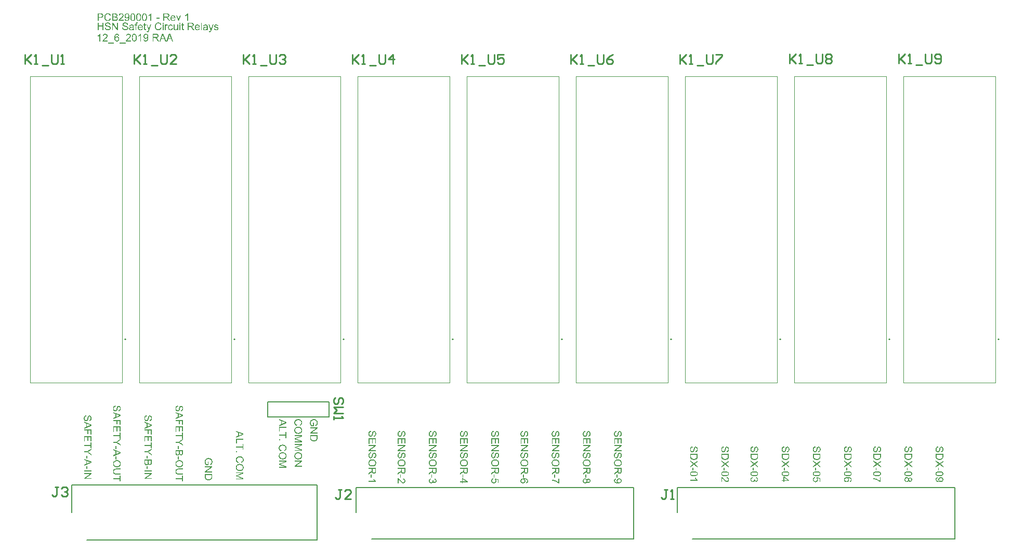
<source format=gto>
G04*
G04 #@! TF.GenerationSoftware,Altium Limited,Altium Designer,19.1.8 (144)*
G04*
G04 Layer_Color=65535*
%FSLAX25Y25*%
%MOIN*%
G70*
G01*
G75*
%ADD10C,0.00787*%
%ADD11C,0.00394*%
%ADD12C,0.00500*%
%ADD13C,0.01000*%
G36*
X175419Y454333D02*
X175482Y454326D01*
X175558Y454320D01*
X175635Y454313D01*
X175725Y454292D01*
X175912Y454250D01*
X176120Y454188D01*
X176224Y454146D01*
X176321Y454098D01*
X176419Y454035D01*
X176516Y453973D01*
X176523Y453966D01*
X176537Y453959D01*
X176564Y453938D01*
X176599Y453903D01*
X176634Y453868D01*
X176682Y453820D01*
X176731Y453764D01*
X176786Y453709D01*
X176842Y453640D01*
X176898Y453556D01*
X176960Y453473D01*
X177015Y453383D01*
X177064Y453279D01*
X177120Y453174D01*
X177161Y453063D01*
X177203Y452939D01*
X176578Y452793D01*
Y452800D01*
X176571Y452814D01*
X176558Y452841D01*
X176544Y452876D01*
X176530Y452918D01*
X176509Y452973D01*
X176453Y453084D01*
X176384Y453209D01*
X176301Y453334D01*
X176197Y453452D01*
X176086Y453556D01*
X176072Y453570D01*
X176030Y453598D01*
X175961Y453632D01*
X175870Y453681D01*
X175752Y453723D01*
X175621Y453764D01*
X175461Y453792D01*
X175287Y453799D01*
X175232D01*
X175197Y453792D01*
X175149D01*
X175093Y453785D01*
X174961Y453764D01*
X174816Y453737D01*
X174663Y453688D01*
X174503Y453619D01*
X174357Y453528D01*
X174351D01*
X174344Y453514D01*
X174295Y453480D01*
X174233Y453424D01*
X174156Y453341D01*
X174066Y453237D01*
X173983Y453119D01*
X173906Y452973D01*
X173837Y452814D01*
Y452807D01*
X173830Y452793D01*
X173823Y452772D01*
X173816Y452737D01*
X173802Y452696D01*
X173788Y452647D01*
X173768Y452529D01*
X173740Y452390D01*
X173712Y452238D01*
X173698Y452071D01*
X173691Y451891D01*
Y451884D01*
Y451863D01*
Y451828D01*
Y451787D01*
X173698Y451738D01*
Y451675D01*
X173705Y451606D01*
X173712Y451530D01*
X173733Y451363D01*
X173768Y451183D01*
X173809Y451002D01*
X173865Y450822D01*
Y450815D01*
X173872Y450801D01*
X173886Y450780D01*
X173899Y450745D01*
X173941Y450662D01*
X174004Y450565D01*
X174080Y450454D01*
X174177Y450336D01*
X174288Y450232D01*
X174420Y450135D01*
X174427D01*
X174441Y450128D01*
X174462Y450114D01*
X174489Y450100D01*
X174524Y450086D01*
X174566Y450065D01*
X174663Y450024D01*
X174788Y449982D01*
X174927Y449947D01*
X175079Y449920D01*
X175239Y449913D01*
X175287D01*
X175329Y449920D01*
X175378D01*
X175426Y449927D01*
X175551Y449954D01*
X175697Y449989D01*
X175843Y450044D01*
X175995Y450121D01*
X176072Y450163D01*
X176141Y450218D01*
X176148Y450225D01*
X176155Y450232D01*
X176176Y450253D01*
X176204Y450274D01*
X176231Y450308D01*
X176266Y450350D01*
X176308Y450391D01*
X176342Y450447D01*
X176384Y450510D01*
X176433Y450579D01*
X176474Y450648D01*
X176516Y450732D01*
X176551Y450822D01*
X176585Y450919D01*
X176620Y451023D01*
X176648Y451134D01*
X177286Y450975D01*
Y450968D01*
X177279Y450940D01*
X177265Y450898D01*
X177245Y450843D01*
X177224Y450780D01*
X177196Y450704D01*
X177161Y450621D01*
X177120Y450530D01*
X177023Y450336D01*
X176898Y450142D01*
X176821Y450044D01*
X176745Y449947D01*
X176662Y449864D01*
X176564Y449781D01*
X176558Y449774D01*
X176544Y449760D01*
X176509Y449746D01*
X176474Y449718D01*
X176419Y449684D01*
X176363Y449649D01*
X176287Y449614D01*
X176210Y449580D01*
X176120Y449538D01*
X176023Y449503D01*
X175919Y449469D01*
X175808Y449434D01*
X175690Y449406D01*
X175565Y449392D01*
X175433Y449378D01*
X175294Y449371D01*
X175218D01*
X175163Y449378D01*
X175100D01*
X175024Y449385D01*
X174941Y449399D01*
X174843Y449413D01*
X174642Y449448D01*
X174434Y449503D01*
X174226Y449580D01*
X174128Y449628D01*
X174031Y449684D01*
X174024Y449691D01*
X174011Y449697D01*
X173983Y449718D01*
X173955Y449746D01*
X173913Y449774D01*
X173865Y449816D01*
X173809Y449864D01*
X173754Y449920D01*
X173698Y449982D01*
X173636Y450044D01*
X173511Y450204D01*
X173393Y450391D01*
X173289Y450600D01*
Y450607D01*
X173275Y450628D01*
X173268Y450662D01*
X173247Y450704D01*
X173233Y450759D01*
X173212Y450829D01*
X173185Y450905D01*
X173164Y450988D01*
X173143Y451079D01*
X173115Y451183D01*
X173081Y451398D01*
X173053Y451641D01*
X173039Y451891D01*
Y451897D01*
Y451925D01*
Y451967D01*
X173046Y452015D01*
Y452085D01*
X173053Y452154D01*
X173060Y452245D01*
X173074Y452335D01*
X173108Y452536D01*
X173157Y452758D01*
X173226Y452980D01*
X173324Y453195D01*
X173330Y453202D01*
X173337Y453223D01*
X173351Y453251D01*
X173379Y453286D01*
X173407Y453334D01*
X173441Y453390D01*
X173532Y453514D01*
X173650Y453653D01*
X173788Y453792D01*
X173948Y453931D01*
X174135Y454049D01*
X174142Y454056D01*
X174163Y454063D01*
X174191Y454077D01*
X174226Y454098D01*
X174281Y454118D01*
X174337Y454139D01*
X174406Y454167D01*
X174482Y454195D01*
X174566Y454222D01*
X174656Y454250D01*
X174850Y454292D01*
X175072Y454326D01*
X175301Y454340D01*
X175371D01*
X175419Y454333D01*
D02*
G37*
G36*
X208329Y450898D02*
X206504D01*
Y451488D01*
X208329D01*
Y450898D01*
D02*
G37*
G36*
X220925Y449455D02*
X220363D01*
X219051Y452939D01*
X219676D01*
X220425Y450850D01*
Y450843D01*
X220432Y450836D01*
X220439Y450815D01*
X220446Y450794D01*
X220467Y450725D01*
X220495Y450634D01*
X220529Y450530D01*
X220571Y450412D01*
X220606Y450281D01*
X220647Y450149D01*
X220654Y450163D01*
X220661Y450197D01*
X220682Y450253D01*
X220703Y450336D01*
X220738Y450426D01*
X220772Y450544D01*
X220821Y450669D01*
X220869Y450808D01*
X221640Y452939D01*
X222251D01*
X220925Y449455D01*
D02*
G37*
G36*
X187627Y454271D02*
X187662D01*
X187710Y454264D01*
X187828Y454243D01*
X187960Y454215D01*
X188106Y454167D01*
X188251Y454104D01*
X188397Y454021D01*
X188404D01*
X188411Y454007D01*
X188432Y453993D01*
X188460Y453973D01*
X188529Y453917D01*
X188619Y453841D01*
X188709Y453737D01*
X188813Y453612D01*
X188904Y453466D01*
X188987Y453299D01*
Y453293D01*
X188994Y453279D01*
X189008Y453251D01*
X189022Y453216D01*
X189036Y453167D01*
X189056Y453105D01*
X189070Y453036D01*
X189091Y452959D01*
X189112Y452869D01*
X189133Y452765D01*
X189147Y452654D01*
X189161Y452536D01*
X189174Y452404D01*
X189188Y452265D01*
X189195Y452113D01*
Y451953D01*
Y451946D01*
Y451911D01*
Y451863D01*
Y451800D01*
X189188Y451724D01*
Y451634D01*
X189181Y451530D01*
X189167Y451426D01*
X189147Y451190D01*
X189112Y450940D01*
X189063Y450704D01*
X189029Y450586D01*
X188994Y450482D01*
Y450475D01*
X188987Y450461D01*
X188973Y450433D01*
X188959Y450391D01*
X188938Y450350D01*
X188911Y450294D01*
X188841Y450176D01*
X188758Y450044D01*
X188661Y449906D01*
X188536Y449774D01*
X188397Y449656D01*
X188390D01*
X188376Y449642D01*
X188356Y449628D01*
X188328Y449614D01*
X188286Y449593D01*
X188244Y449566D01*
X188189Y449538D01*
X188133Y449517D01*
X188002Y449462D01*
X187842Y449413D01*
X187668Y449385D01*
X187474Y449371D01*
X187419D01*
X187384Y449378D01*
X187335D01*
X187280Y449385D01*
X187148Y449413D01*
X187002Y449448D01*
X186849Y449503D01*
X186697Y449580D01*
X186620Y449628D01*
X186551Y449684D01*
X186544Y449691D01*
X186537Y449697D01*
X186516Y449718D01*
X186496Y449739D01*
X186468Y449774D01*
X186433Y449816D01*
X186364Y449913D01*
X186294Y450038D01*
X186225Y450190D01*
X186169Y450364D01*
X186128Y450565D01*
X186697Y450614D01*
Y450607D01*
X186704Y450593D01*
Y450579D01*
X186711Y450551D01*
X186732Y450475D01*
X186759Y450391D01*
X186794Y450294D01*
X186843Y450197D01*
X186898Y450107D01*
X186968Y450031D01*
X186974Y450024D01*
X187002Y450003D01*
X187051Y449975D01*
X187106Y449947D01*
X187183Y449913D01*
X187273Y449885D01*
X187377Y449864D01*
X187488Y449857D01*
X187537D01*
X187585Y449864D01*
X187648Y449871D01*
X187724Y449885D01*
X187800Y449906D01*
X187884Y449933D01*
X187960Y449975D01*
X187967Y449982D01*
X187995Y449996D01*
X188036Y450024D01*
X188078Y450065D01*
X188133Y450114D01*
X188189Y450170D01*
X188244Y450232D01*
X188300Y450308D01*
X188307Y450315D01*
X188321Y450350D01*
X188349Y450398D01*
X188376Y450461D01*
X188411Y450544D01*
X188446Y450641D01*
X188480Y450752D01*
X188515Y450877D01*
Y450884D01*
X188522Y450891D01*
Y450912D01*
X188529Y450940D01*
X188543Y451009D01*
X188564Y451099D01*
X188578Y451210D01*
X188592Y451328D01*
X188598Y451460D01*
X188605Y451599D01*
Y451606D01*
Y451627D01*
Y451662D01*
Y451717D01*
X188598Y451703D01*
X188571Y451669D01*
X188529Y451620D01*
X188480Y451550D01*
X188411Y451481D01*
X188328Y451405D01*
X188231Y451328D01*
X188119Y451259D01*
X188106Y451252D01*
X188064Y451231D01*
X188002Y451203D01*
X187925Y451176D01*
X187821Y451141D01*
X187710Y451113D01*
X187585Y451092D01*
X187453Y451086D01*
X187398D01*
X187356Y451092D01*
X187301Y451099D01*
X187245Y451106D01*
X187176Y451120D01*
X187106Y451141D01*
X186947Y451190D01*
X186863Y451224D01*
X186780Y451266D01*
X186690Y451315D01*
X186607Y451377D01*
X186523Y451440D01*
X186447Y451516D01*
X186440Y451523D01*
X186426Y451537D01*
X186412Y451557D01*
X186384Y451592D01*
X186350Y451641D01*
X186315Y451689D01*
X186280Y451752D01*
X186246Y451821D01*
X186204Y451897D01*
X186169Y451981D01*
X186135Y452078D01*
X186100Y452175D01*
X186072Y452286D01*
X186058Y452404D01*
X186045Y452522D01*
X186038Y452654D01*
Y452661D01*
Y452689D01*
Y452723D01*
X186045Y452772D01*
X186051Y452834D01*
X186058Y452911D01*
X186072Y452987D01*
X186093Y453077D01*
X186142Y453258D01*
X186176Y453355D01*
X186218Y453459D01*
X186267Y453556D01*
X186329Y453646D01*
X186391Y453744D01*
X186468Y453827D01*
X186475Y453834D01*
X186489Y453848D01*
X186510Y453868D01*
X186544Y453896D01*
X186586Y453931D01*
X186641Y453973D01*
X186697Y454007D01*
X186766Y454056D01*
X186836Y454098D01*
X186919Y454132D01*
X187106Y454209D01*
X187204Y454236D01*
X187314Y454257D01*
X187425Y454271D01*
X187543Y454278D01*
X187592D01*
X187627Y454271D01*
D02*
G37*
G36*
X226699Y449455D02*
X226109D01*
Y453209D01*
X226102Y453202D01*
X226067Y453174D01*
X226026Y453133D01*
X225956Y453084D01*
X225880Y453022D01*
X225783Y452952D01*
X225672Y452876D01*
X225547Y452800D01*
X225540D01*
X225533Y452793D01*
X225491Y452765D01*
X225422Y452730D01*
X225339Y452689D01*
X225242Y452640D01*
X225137Y452592D01*
X225033Y452543D01*
X224929Y452501D01*
Y453070D01*
X224936D01*
X224950Y453084D01*
X224978Y453091D01*
X225013Y453112D01*
X225054Y453133D01*
X225103Y453161D01*
X225221Y453230D01*
X225360Y453306D01*
X225498Y453404D01*
X225644Y453514D01*
X225790Y453632D01*
X225797Y453640D01*
X225804Y453646D01*
X225825Y453667D01*
X225852Y453688D01*
X225915Y453757D01*
X225998Y453841D01*
X226081Y453938D01*
X226172Y454049D01*
X226248Y454160D01*
X226317Y454278D01*
X226699D01*
Y449455D01*
D02*
G37*
G36*
X213208Y454250D02*
X213270D01*
X213416Y454243D01*
X213568Y454222D01*
X213735Y454202D01*
X213888Y454167D01*
X213964Y454146D01*
X214027Y454125D01*
X214034D01*
X214040Y454118D01*
X214082Y454098D01*
X214144Y454070D01*
X214221Y454021D01*
X214304Y453959D01*
X214394Y453875D01*
X214478Y453778D01*
X214561Y453667D01*
Y453660D01*
X214568Y453653D01*
X214596Y453612D01*
X214623Y453542D01*
X214665Y453452D01*
X214700Y453348D01*
X214734Y453223D01*
X214755Y453091D01*
X214762Y452946D01*
Y452939D01*
Y452925D01*
Y452897D01*
X214755Y452862D01*
Y452814D01*
X214748Y452765D01*
X214721Y452647D01*
X214679Y452508D01*
X214623Y452362D01*
X214540Y452217D01*
X214485Y452147D01*
X214429Y452078D01*
X214422Y452071D01*
X214415Y452064D01*
X214394Y452043D01*
X214367Y452022D01*
X214332Y451995D01*
X214290Y451967D01*
X214235Y451932D01*
X214179Y451891D01*
X214110Y451856D01*
X214034Y451821D01*
X213950Y451780D01*
X213860Y451745D01*
X213756Y451717D01*
X213652Y451682D01*
X213534Y451662D01*
X213409Y451641D01*
X213423Y451634D01*
X213451Y451620D01*
X213492Y451592D01*
X213548Y451564D01*
X213673Y451488D01*
X213735Y451440D01*
X213791Y451398D01*
X213805Y451384D01*
X213839Y451349D01*
X213895Y451294D01*
X213964Y451224D01*
X214040Y451127D01*
X214131Y451023D01*
X214221Y450898D01*
X214318Y450759D01*
X215144Y449455D01*
X214353D01*
X213721Y450454D01*
Y450461D01*
X213707Y450475D01*
X213693Y450496D01*
X213673Y450523D01*
X213624Y450600D01*
X213562Y450697D01*
X213485Y450801D01*
X213409Y450912D01*
X213333Y451016D01*
X213263Y451113D01*
X213256Y451120D01*
X213235Y451148D01*
X213201Y451190D01*
X213152Y451238D01*
X213048Y451342D01*
X212993Y451391D01*
X212937Y451433D01*
X212930Y451440D01*
X212916Y451446D01*
X212888Y451460D01*
X212847Y451481D01*
X212805Y451502D01*
X212756Y451523D01*
X212646Y451557D01*
X212639D01*
X212625Y451564D01*
X212597D01*
X212562Y451571D01*
X212514Y451578D01*
X212458D01*
X212382Y451585D01*
X211563D01*
Y449455D01*
X210924D01*
Y454257D01*
X213152D01*
X213208Y454250D01*
D02*
G37*
G36*
X203193Y449455D02*
X202603D01*
Y453209D01*
X202596Y453202D01*
X202562Y453174D01*
X202520Y453133D01*
X202451Y453084D01*
X202374Y453022D01*
X202277Y452952D01*
X202166Y452876D01*
X202041Y452800D01*
X202034D01*
X202027Y452793D01*
X201986Y452765D01*
X201916Y452730D01*
X201833Y452689D01*
X201736Y452640D01*
X201632Y452592D01*
X201528Y452543D01*
X201424Y452501D01*
Y453070D01*
X201431D01*
X201444Y453084D01*
X201472Y453091D01*
X201507Y453112D01*
X201548Y453133D01*
X201597Y453161D01*
X201715Y453230D01*
X201854Y453306D01*
X201993Y453404D01*
X202138Y453514D01*
X202284Y453632D01*
X202291Y453640D01*
X202298Y453646D01*
X202319Y453667D01*
X202346Y453688D01*
X202409Y453757D01*
X202492Y453841D01*
X202576Y453938D01*
X202666Y454049D01*
X202742Y454160D01*
X202812Y454278D01*
X203193D01*
Y449455D01*
D02*
G37*
G36*
X184011Y454271D02*
X184067Y454264D01*
X184136Y454257D01*
X184212Y454243D01*
X184289Y454229D01*
X184469Y454181D01*
X184650Y454111D01*
X184740Y454070D01*
X184830Y454021D01*
X184913Y453959D01*
X184990Y453889D01*
X184996Y453882D01*
X185010Y453875D01*
X185024Y453848D01*
X185052Y453820D01*
X185087Y453785D01*
X185122Y453737D01*
X185156Y453688D01*
X185198Y453626D01*
X185267Y453494D01*
X185337Y453327D01*
X185364Y453244D01*
X185378Y453147D01*
X185392Y453050D01*
X185399Y452946D01*
Y452932D01*
Y452897D01*
X185392Y452841D01*
X185385Y452765D01*
X185371Y452682D01*
X185344Y452585D01*
X185316Y452481D01*
X185274Y452376D01*
X185267Y452362D01*
X185253Y452328D01*
X185226Y452272D01*
X185184Y452196D01*
X185128Y452113D01*
X185059Y452009D01*
X184976Y451904D01*
X184879Y451787D01*
X184865Y451773D01*
X184830Y451731D01*
X184795Y451696D01*
X184761Y451662D01*
X184719Y451620D01*
X184663Y451564D01*
X184608Y451509D01*
X184538Y451446D01*
X184469Y451377D01*
X184386Y451301D01*
X184296Y451224D01*
X184198Y451134D01*
X184087Y451044D01*
X183976Y450947D01*
X183969Y450940D01*
X183956Y450926D01*
X183928Y450905D01*
X183893Y450877D01*
X183851Y450836D01*
X183803Y450794D01*
X183692Y450704D01*
X183574Y450600D01*
X183463Y450496D01*
X183366Y450405D01*
X183324Y450371D01*
X183289Y450336D01*
X183282Y450329D01*
X183262Y450308D01*
X183234Y450281D01*
X183199Y450239D01*
X183164Y450190D01*
X183123Y450142D01*
X183039Y450024D01*
X185406D01*
Y449455D01*
X182220D01*
Y449462D01*
Y449489D01*
Y449531D01*
X182228Y449586D01*
X182234Y449649D01*
X182248Y449718D01*
X182262Y449788D01*
X182290Y449864D01*
Y449871D01*
X182297Y449878D01*
X182311Y449920D01*
X182339Y449982D01*
X182380Y450065D01*
X182436Y450163D01*
X182505Y450274D01*
X182581Y450385D01*
X182679Y450503D01*
Y450510D01*
X182693Y450517D01*
X182727Y450558D01*
X182790Y450621D01*
X182880Y450711D01*
X182984Y450815D01*
X183116Y450940D01*
X183275Y451079D01*
X183449Y451224D01*
X183456Y451231D01*
X183484Y451252D01*
X183525Y451287D01*
X183574Y451328D01*
X183636Y451384D01*
X183713Y451446D01*
X183789Y451516D01*
X183879Y451592D01*
X184053Y451759D01*
X184226Y451925D01*
X184309Y452009D01*
X184386Y452092D01*
X184455Y452168D01*
X184511Y452245D01*
Y452251D01*
X184525Y452258D01*
X184538Y452279D01*
X184552Y452307D01*
X184601Y452383D01*
X184657Y452473D01*
X184705Y452585D01*
X184754Y452703D01*
X184781Y452834D01*
X184795Y452959D01*
Y452966D01*
Y452973D01*
X184788Y453015D01*
X184781Y453084D01*
X184761Y453161D01*
X184733Y453258D01*
X184684Y453355D01*
X184622Y453452D01*
X184538Y453549D01*
X184525Y453563D01*
X184490Y453591D01*
X184441Y453626D01*
X184365Y453674D01*
X184268Y453716D01*
X184157Y453757D01*
X184025Y453785D01*
X183879Y453792D01*
X183838D01*
X183810Y453785D01*
X183727Y453778D01*
X183629Y453757D01*
X183525Y453730D01*
X183407Y453681D01*
X183296Y453619D01*
X183192Y453535D01*
X183178Y453521D01*
X183150Y453487D01*
X183109Y453431D01*
X183067Y453348D01*
X183019Y453251D01*
X182977Y453126D01*
X182949Y452987D01*
X182935Y452828D01*
X182332Y452890D01*
Y452897D01*
X182339Y452918D01*
Y452952D01*
X182345Y453001D01*
X182359Y453056D01*
X182373Y453119D01*
X182394Y453195D01*
X182415Y453272D01*
X182470Y453438D01*
X182554Y453605D01*
X182602Y453688D01*
X182665Y453771D01*
X182727Y453848D01*
X182797Y453917D01*
X182803Y453924D01*
X182817Y453931D01*
X182838Y453952D01*
X182873Y453973D01*
X182914Y454000D01*
X182963Y454028D01*
X183019Y454063D01*
X183088Y454098D01*
X183164Y454132D01*
X183248Y454167D01*
X183338Y454195D01*
X183435Y454222D01*
X183539Y454243D01*
X183650Y454264D01*
X183768Y454271D01*
X183893Y454278D01*
X183963D01*
X184011Y454271D01*
D02*
G37*
G36*
X179979Y454250D02*
X180034D01*
X180159Y454236D01*
X180298Y454222D01*
X180444Y454195D01*
X180590Y454160D01*
X180721Y454111D01*
X180728D01*
X180735Y454104D01*
X180777Y454084D01*
X180840Y454049D01*
X180909Y454000D01*
X180992Y453938D01*
X181082Y453862D01*
X181166Y453764D01*
X181242Y453660D01*
X181249Y453646D01*
X181270Y453605D01*
X181305Y453549D01*
X181339Y453466D01*
X181374Y453369D01*
X181409Y453265D01*
X181429Y453147D01*
X181436Y453029D01*
Y453015D01*
Y452980D01*
X181429Y452918D01*
X181415Y452841D01*
X181395Y452751D01*
X181360Y452654D01*
X181318Y452557D01*
X181263Y452453D01*
X181256Y452439D01*
X181235Y452411D01*
X181193Y452356D01*
X181138Y452300D01*
X181069Y452231D01*
X180985Y452154D01*
X180881Y452085D01*
X180763Y452015D01*
X180770D01*
X180784Y452009D01*
X180805Y452002D01*
X180833Y451988D01*
X180916Y451960D01*
X181013Y451911D01*
X181117Y451849D01*
X181235Y451773D01*
X181339Y451682D01*
X181436Y451571D01*
X181443Y451557D01*
X181471Y451516D01*
X181513Y451453D01*
X181554Y451370D01*
X181596Y451259D01*
X181638Y451141D01*
X181665Y451002D01*
X181672Y450850D01*
Y450843D01*
Y450836D01*
Y450794D01*
X181665Y450725D01*
X181651Y450641D01*
X181638Y450544D01*
X181610Y450440D01*
X181575Y450329D01*
X181527Y450218D01*
X181520Y450204D01*
X181499Y450170D01*
X181471Y450121D01*
X181429Y450051D01*
X181374Y449982D01*
X181318Y449906D01*
X181249Y449829D01*
X181173Y449767D01*
X181166Y449760D01*
X181138Y449739D01*
X181089Y449711D01*
X181027Y449684D01*
X180950Y449642D01*
X180860Y449600D01*
X180763Y449566D01*
X180645Y449531D01*
X180631D01*
X180590Y449517D01*
X180520Y449510D01*
X180430Y449496D01*
X180319Y449482D01*
X180187Y449469D01*
X180041Y449462D01*
X179875Y449455D01*
X178043D01*
Y454257D01*
X179930D01*
X179979Y454250D01*
D02*
G37*
G36*
X170825D02*
X170943Y454243D01*
X171068Y454236D01*
X171186Y454222D01*
X171290Y454209D01*
X171304D01*
X171353Y454195D01*
X171415Y454181D01*
X171498Y454160D01*
X171589Y454125D01*
X171686Y454084D01*
X171790Y454035D01*
X171880Y453979D01*
X171894Y453973D01*
X171922Y453952D01*
X171963Y453910D01*
X172019Y453862D01*
X172081Y453799D01*
X172144Y453716D01*
X172213Y453626D01*
X172269Y453521D01*
X172275Y453508D01*
X172289Y453473D01*
X172317Y453410D01*
X172345Y453327D01*
X172366Y453230D01*
X172394Y453119D01*
X172407Y452994D01*
X172414Y452862D01*
Y452855D01*
Y452834D01*
Y452807D01*
X172407Y452758D01*
X172400Y452709D01*
X172394Y452647D01*
X172380Y452578D01*
X172366Y452501D01*
X172317Y452342D01*
X172289Y452258D01*
X172248Y452168D01*
X172199Y452078D01*
X172151Y451995D01*
X172088Y451911D01*
X172019Y451828D01*
X172012Y451821D01*
X171998Y451807D01*
X171977Y451787D01*
X171942Y451766D01*
X171901Y451731D01*
X171845Y451696D01*
X171776Y451655D01*
X171700Y451620D01*
X171609Y451578D01*
X171505Y451537D01*
X171394Y451502D01*
X171262Y451474D01*
X171124Y451446D01*
X170971Y451426D01*
X170797Y451412D01*
X170617Y451405D01*
X169388D01*
Y449455D01*
X168750D01*
Y454257D01*
X170721D01*
X170825Y454250D01*
D02*
G37*
G36*
X217226Y453008D02*
X217281Y453001D01*
X217351Y452987D01*
X217427Y452973D01*
X217517Y452952D01*
X217601Y452932D01*
X217698Y452897D01*
X217788Y452862D01*
X217885Y452814D01*
X217982Y452758D01*
X218079Y452696D01*
X218170Y452619D01*
X218253Y452536D01*
X218260Y452529D01*
X218274Y452515D01*
X218295Y452487D01*
X218322Y452446D01*
X218357Y452397D01*
X218392Y452342D01*
X218433Y452272D01*
X218475Y452189D01*
X218517Y452099D01*
X218558Y452002D01*
X218593Y451891D01*
X218628Y451773D01*
X218655Y451641D01*
X218676Y451502D01*
X218690Y451356D01*
X218697Y451197D01*
Y451190D01*
Y451162D01*
Y451113D01*
X218690Y451044D01*
X216088D01*
Y451037D01*
Y451016D01*
X216095Y450988D01*
Y450947D01*
X216102Y450898D01*
X216115Y450843D01*
X216136Y450718D01*
X216178Y450579D01*
X216233Y450426D01*
X216310Y450287D01*
X216407Y450163D01*
X216414D01*
X216421Y450149D01*
X216462Y450114D01*
X216525Y450065D01*
X216608Y450017D01*
X216719Y449961D01*
X216844Y449913D01*
X216983Y449878D01*
X217059Y449871D01*
X217143Y449864D01*
X217198D01*
X217261Y449871D01*
X217337Y449885D01*
X217420Y449906D01*
X217517Y449933D01*
X217608Y449975D01*
X217698Y450031D01*
X217705Y450038D01*
X217740Y450065D01*
X217781Y450107D01*
X217830Y450163D01*
X217885Y450239D01*
X217948Y450336D01*
X218010Y450447D01*
X218066Y450579D01*
X218676Y450503D01*
Y450496D01*
X218669Y450482D01*
X218663Y450454D01*
X218649Y450412D01*
X218628Y450371D01*
X218607Y450315D01*
X218551Y450197D01*
X218482Y450065D01*
X218385Y449927D01*
X218274Y449795D01*
X218135Y449670D01*
X218128D01*
X218114Y449656D01*
X218093Y449642D01*
X218066Y449621D01*
X218024Y449600D01*
X217982Y449580D01*
X217927Y449552D01*
X217864Y449524D01*
X217795Y449496D01*
X217726Y449469D01*
X217552Y449427D01*
X217358Y449392D01*
X217143Y449378D01*
X217066D01*
X217018Y449385D01*
X216955Y449392D01*
X216879Y449406D01*
X216796Y449420D01*
X216705Y449434D01*
X216511Y449489D01*
X216407Y449531D01*
X216310Y449573D01*
X216206Y449628D01*
X216109Y449691D01*
X216018Y449760D01*
X215928Y449843D01*
X215921Y449850D01*
X215907Y449864D01*
X215886Y449892D01*
X215859Y449933D01*
X215824Y449982D01*
X215789Y450038D01*
X215748Y450107D01*
X215706Y450183D01*
X215664Y450274D01*
X215623Y450371D01*
X215588Y450482D01*
X215553Y450600D01*
X215526Y450725D01*
X215505Y450864D01*
X215491Y451009D01*
X215484Y451162D01*
Y451169D01*
Y451203D01*
Y451245D01*
X215491Y451308D01*
X215498Y451384D01*
X215505Y451467D01*
X215519Y451564D01*
X215540Y451662D01*
X215595Y451884D01*
X215630Y451995D01*
X215671Y452113D01*
X215727Y452224D01*
X215789Y452328D01*
X215859Y452432D01*
X215935Y452529D01*
X215942Y452536D01*
X215956Y452550D01*
X215984Y452571D01*
X216018Y452605D01*
X216060Y452640D01*
X216115Y452682D01*
X216178Y452730D01*
X216254Y452772D01*
X216331Y452820D01*
X216421Y452862D01*
X216518Y452904D01*
X216622Y452939D01*
X216733Y452973D01*
X216851Y452994D01*
X216976Y453008D01*
X217108Y453015D01*
X217177D01*
X217226Y453008D01*
D02*
G37*
G36*
X198946Y454271D02*
X199036Y454257D01*
X199140Y454236D01*
X199251Y454209D01*
X199369Y454174D01*
X199480Y454118D01*
X199487D01*
X199494Y454111D01*
X199529Y454091D01*
X199584Y454056D01*
X199654Y454007D01*
X199730Y453938D01*
X199813Y453862D01*
X199890Y453771D01*
X199966Y453667D01*
X199973Y453653D01*
X200001Y453619D01*
X200029Y453556D01*
X200077Y453466D01*
X200119Y453362D01*
X200174Y453244D01*
X200223Y453105D01*
X200265Y452952D01*
Y452946D01*
X200272Y452932D01*
X200278Y452911D01*
X200285Y452876D01*
X200292Y452834D01*
X200299Y452786D01*
X200313Y452723D01*
X200320Y452654D01*
X200334Y452578D01*
X200341Y452494D01*
X200348Y452397D01*
X200362Y452300D01*
X200369Y452189D01*
Y452078D01*
X200376Y451953D01*
Y451821D01*
Y451814D01*
Y451787D01*
Y451738D01*
Y451682D01*
X200369Y451606D01*
Y451523D01*
X200362Y451433D01*
X200355Y451335D01*
X200334Y451113D01*
X200299Y450884D01*
X200258Y450662D01*
X200230Y450558D01*
X200195Y450454D01*
Y450447D01*
X200188Y450433D01*
X200174Y450405D01*
X200160Y450371D01*
X200147Y450322D01*
X200119Y450274D01*
X200063Y450156D01*
X199994Y450031D01*
X199904Y449892D01*
X199800Y449767D01*
X199675Y449649D01*
X199668D01*
X199661Y449635D01*
X199640Y449621D01*
X199612Y449607D01*
X199577Y449586D01*
X199543Y449559D01*
X199439Y449510D01*
X199314Y449462D01*
X199168Y449413D01*
X198995Y449385D01*
X198807Y449371D01*
X198738D01*
X198689Y449378D01*
X198634Y449385D01*
X198564Y449399D01*
X198488Y449413D01*
X198405Y449434D01*
X198321Y449462D01*
X198231Y449489D01*
X198141Y449531D01*
X198051Y449580D01*
X197960Y449635D01*
X197870Y449705D01*
X197787Y449781D01*
X197711Y449864D01*
X197704Y449871D01*
X197690Y449892D01*
X197669Y449927D01*
X197634Y449982D01*
X197600Y450044D01*
X197565Y450128D01*
X197516Y450225D01*
X197475Y450336D01*
X197433Y450461D01*
X197391Y450607D01*
X197350Y450766D01*
X197315Y450947D01*
X197280Y451141D01*
X197259Y451349D01*
X197246Y451578D01*
X197239Y451821D01*
Y451828D01*
Y451856D01*
Y451904D01*
Y451960D01*
X197246Y452036D01*
Y452120D01*
X197253Y452210D01*
X197259Y452314D01*
X197280Y452529D01*
X197315Y452758D01*
X197357Y452987D01*
X197384Y453091D01*
X197412Y453195D01*
Y453202D01*
X197419Y453216D01*
X197433Y453244D01*
X197447Y453279D01*
X197461Y453327D01*
X197488Y453376D01*
X197544Y453494D01*
X197614Y453619D01*
X197704Y453751D01*
X197808Y453882D01*
X197933Y453993D01*
X197940D01*
X197947Y454007D01*
X197967Y454021D01*
X197995Y454035D01*
X198030Y454063D01*
X198072Y454084D01*
X198176Y454139D01*
X198301Y454188D01*
X198446Y454236D01*
X198620Y454264D01*
X198807Y454278D01*
X198870D01*
X198946Y454271D01*
D02*
G37*
G36*
X195212D02*
X195302Y454257D01*
X195406Y454236D01*
X195518Y454209D01*
X195636Y454174D01*
X195747Y454118D01*
X195754D01*
X195761Y454111D01*
X195795Y454091D01*
X195851Y454056D01*
X195920Y454007D01*
X195996Y453938D01*
X196080Y453862D01*
X196156Y453771D01*
X196232Y453667D01*
X196239Y453653D01*
X196267Y453619D01*
X196295Y453556D01*
X196343Y453466D01*
X196385Y453362D01*
X196441Y453244D01*
X196489Y453105D01*
X196531Y452952D01*
Y452946D01*
X196538Y452932D01*
X196545Y452911D01*
X196552Y452876D01*
X196559Y452834D01*
X196565Y452786D01*
X196579Y452723D01*
X196586Y452654D01*
X196600Y452578D01*
X196607Y452494D01*
X196614Y452397D01*
X196628Y452300D01*
X196635Y452189D01*
Y452078D01*
X196642Y451953D01*
Y451821D01*
Y451814D01*
Y451787D01*
Y451738D01*
Y451682D01*
X196635Y451606D01*
Y451523D01*
X196628Y451433D01*
X196621Y451335D01*
X196600Y451113D01*
X196565Y450884D01*
X196524Y450662D01*
X196496Y450558D01*
X196461Y450454D01*
Y450447D01*
X196455Y450433D01*
X196441Y450405D01*
X196427Y450371D01*
X196413Y450322D01*
X196385Y450274D01*
X196330Y450156D01*
X196260Y450031D01*
X196170Y449892D01*
X196066Y449767D01*
X195941Y449649D01*
X195934D01*
X195927Y449635D01*
X195906Y449621D01*
X195879Y449607D01*
X195844Y449586D01*
X195809Y449559D01*
X195705Y449510D01*
X195580Y449462D01*
X195434Y449413D01*
X195261Y449385D01*
X195073Y449371D01*
X195004D01*
X194955Y449378D01*
X194900Y449385D01*
X194831Y449399D01*
X194754Y449413D01*
X194671Y449434D01*
X194588Y449462D01*
X194497Y449489D01*
X194407Y449531D01*
X194317Y449580D01*
X194227Y449635D01*
X194137Y449705D01*
X194053Y449781D01*
X193977Y449864D01*
X193970Y449871D01*
X193956Y449892D01*
X193935Y449927D01*
X193901Y449982D01*
X193866Y450044D01*
X193831Y450128D01*
X193783Y450225D01*
X193741Y450336D01*
X193699Y450461D01*
X193658Y450607D01*
X193616Y450766D01*
X193581Y450947D01*
X193547Y451141D01*
X193526Y451349D01*
X193512Y451578D01*
X193505Y451821D01*
Y451828D01*
Y451856D01*
Y451904D01*
Y451960D01*
X193512Y452036D01*
Y452120D01*
X193519Y452210D01*
X193526Y452314D01*
X193547Y452529D01*
X193581Y452758D01*
X193623Y452987D01*
X193651Y453091D01*
X193678Y453195D01*
Y453202D01*
X193685Y453216D01*
X193699Y453244D01*
X193713Y453279D01*
X193727Y453327D01*
X193755Y453376D01*
X193810Y453494D01*
X193880Y453619D01*
X193970Y453751D01*
X194074Y453882D01*
X194199Y453993D01*
X194206D01*
X194213Y454007D01*
X194234Y454021D01*
X194261Y454035D01*
X194296Y454063D01*
X194338Y454084D01*
X194442Y454139D01*
X194567Y454188D01*
X194712Y454236D01*
X194886Y454264D01*
X195073Y454278D01*
X195136D01*
X195212Y454271D01*
D02*
G37*
G36*
X191479D02*
X191569Y454257D01*
X191673Y454236D01*
X191784Y454209D01*
X191902Y454174D01*
X192013Y454118D01*
X192020D01*
X192027Y454111D01*
X192061Y454091D01*
X192117Y454056D01*
X192186Y454007D01*
X192263Y453938D01*
X192346Y453862D01*
X192422Y453771D01*
X192499Y453667D01*
X192506Y453653D01*
X192533Y453619D01*
X192561Y453556D01*
X192610Y453466D01*
X192651Y453362D01*
X192707Y453244D01*
X192755Y453105D01*
X192797Y452952D01*
Y452946D01*
X192804Y452932D01*
X192811Y452911D01*
X192818Y452876D01*
X192825Y452834D01*
X192832Y452786D01*
X192846Y452723D01*
X192853Y452654D01*
X192867Y452578D01*
X192873Y452494D01*
X192880Y452397D01*
X192894Y452300D01*
X192901Y452189D01*
Y452078D01*
X192908Y451953D01*
Y451821D01*
Y451814D01*
Y451787D01*
Y451738D01*
Y451682D01*
X192901Y451606D01*
Y451523D01*
X192894Y451433D01*
X192887Y451335D01*
X192867Y451113D01*
X192832Y450884D01*
X192790Y450662D01*
X192762Y450558D01*
X192728Y450454D01*
Y450447D01*
X192721Y450433D01*
X192707Y450405D01*
X192693Y450371D01*
X192679Y450322D01*
X192651Y450274D01*
X192596Y450156D01*
X192526Y450031D01*
X192436Y449892D01*
X192332Y449767D01*
X192207Y449649D01*
X192200D01*
X192193Y449635D01*
X192173Y449621D01*
X192145Y449607D01*
X192110Y449586D01*
X192075Y449559D01*
X191971Y449510D01*
X191846Y449462D01*
X191701Y449413D01*
X191527Y449385D01*
X191340Y449371D01*
X191270D01*
X191222Y449378D01*
X191166Y449385D01*
X191097Y449399D01*
X191021Y449413D01*
X190937Y449434D01*
X190854Y449462D01*
X190764Y449489D01*
X190673Y449531D01*
X190583Y449580D01*
X190493Y449635D01*
X190403Y449705D01*
X190320Y449781D01*
X190243Y449864D01*
X190236Y449871D01*
X190222Y449892D01*
X190201Y449927D01*
X190167Y449982D01*
X190132Y450044D01*
X190097Y450128D01*
X190049Y450225D01*
X190007Y450336D01*
X189966Y450461D01*
X189924Y450607D01*
X189882Y450766D01*
X189848Y450947D01*
X189813Y451141D01*
X189792Y451349D01*
X189778Y451578D01*
X189771Y451821D01*
Y451828D01*
Y451856D01*
Y451904D01*
Y451960D01*
X189778Y452036D01*
Y452120D01*
X189785Y452210D01*
X189792Y452314D01*
X189813Y452529D01*
X189848Y452758D01*
X189889Y452987D01*
X189917Y453091D01*
X189945Y453195D01*
Y453202D01*
X189952Y453216D01*
X189966Y453244D01*
X189980Y453279D01*
X189993Y453327D01*
X190021Y453376D01*
X190077Y453494D01*
X190146Y453619D01*
X190236Y453751D01*
X190340Y453882D01*
X190465Y453993D01*
X190472D01*
X190479Y454007D01*
X190500Y454021D01*
X190528Y454035D01*
X190562Y454063D01*
X190604Y454084D01*
X190708Y454139D01*
X190833Y454188D01*
X190979Y454236D01*
X191152Y454264D01*
X191340Y454278D01*
X191402D01*
X191479Y454271D01*
D02*
G37*
G36*
X194157Y448404D02*
X194241Y448397D01*
X194338Y448383D01*
X194435Y448369D01*
X194546Y448348D01*
X194456Y447835D01*
X194449D01*
X194428Y447842D01*
X194393Y447849D01*
X194345Y447856D01*
X194289D01*
X194234Y447863D01*
X194109Y447869D01*
X194067D01*
X194018Y447863D01*
X193963Y447856D01*
X193901Y447842D01*
X193838Y447821D01*
X193783Y447793D01*
X193734Y447752D01*
X193727Y447745D01*
X193720Y447731D01*
X193699Y447703D01*
X193678Y447654D01*
X193658Y447599D01*
X193644Y447530D01*
X193630Y447439D01*
X193623Y447328D01*
Y447009D01*
X194296D01*
Y446551D01*
X193623D01*
Y443525D01*
X193033D01*
Y446551D01*
X192513D01*
Y447009D01*
X193033D01*
Y447377D01*
Y447384D01*
Y447391D01*
Y447432D01*
X193040Y447495D01*
Y447571D01*
X193047Y447654D01*
X193061Y447745D01*
X193075Y447828D01*
X193096Y447897D01*
X193103Y447904D01*
X193109Y447939D01*
X193130Y447981D01*
X193165Y448029D01*
X193207Y448085D01*
X193255Y448147D01*
X193318Y448210D01*
X193394Y448265D01*
X193401Y448272D01*
X193436Y448286D01*
X193484Y448314D01*
X193554Y448342D01*
X193637Y448362D01*
X193741Y448390D01*
X193859Y448404D01*
X193998Y448411D01*
X194095D01*
X194157Y448404D01*
D02*
G37*
G36*
X221841Y447654D02*
X221251D01*
Y448328D01*
X221841D01*
Y447654D01*
D02*
G37*
G36*
X211021D02*
X210432D01*
Y448328D01*
X211021D01*
Y447654D01*
D02*
G37*
G36*
X186551Y448404D02*
X186600D01*
X186732Y448390D01*
X186877Y448369D01*
X187030Y448335D01*
X187197Y448293D01*
X187349Y448237D01*
X187356D01*
X187370Y448230D01*
X187391Y448216D01*
X187419Y448203D01*
X187488Y448168D01*
X187578Y448105D01*
X187682Y448036D01*
X187786Y447946D01*
X187884Y447842D01*
X187974Y447724D01*
Y447717D01*
X187981Y447710D01*
X187995Y447689D01*
X188008Y447668D01*
X188043Y447599D01*
X188085Y447509D01*
X188133Y447398D01*
X188168Y447266D01*
X188203Y447127D01*
X188217Y446974D01*
X187606Y446926D01*
Y446933D01*
Y446946D01*
X187599Y446967D01*
X187592Y447002D01*
X187571Y447078D01*
X187543Y447183D01*
X187502Y447294D01*
X187439Y447405D01*
X187363Y447509D01*
X187266Y447606D01*
X187252Y447613D01*
X187217Y447641D01*
X187148Y447682D01*
X187058Y447724D01*
X186940Y447765D01*
X186801Y447807D01*
X186627Y447835D01*
X186433Y447842D01*
X186336D01*
X186294Y447835D01*
X186239Y447828D01*
X186114Y447814D01*
X185975Y447786D01*
X185836Y447752D01*
X185704Y447696D01*
X185649Y447661D01*
X185593Y447627D01*
X185580Y447620D01*
X185552Y447592D01*
X185510Y447543D01*
X185468Y447488D01*
X185420Y447411D01*
X185378Y447328D01*
X185351Y447231D01*
X185337Y447120D01*
Y447106D01*
Y447078D01*
X185344Y447030D01*
X185357Y446974D01*
X185378Y446905D01*
X185413Y446836D01*
X185455Y446766D01*
X185517Y446697D01*
X185524Y446690D01*
X185559Y446669D01*
X185586Y446648D01*
X185614Y446634D01*
X185656Y446613D01*
X185704Y446586D01*
X185767Y446565D01*
X185836Y446537D01*
X185913Y446509D01*
X186003Y446475D01*
X186100Y446447D01*
X186211Y446412D01*
X186336Y446384D01*
X186475Y446350D01*
X186482D01*
X186510Y446343D01*
X186551Y446336D01*
X186600Y446322D01*
X186662Y446308D01*
X186739Y446287D01*
X186815Y446266D01*
X186898Y446246D01*
X187078Y446197D01*
X187252Y446148D01*
X187335Y446121D01*
X187412Y446093D01*
X187481Y446072D01*
X187537Y446044D01*
X187543D01*
X187557Y446037D01*
X187578Y446024D01*
X187606Y446010D01*
X187682Y445968D01*
X187773Y445913D01*
X187877Y445836D01*
X187981Y445753D01*
X188078Y445656D01*
X188161Y445552D01*
X188168Y445538D01*
X188196Y445503D01*
X188224Y445440D01*
X188265Y445357D01*
X188300Y445260D01*
X188335Y445142D01*
X188356Y445010D01*
X188362Y444872D01*
Y444865D01*
Y444858D01*
Y444837D01*
Y444809D01*
X188349Y444733D01*
X188335Y444635D01*
X188307Y444524D01*
X188272Y444407D01*
X188217Y444282D01*
X188140Y444150D01*
Y444143D01*
X188133Y444136D01*
X188099Y444094D01*
X188050Y444032D01*
X187981Y443962D01*
X187891Y443879D01*
X187779Y443789D01*
X187655Y443706D01*
X187509Y443629D01*
X187502D01*
X187488Y443622D01*
X187467Y443615D01*
X187439Y443601D01*
X187398Y443588D01*
X187349Y443567D01*
X187238Y443539D01*
X187106Y443504D01*
X186947Y443470D01*
X186773Y443449D01*
X186586Y443442D01*
X186475D01*
X186419Y443449D01*
X186357D01*
X186287Y443456D01*
X186204Y443463D01*
X186031Y443490D01*
X185850Y443518D01*
X185670Y443567D01*
X185496Y443629D01*
X185489D01*
X185475Y443636D01*
X185455Y443650D01*
X185427Y443664D01*
X185344Y443706D01*
X185246Y443768D01*
X185135Y443851D01*
X185017Y443948D01*
X184906Y444066D01*
X184802Y444198D01*
Y444205D01*
X184788Y444219D01*
X184781Y444240D01*
X184761Y444268D01*
X184747Y444302D01*
X184726Y444344D01*
X184677Y444448D01*
X184629Y444580D01*
X184587Y444726D01*
X184559Y444892D01*
X184545Y445066D01*
X185142Y445121D01*
Y445114D01*
Y445107D01*
X185149Y445087D01*
Y445059D01*
X185163Y444996D01*
X185184Y444906D01*
X185212Y444816D01*
X185239Y444712D01*
X185288Y444615D01*
X185337Y444524D01*
X185344Y444518D01*
X185364Y444490D01*
X185399Y444441D01*
X185455Y444393D01*
X185524Y444330D01*
X185600Y444268D01*
X185704Y444205D01*
X185816Y444150D01*
X185822D01*
X185829Y444143D01*
X185850Y444136D01*
X185871Y444129D01*
X185940Y444108D01*
X186031Y444080D01*
X186142Y444053D01*
X186267Y444032D01*
X186405Y444018D01*
X186558Y444011D01*
X186620D01*
X186690Y444018D01*
X186773Y444025D01*
X186870Y444039D01*
X186981Y444053D01*
X187092Y444080D01*
X187197Y444115D01*
X187210Y444122D01*
X187245Y444136D01*
X187294Y444164D01*
X187356Y444191D01*
X187419Y444240D01*
X187488Y444288D01*
X187557Y444344D01*
X187613Y444413D01*
X187620Y444420D01*
X187634Y444448D01*
X187655Y444483D01*
X187682Y444538D01*
X187710Y444594D01*
X187731Y444663D01*
X187745Y444740D01*
X187752Y444823D01*
Y444830D01*
Y444865D01*
X187745Y444906D01*
X187738Y444962D01*
X187717Y445017D01*
X187696Y445087D01*
X187662Y445156D01*
X187613Y445219D01*
X187606Y445225D01*
X187585Y445246D01*
X187557Y445274D01*
X187509Y445316D01*
X187453Y445357D01*
X187377Y445406D01*
X187287Y445454D01*
X187183Y445496D01*
X187176Y445503D01*
X187141Y445510D01*
X187085Y445531D01*
X187051Y445538D01*
X187002Y445552D01*
X186954Y445572D01*
X186891Y445586D01*
X186822Y445607D01*
X186739Y445628D01*
X186655Y445649D01*
X186558Y445677D01*
X186447Y445704D01*
X186329Y445732D01*
X186322D01*
X186301Y445739D01*
X186267Y445746D01*
X186225Y445760D01*
X186169Y445774D01*
X186107Y445787D01*
X185968Y445829D01*
X185816Y445878D01*
X185656Y445926D01*
X185517Y445975D01*
X185455Y446003D01*
X185399Y446030D01*
X185392D01*
X185385Y446037D01*
X185344Y446065D01*
X185281Y446100D01*
X185212Y446155D01*
X185128Y446218D01*
X185045Y446294D01*
X184962Y446384D01*
X184892Y446482D01*
X184886Y446495D01*
X184865Y446530D01*
X184837Y446586D01*
X184809Y446655D01*
X184781Y446745D01*
X184754Y446849D01*
X184733Y446960D01*
X184726Y447078D01*
Y447085D01*
Y447092D01*
Y447113D01*
Y447141D01*
X184740Y447210D01*
X184754Y447300D01*
X184774Y447405D01*
X184809Y447522D01*
X184858Y447641D01*
X184927Y447758D01*
Y447765D01*
X184934Y447772D01*
X184969Y447814D01*
X185017Y447869D01*
X185080Y447939D01*
X185163Y448015D01*
X185267Y448099D01*
X185392Y448175D01*
X185531Y448244D01*
X185538D01*
X185552Y448251D01*
X185573Y448258D01*
X185600Y448272D01*
X185635Y448286D01*
X185684Y448300D01*
X185788Y448328D01*
X185920Y448355D01*
X186072Y448383D01*
X186232Y448404D01*
X186412Y448411D01*
X186503D01*
X186551Y448404D01*
D02*
G37*
G36*
X175364D02*
X175412D01*
X175544Y448390D01*
X175690Y448369D01*
X175843Y448335D01*
X176009Y448293D01*
X176162Y448237D01*
X176169D01*
X176183Y448230D01*
X176204Y448216D01*
X176231Y448203D01*
X176301Y448168D01*
X176391Y448105D01*
X176495Y448036D01*
X176599Y447946D01*
X176696Y447842D01*
X176786Y447724D01*
Y447717D01*
X176794Y447710D01*
X176807Y447689D01*
X176821Y447668D01*
X176856Y447599D01*
X176898Y447509D01*
X176946Y447398D01*
X176981Y447266D01*
X177015Y447127D01*
X177029Y446974D01*
X176419Y446926D01*
Y446933D01*
Y446946D01*
X176412Y446967D01*
X176405Y447002D01*
X176384Y447078D01*
X176356Y447183D01*
X176315Y447294D01*
X176252Y447405D01*
X176176Y447509D01*
X176079Y447606D01*
X176065Y447613D01*
X176030Y447641D01*
X175961Y447682D01*
X175870Y447724D01*
X175752Y447765D01*
X175614Y447807D01*
X175440Y447835D01*
X175246Y447842D01*
X175149D01*
X175107Y447835D01*
X175051Y447828D01*
X174927Y447814D01*
X174788Y447786D01*
X174649Y447752D01*
X174517Y447696D01*
X174462Y447661D01*
X174406Y447627D01*
X174392Y447620D01*
X174364Y447592D01*
X174323Y447543D01*
X174281Y447488D01*
X174233Y447411D01*
X174191Y447328D01*
X174163Y447231D01*
X174149Y447120D01*
Y447106D01*
Y447078D01*
X174156Y447030D01*
X174170Y446974D01*
X174191Y446905D01*
X174226Y446836D01*
X174267Y446766D01*
X174330Y446697D01*
X174337Y446690D01*
X174371Y446669D01*
X174399Y446648D01*
X174427Y446634D01*
X174469Y446613D01*
X174517Y446586D01*
X174580Y446565D01*
X174649Y446537D01*
X174725Y446509D01*
X174816Y446475D01*
X174913Y446447D01*
X175024Y446412D01*
X175149Y446384D01*
X175287Y446350D01*
X175294D01*
X175322Y446343D01*
X175364Y446336D01*
X175412Y446322D01*
X175475Y446308D01*
X175551Y446287D01*
X175628Y446266D01*
X175711Y446246D01*
X175891Y446197D01*
X176065Y446148D01*
X176148Y446121D01*
X176224Y446093D01*
X176294Y446072D01*
X176349Y446044D01*
X176356D01*
X176370Y446037D01*
X176391Y446024D01*
X176419Y446010D01*
X176495Y445968D01*
X176585Y445913D01*
X176689Y445836D01*
X176794Y445753D01*
X176891Y445656D01*
X176974Y445552D01*
X176981Y445538D01*
X177009Y445503D01*
X177036Y445440D01*
X177078Y445357D01*
X177113Y445260D01*
X177147Y445142D01*
X177168Y445010D01*
X177175Y444872D01*
Y444865D01*
Y444858D01*
Y444837D01*
Y444809D01*
X177161Y444733D01*
X177147Y444635D01*
X177120Y444524D01*
X177085Y444407D01*
X177029Y444282D01*
X176953Y444150D01*
Y444143D01*
X176946Y444136D01*
X176911Y444094D01*
X176863Y444032D01*
X176794Y443962D01*
X176703Y443879D01*
X176592Y443789D01*
X176467Y443706D01*
X176321Y443629D01*
X176315D01*
X176301Y443622D01*
X176280Y443615D01*
X176252Y443601D01*
X176210Y443588D01*
X176162Y443567D01*
X176051Y443539D01*
X175919Y443504D01*
X175759Y443470D01*
X175586Y443449D01*
X175399Y443442D01*
X175287D01*
X175232Y443449D01*
X175170D01*
X175100Y443456D01*
X175017Y443463D01*
X174843Y443490D01*
X174663Y443518D01*
X174482Y443567D01*
X174309Y443629D01*
X174302D01*
X174288Y443636D01*
X174267Y443650D01*
X174240Y443664D01*
X174156Y443706D01*
X174059Y443768D01*
X173948Y443851D01*
X173830Y443948D01*
X173719Y444066D01*
X173615Y444198D01*
Y444205D01*
X173601Y444219D01*
X173594Y444240D01*
X173573Y444268D01*
X173559Y444302D01*
X173539Y444344D01*
X173490Y444448D01*
X173441Y444580D01*
X173400Y444726D01*
X173372Y444892D01*
X173358Y445066D01*
X173955Y445121D01*
Y445114D01*
Y445107D01*
X173962Y445087D01*
Y445059D01*
X173976Y444996D01*
X173997Y444906D01*
X174024Y444816D01*
X174052Y444712D01*
X174101Y444615D01*
X174149Y444524D01*
X174156Y444518D01*
X174177Y444490D01*
X174212Y444441D01*
X174267Y444393D01*
X174337Y444330D01*
X174413Y444268D01*
X174517Y444205D01*
X174628Y444150D01*
X174635D01*
X174642Y444143D01*
X174663Y444136D01*
X174684Y444129D01*
X174753Y444108D01*
X174843Y444080D01*
X174954Y444053D01*
X175079Y444032D01*
X175218Y444018D01*
X175371Y444011D01*
X175433D01*
X175503Y444018D01*
X175586Y444025D01*
X175683Y444039D01*
X175794Y444053D01*
X175905Y444080D01*
X176009Y444115D01*
X176023Y444122D01*
X176058Y444136D01*
X176106Y444164D01*
X176169Y444191D01*
X176231Y444240D01*
X176301Y444288D01*
X176370Y444344D01*
X176426Y444413D01*
X176433Y444420D01*
X176446Y444448D01*
X176467Y444483D01*
X176495Y444538D01*
X176523Y444594D01*
X176544Y444663D01*
X176558Y444740D01*
X176564Y444823D01*
Y444830D01*
Y444865D01*
X176558Y444906D01*
X176551Y444962D01*
X176530Y445017D01*
X176509Y445087D01*
X176474Y445156D01*
X176426Y445219D01*
X176419Y445225D01*
X176398Y445246D01*
X176370Y445274D01*
X176321Y445316D01*
X176266Y445357D01*
X176190Y445406D01*
X176100Y445454D01*
X175995Y445496D01*
X175988Y445503D01*
X175954Y445510D01*
X175898Y445531D01*
X175864Y445538D01*
X175815Y445552D01*
X175766Y445572D01*
X175704Y445586D01*
X175635Y445607D01*
X175551Y445628D01*
X175468Y445649D01*
X175371Y445677D01*
X175260Y445704D01*
X175142Y445732D01*
X175135D01*
X175114Y445739D01*
X175079Y445746D01*
X175038Y445760D01*
X174982Y445774D01*
X174920Y445787D01*
X174781Y445829D01*
X174628Y445878D01*
X174469Y445926D01*
X174330Y445975D01*
X174267Y446003D01*
X174212Y446030D01*
X174205D01*
X174198Y446037D01*
X174156Y446065D01*
X174094Y446100D01*
X174024Y446155D01*
X173941Y446218D01*
X173858Y446294D01*
X173775Y446384D01*
X173705Y446482D01*
X173698Y446495D01*
X173677Y446530D01*
X173650Y446586D01*
X173622Y446655D01*
X173594Y446745D01*
X173566Y446849D01*
X173546Y446960D01*
X173539Y447078D01*
Y447085D01*
Y447092D01*
Y447113D01*
Y447141D01*
X173553Y447210D01*
X173566Y447300D01*
X173587Y447405D01*
X173622Y447522D01*
X173670Y447641D01*
X173740Y447758D01*
Y447765D01*
X173747Y447772D01*
X173782Y447814D01*
X173830Y447869D01*
X173892Y447939D01*
X173976Y448015D01*
X174080Y448099D01*
X174205Y448175D01*
X174344Y448244D01*
X174351D01*
X174364Y448251D01*
X174385Y448258D01*
X174413Y448272D01*
X174448Y448286D01*
X174496Y448300D01*
X174600Y448328D01*
X174732Y448355D01*
X174885Y448383D01*
X175045Y448404D01*
X175225Y448411D01*
X175315D01*
X175364Y448404D01*
D02*
G37*
G36*
X207857D02*
X207919Y448397D01*
X207996Y448390D01*
X208072Y448383D01*
X208162Y448362D01*
X208350Y448321D01*
X208558Y448258D01*
X208662Y448216D01*
X208759Y448168D01*
X208856Y448105D01*
X208953Y448043D01*
X208960Y448036D01*
X208974Y448029D01*
X209002Y448008D01*
X209037Y447974D01*
X209071Y447939D01*
X209120Y447890D01*
X209169Y447835D01*
X209224Y447779D01*
X209280Y447710D01*
X209335Y447627D01*
X209398Y447543D01*
X209453Y447453D01*
X209502Y447349D01*
X209557Y447245D01*
X209599Y447134D01*
X209641Y447009D01*
X209016Y446863D01*
Y446870D01*
X209009Y446884D01*
X208995Y446912D01*
X208981Y446946D01*
X208967Y446988D01*
X208946Y447044D01*
X208891Y447155D01*
X208822Y447280D01*
X208738Y447405D01*
X208634Y447522D01*
X208523Y447627D01*
X208509Y447641D01*
X208468Y447668D01*
X208398Y447703D01*
X208308Y447752D01*
X208190Y447793D01*
X208058Y447835D01*
X207898Y447863D01*
X207725Y447869D01*
X207669D01*
X207635Y447863D01*
X207586D01*
X207531Y447856D01*
X207399Y447835D01*
X207253Y447807D01*
X207100Y447758D01*
X206941Y447689D01*
X206795Y447599D01*
X206788D01*
X206781Y447585D01*
X206733Y447550D01*
X206670Y447495D01*
X206594Y447411D01*
X206504Y447307D01*
X206420Y447189D01*
X206344Y447044D01*
X206275Y446884D01*
Y446877D01*
X206268Y446863D01*
X206261Y446842D01*
X206254Y446808D01*
X206240Y446766D01*
X206226Y446718D01*
X206205Y446599D01*
X206177Y446461D01*
X206150Y446308D01*
X206136Y446141D01*
X206129Y445961D01*
Y445954D01*
Y445933D01*
Y445899D01*
Y445857D01*
X206136Y445808D01*
Y445746D01*
X206143Y445677D01*
X206150Y445600D01*
X206171Y445434D01*
X206205Y445253D01*
X206247Y445073D01*
X206302Y444892D01*
Y444885D01*
X206309Y444872D01*
X206323Y444851D01*
X206337Y444816D01*
X206379Y444733D01*
X206441Y444635D01*
X206518Y444524D01*
X206615Y444407D01*
X206726Y444302D01*
X206857Y444205D01*
X206865D01*
X206878Y444198D01*
X206899Y444184D01*
X206927Y444171D01*
X206962Y444157D01*
X207003Y444136D01*
X207100Y444094D01*
X207225Y444053D01*
X207364Y444018D01*
X207517Y443990D01*
X207677Y443983D01*
X207725D01*
X207767Y443990D01*
X207815D01*
X207864Y443997D01*
X207989Y444025D01*
X208135Y444060D01*
X208280Y444115D01*
X208433Y444191D01*
X208509Y444233D01*
X208579Y444288D01*
X208586Y444295D01*
X208593Y444302D01*
X208613Y444323D01*
X208641Y444344D01*
X208669Y444379D01*
X208704Y444420D01*
X208745Y444462D01*
X208780Y444518D01*
X208822Y444580D01*
X208870Y444649D01*
X208912Y444719D01*
X208953Y444802D01*
X208988Y444892D01*
X209023Y444989D01*
X209057Y445093D01*
X209085Y445205D01*
X209724Y445045D01*
Y445038D01*
X209717Y445010D01*
X209703Y444969D01*
X209682Y444913D01*
X209661Y444851D01*
X209633Y444774D01*
X209599Y444691D01*
X209557Y444601D01*
X209460Y444407D01*
X209335Y444212D01*
X209259Y444115D01*
X209182Y444018D01*
X209099Y443935D01*
X209002Y443851D01*
X208995Y443844D01*
X208981Y443830D01*
X208946Y443817D01*
X208912Y443789D01*
X208856Y443754D01*
X208801Y443719D01*
X208724Y443685D01*
X208648Y443650D01*
X208558Y443608D01*
X208461Y443574D01*
X208357Y443539D01*
X208245Y443504D01*
X208128Y443476D01*
X208003Y443463D01*
X207871Y443449D01*
X207732Y443442D01*
X207656D01*
X207600Y443449D01*
X207538D01*
X207461Y443456D01*
X207378Y443470D01*
X207281Y443483D01*
X207080Y443518D01*
X206871Y443574D01*
X206663Y443650D01*
X206566Y443699D01*
X206469Y443754D01*
X206462Y443761D01*
X206448Y443768D01*
X206420Y443789D01*
X206393Y443817D01*
X206351Y443844D01*
X206302Y443886D01*
X206247Y443935D01*
X206191Y443990D01*
X206136Y444053D01*
X206073Y444115D01*
X205948Y444275D01*
X205830Y444462D01*
X205726Y444670D01*
Y444677D01*
X205712Y444698D01*
X205705Y444733D01*
X205685Y444774D01*
X205671Y444830D01*
X205650Y444899D01*
X205622Y444976D01*
X205601Y445059D01*
X205581Y445149D01*
X205553Y445253D01*
X205518Y445468D01*
X205490Y445711D01*
X205476Y445961D01*
Y445968D01*
Y445996D01*
Y446037D01*
X205483Y446086D01*
Y446155D01*
X205490Y446225D01*
X205497Y446315D01*
X205511Y446405D01*
X205546Y446606D01*
X205594Y446829D01*
X205664Y447051D01*
X205761Y447266D01*
X205768Y447273D01*
X205775Y447294D01*
X205789Y447321D01*
X205817Y447356D01*
X205844Y447405D01*
X205879Y447460D01*
X205969Y447585D01*
X206087Y447724D01*
X206226Y447863D01*
X206386Y448001D01*
X206573Y448119D01*
X206580Y448126D01*
X206601Y448133D01*
X206628Y448147D01*
X206663Y448168D01*
X206719Y448189D01*
X206774Y448210D01*
X206844Y448237D01*
X206920Y448265D01*
X207003Y448293D01*
X207094Y448321D01*
X207288Y448362D01*
X207510Y448397D01*
X207739Y448411D01*
X207808D01*
X207857Y448404D01*
D02*
G37*
G36*
X213312Y447078D02*
X213388Y447064D01*
X213478Y447037D01*
X213576Y447002D01*
X213686Y446953D01*
X213805Y446891D01*
X213589Y446350D01*
X213582Y446357D01*
X213555Y446371D01*
X213513Y446391D01*
X213457Y446412D01*
X213395Y446433D01*
X213319Y446454D01*
X213242Y446468D01*
X213166Y446475D01*
X213131D01*
X213097Y446468D01*
X213048Y446461D01*
X212999Y446447D01*
X212937Y446426D01*
X212875Y446398D01*
X212819Y446357D01*
X212812Y446350D01*
X212791Y446336D01*
X212770Y446308D01*
X212736Y446273D01*
X212701Y446225D01*
X212666Y446169D01*
X212632Y446107D01*
X212604Y446030D01*
X212597Y446017D01*
X212590Y445975D01*
X212576Y445913D01*
X212555Y445829D01*
X212534Y445725D01*
X212521Y445607D01*
X212514Y445482D01*
X212507Y445343D01*
Y443525D01*
X211917D01*
Y447009D01*
X212451D01*
Y446482D01*
X212458Y446489D01*
X212486Y446537D01*
X212521Y446599D01*
X212576Y446676D01*
X212632Y446752D01*
X212694Y446836D01*
X212756Y446905D01*
X212819Y446960D01*
X212826Y446967D01*
X212847Y446981D01*
X212888Y447002D01*
X212930Y447023D01*
X212986Y447044D01*
X213055Y447064D01*
X213124Y447078D01*
X213201Y447085D01*
X213249D01*
X213312Y447078D01*
D02*
G37*
G36*
X172511Y443525D02*
X171873D01*
Y445787D01*
X169388D01*
Y443525D01*
X168750D01*
Y448328D01*
X169388D01*
Y446357D01*
X171873D01*
Y448328D01*
X172511D01*
Y443525D01*
D02*
G37*
G36*
X244923Y447078D02*
X245027Y447071D01*
X245139Y447058D01*
X245257Y447030D01*
X245381Y447002D01*
X245499Y446960D01*
X245506D01*
X245513Y446953D01*
X245548Y446940D01*
X245604Y446912D01*
X245673Y446877D01*
X245749Y446829D01*
X245826Y446773D01*
X245895Y446711D01*
X245957Y446641D01*
X245964Y446634D01*
X245978Y446606D01*
X246006Y446558D01*
X246041Y446502D01*
X246076Y446419D01*
X246110Y446329D01*
X246138Y446225D01*
X246166Y446107D01*
X245590Y446030D01*
Y446044D01*
X245583Y446072D01*
X245569Y446121D01*
X245548Y446183D01*
X245513Y446246D01*
X245472Y446315D01*
X245423Y446384D01*
X245354Y446447D01*
X245347Y446454D01*
X245319Y446468D01*
X245277Y446495D01*
X245215Y446523D01*
X245146Y446551D01*
X245055Y446579D01*
X244944Y446593D01*
X244826Y446599D01*
X244757D01*
X244688Y446593D01*
X244597Y446586D01*
X244507Y446565D01*
X244410Y446544D01*
X244320Y446509D01*
X244243Y446461D01*
X244236Y446454D01*
X244216Y446440D01*
X244188Y446412D01*
X244160Y446371D01*
X244125Y446329D01*
X244098Y446273D01*
X244077Y446211D01*
X244070Y446148D01*
Y446141D01*
Y446128D01*
X244077Y446107D01*
Y446079D01*
X244098Y446010D01*
X244139Y445940D01*
X244146Y445933D01*
X244153Y445926D01*
X244167Y445905D01*
X244195Y445885D01*
X244222Y445864D01*
X244264Y445836D01*
X244313Y445815D01*
X244368Y445787D01*
X244375D01*
X244389Y445781D01*
X244417Y445774D01*
X244465Y445753D01*
X244535Y445732D01*
X244625Y445711D01*
X244681Y445690D01*
X244743Y445677D01*
X244812Y445656D01*
X244889Y445635D01*
X244896D01*
X244917Y445628D01*
X244951Y445621D01*
X244993Y445607D01*
X245041Y445593D01*
X245104Y445579D01*
X245236Y445538D01*
X245381Y445496D01*
X245527Y445447D01*
X245659Y445399D01*
X245715Y445378D01*
X245763Y445357D01*
X245777Y445350D01*
X245805Y445336D01*
X245847Y445316D01*
X245909Y445281D01*
X245971Y445239D01*
X246034Y445184D01*
X246096Y445121D01*
X246152Y445052D01*
X246159Y445045D01*
X246173Y445017D01*
X246200Y444976D01*
X246228Y444913D01*
X246249Y444837D01*
X246277Y444754D01*
X246291Y444656D01*
X246298Y444545D01*
Y444531D01*
Y444497D01*
X246291Y444441D01*
X246277Y444365D01*
X246256Y444282D01*
X246221Y444191D01*
X246180Y444087D01*
X246124Y443990D01*
X246117Y443976D01*
X246089Y443948D01*
X246055Y443900D01*
X245999Y443844D01*
X245923Y443782D01*
X245840Y443713D01*
X245742Y443650D01*
X245624Y443588D01*
X245617D01*
X245610Y443581D01*
X245569Y443567D01*
X245499Y443546D01*
X245409Y443518D01*
X245298Y443490D01*
X245173Y443470D01*
X245041Y443456D01*
X244889Y443449D01*
X244826D01*
X244778Y443456D01*
X244722D01*
X244653Y443463D01*
X244583Y443470D01*
X244507Y443483D01*
X244340Y443518D01*
X244167Y443567D01*
X244000Y443636D01*
X243924Y443678D01*
X243855Y443726D01*
X243848Y443733D01*
X243841Y443740D01*
X243799Y443782D01*
X243737Y443844D01*
X243667Y443941D01*
X243591Y444060D01*
X243515Y444198D01*
X243452Y444372D01*
X243404Y444566D01*
X243987Y444656D01*
Y444649D01*
Y444642D01*
X244000Y444601D01*
X244014Y444531D01*
X244042Y444455D01*
X244077Y444372D01*
X244118Y444282D01*
X244181Y444191D01*
X244257Y444115D01*
X244271Y444108D01*
X244299Y444087D01*
X244354Y444060D01*
X244424Y444025D01*
X244514Y443990D01*
X244618Y443962D01*
X244743Y443941D01*
X244889Y443935D01*
X244958D01*
X245027Y443941D01*
X245118Y443955D01*
X245215Y443976D01*
X245319Y444004D01*
X245409Y444039D01*
X245493Y444094D01*
X245499Y444101D01*
X245527Y444122D01*
X245555Y444157D01*
X245597Y444205D01*
X245631Y444261D01*
X245666Y444330D01*
X245687Y444399D01*
X245694Y444483D01*
Y444490D01*
Y444518D01*
X245687Y444552D01*
X245673Y444601D01*
X245652Y444649D01*
X245617Y444698D01*
X245576Y444754D01*
X245513Y444795D01*
X245506Y444802D01*
X245486Y444809D01*
X245451Y444830D01*
X245395Y444851D01*
X245312Y444878D01*
X245264Y444899D01*
X245208Y444913D01*
X245146Y444934D01*
X245076Y444955D01*
X245000Y444976D01*
X244910Y444996D01*
X244903D01*
X244882Y445003D01*
X244847Y445010D01*
X244806Y445024D01*
X244750Y445038D01*
X244688Y445059D01*
X244556Y445093D01*
X244403Y445142D01*
X244257Y445184D01*
X244118Y445232D01*
X244056Y445260D01*
X244007Y445281D01*
X243993Y445288D01*
X243966Y445302D01*
X243924Y445330D01*
X243869Y445364D01*
X243806Y445413D01*
X243744Y445468D01*
X243681Y445531D01*
X243626Y445607D01*
X243619Y445614D01*
X243605Y445642D01*
X243584Y445690D01*
X243563Y445746D01*
X243542Y445815D01*
X243522Y445899D01*
X243508Y445982D01*
X243501Y446079D01*
Y446093D01*
Y446121D01*
X243508Y446162D01*
X243515Y446225D01*
X243529Y446287D01*
X243542Y446364D01*
X243570Y446433D01*
X243605Y446509D01*
X243612Y446516D01*
X243626Y446544D01*
X243647Y446579D01*
X243681Y446627D01*
X243723Y446676D01*
X243771Y446738D01*
X243827Y446794D01*
X243896Y446842D01*
X243903Y446849D01*
X243924Y446856D01*
X243952Y446877D01*
X243993Y446898D01*
X244049Y446926D01*
X244111Y446953D01*
X244188Y446981D01*
X244271Y447009D01*
X244285Y447016D01*
X244313Y447023D01*
X244361Y447037D01*
X244424Y447051D01*
X244500Y447064D01*
X244583Y447071D01*
X244681Y447085D01*
X244847D01*
X244923Y447078D01*
D02*
G37*
G36*
X215664D02*
X215706D01*
X215762Y447071D01*
X215893Y447051D01*
X216039Y447016D01*
X216192Y446960D01*
X216344Y446891D01*
X216490Y446794D01*
X216497D01*
X216504Y446780D01*
X216546Y446738D01*
X216608Y446676D01*
X216685Y446586D01*
X216761Y446475D01*
X216837Y446336D01*
X216907Y446176D01*
X216955Y445989D01*
X216379Y445899D01*
Y445905D01*
X216372Y445913D01*
X216365Y445954D01*
X216344Y446017D01*
X216310Y446093D01*
X216275Y446176D01*
X216220Y446266D01*
X216157Y446350D01*
X216088Y446419D01*
X216081Y446426D01*
X216053Y446447D01*
X216004Y446475D01*
X215949Y446509D01*
X215873Y446544D01*
X215789Y446572D01*
X215692Y446593D01*
X215588Y446599D01*
X215546D01*
X215512Y446593D01*
X215435Y446586D01*
X215331Y446558D01*
X215220Y446523D01*
X215095Y446468D01*
X214977Y446384D01*
X214922Y446336D01*
X214866Y446280D01*
Y446273D01*
X214852Y446266D01*
X214839Y446246D01*
X214825Y446218D01*
X214804Y446183D01*
X214776Y446141D01*
X214755Y446093D01*
X214727Y446037D01*
X214700Y445968D01*
X214679Y445892D01*
X214651Y445808D01*
X214630Y445718D01*
X214616Y445621D01*
X214603Y445510D01*
X214589Y445392D01*
Y445267D01*
Y445260D01*
Y445239D01*
Y445198D01*
X214596Y445156D01*
Y445093D01*
X214603Y445031D01*
X214623Y444878D01*
X214651Y444712D01*
X214700Y444538D01*
X214762Y444386D01*
X214804Y444309D01*
X214852Y444247D01*
X214866Y444233D01*
X214901Y444198D01*
X214964Y444150D01*
X215040Y444094D01*
X215144Y444032D01*
X215262Y443983D01*
X215401Y443948D01*
X215477Y443941D01*
X215553Y443935D01*
X215567D01*
X215609Y443941D01*
X215678Y443948D01*
X215755Y443962D01*
X215845Y443983D01*
X215942Y444025D01*
X216039Y444073D01*
X216129Y444143D01*
X216143Y444150D01*
X216164Y444184D01*
X216206Y444233D01*
X216254Y444309D01*
X216303Y444399D01*
X216358Y444511D01*
X216400Y444649D01*
X216428Y444802D01*
X217011Y444726D01*
Y444719D01*
X217004Y444698D01*
X216997Y444670D01*
X216990Y444629D01*
X216976Y444573D01*
X216962Y444518D01*
X216914Y444379D01*
X216851Y444233D01*
X216761Y444073D01*
X216650Y443921D01*
X216587Y443851D01*
X216518Y443782D01*
X216511Y443775D01*
X216497Y443768D01*
X216476Y443754D01*
X216449Y443733D01*
X216414Y443706D01*
X216365Y443678D01*
X216310Y443650D01*
X216254Y443615D01*
X216115Y443553D01*
X215949Y443504D01*
X215769Y443463D01*
X215664Y443456D01*
X215560Y443449D01*
X215491D01*
X215442Y443456D01*
X215380Y443463D01*
X215311Y443476D01*
X215234Y443490D01*
X215151Y443504D01*
X214964Y443560D01*
X214873Y443601D01*
X214776Y443643D01*
X214679Y443699D01*
X214589Y443761D01*
X214498Y443830D01*
X214415Y443914D01*
X214408Y443921D01*
X214394Y443935D01*
X214374Y443962D01*
X214346Y443997D01*
X214318Y444046D01*
X214276Y444108D01*
X214242Y444177D01*
X214200Y444254D01*
X214158Y444344D01*
X214124Y444448D01*
X214082Y444552D01*
X214054Y444677D01*
X214027Y444802D01*
X214006Y444948D01*
X213992Y445093D01*
X213985Y445253D01*
Y445260D01*
Y445281D01*
Y445309D01*
Y445350D01*
X213992Y445399D01*
Y445454D01*
X213999Y445517D01*
X214006Y445586D01*
X214027Y445739D01*
X214061Y445905D01*
X214103Y446072D01*
X214165Y446239D01*
Y446246D01*
X214172Y446259D01*
X214186Y446280D01*
X214200Y446308D01*
X214242Y446384D01*
X214304Y446475D01*
X214387Y446579D01*
X214485Y446683D01*
X214603Y446787D01*
X214734Y446870D01*
X214741D01*
X214755Y446877D01*
X214776Y446891D01*
X214804Y446905D01*
X214839Y446919D01*
X214880Y446940D01*
X214984Y446981D01*
X215102Y447016D01*
X215248Y447051D01*
X215401Y447078D01*
X215567Y447085D01*
X215623D01*
X215664Y447078D01*
D02*
G37*
G36*
X181825Y443525D02*
X181166D01*
X178653Y447294D01*
Y443525D01*
X178043D01*
Y448328D01*
X178695D01*
X181214Y444552D01*
Y448328D01*
X181825D01*
Y443525D01*
D02*
G37*
G36*
X241807Y443470D02*
Y443463D01*
X241800Y443442D01*
X241787Y443414D01*
X241773Y443379D01*
X241752Y443331D01*
X241731Y443275D01*
X241683Y443157D01*
X241634Y443025D01*
X241578Y442894D01*
X241523Y442776D01*
X241495Y442727D01*
X241474Y442678D01*
X241467Y442664D01*
X241446Y442630D01*
X241412Y442581D01*
X241370Y442519D01*
X241315Y442449D01*
X241252Y442380D01*
X241190Y442311D01*
X241113Y442255D01*
X241106Y442248D01*
X241079Y442234D01*
X241037Y442213D01*
X240975Y442186D01*
X240905Y442158D01*
X240822Y442137D01*
X240732Y442123D01*
X240628Y442116D01*
X240600D01*
X240565Y442123D01*
X240516D01*
X240461Y442137D01*
X240399Y442151D01*
X240329Y442165D01*
X240253Y442193D01*
X240190Y442741D01*
X240197D01*
X240225Y442734D01*
X240260Y442727D01*
X240301Y442713D01*
X240412Y442692D01*
X240524Y442685D01*
X240558D01*
X240593Y442692D01*
X240634D01*
X240739Y442713D01*
X240787Y442734D01*
X240836Y442755D01*
X240843D01*
X240857Y442769D01*
X240877Y442782D01*
X240905Y442803D01*
X240968Y442859D01*
X241023Y442935D01*
Y442942D01*
X241037Y442956D01*
X241051Y442984D01*
X241065Y443025D01*
X241093Y443081D01*
X241120Y443164D01*
X241162Y443261D01*
X241204Y443379D01*
Y443386D01*
X241217Y443414D01*
X241231Y443463D01*
X241259Y443525D01*
X239941Y447009D01*
X240565D01*
X241294Y444989D01*
Y444982D01*
X241301Y444976D01*
X241308Y444955D01*
X241315Y444920D01*
X241329Y444885D01*
X241342Y444844D01*
X241377Y444746D01*
X241419Y444629D01*
X241460Y444490D01*
X241502Y444344D01*
X241544Y444184D01*
Y444191D01*
X241551Y444205D01*
X241558Y444226D01*
X241564Y444254D01*
X241571Y444288D01*
X241585Y444330D01*
X241613Y444434D01*
X241648Y444552D01*
X241696Y444691D01*
X241738Y444830D01*
X241793Y444976D01*
X242543Y447009D01*
X243133D01*
X241807Y443470D01*
D02*
G37*
G36*
X201888D02*
Y443463D01*
X201882Y443442D01*
X201868Y443414D01*
X201854Y443379D01*
X201833Y443331D01*
X201812Y443275D01*
X201764Y443157D01*
X201715Y443025D01*
X201659Y442894D01*
X201604Y442776D01*
X201576Y442727D01*
X201555Y442678D01*
X201548Y442664D01*
X201528Y442630D01*
X201493Y442581D01*
X201451Y442519D01*
X201396Y442449D01*
X201333Y442380D01*
X201271Y442311D01*
X201195Y442255D01*
X201188Y442248D01*
X201160Y442234D01*
X201118Y442213D01*
X201056Y442186D01*
X200986Y442158D01*
X200903Y442137D01*
X200813Y442123D01*
X200709Y442116D01*
X200681D01*
X200646Y442123D01*
X200598D01*
X200542Y442137D01*
X200480Y442151D01*
X200410Y442165D01*
X200334Y442193D01*
X200272Y442741D01*
X200278D01*
X200306Y442734D01*
X200341Y442727D01*
X200382Y442713D01*
X200494Y442692D01*
X200605Y442685D01*
X200639D01*
X200674Y442692D01*
X200716D01*
X200820Y442713D01*
X200868Y442734D01*
X200917Y442755D01*
X200924D01*
X200938Y442769D01*
X200958Y442782D01*
X200986Y442803D01*
X201049Y442859D01*
X201104Y442935D01*
Y442942D01*
X201118Y442956D01*
X201132Y442984D01*
X201146Y443025D01*
X201174Y443081D01*
X201201Y443164D01*
X201243Y443261D01*
X201285Y443379D01*
Y443386D01*
X201299Y443414D01*
X201312Y443463D01*
X201340Y443525D01*
X200022Y447009D01*
X200646D01*
X201375Y444989D01*
Y444982D01*
X201382Y444976D01*
X201389Y444955D01*
X201396Y444920D01*
X201410Y444885D01*
X201424Y444844D01*
X201458Y444746D01*
X201500Y444629D01*
X201541Y444490D01*
X201583Y444344D01*
X201625Y444184D01*
Y444191D01*
X201632Y444205D01*
X201639Y444226D01*
X201646Y444254D01*
X201653Y444288D01*
X201666Y444330D01*
X201694Y444434D01*
X201729Y444552D01*
X201778Y444691D01*
X201819Y444830D01*
X201875Y444976D01*
X202624Y447009D01*
X203214D01*
X201888Y443470D01*
D02*
G37*
G36*
X220328Y443525D02*
X219801D01*
Y444032D01*
X219794Y444025D01*
X219780Y444004D01*
X219759Y443976D01*
X219724Y443941D01*
X219683Y443900D01*
X219634Y443844D01*
X219579Y443796D01*
X219509Y443740D01*
X219433Y443685D01*
X219350Y443636D01*
X219259Y443588D01*
X219162Y443539D01*
X219051Y443504D01*
X218940Y443476D01*
X218815Y443456D01*
X218690Y443449D01*
X218642D01*
X218579Y443456D01*
X218503Y443463D01*
X218413Y443476D01*
X218316Y443497D01*
X218218Y443525D01*
X218114Y443567D01*
X218100Y443574D01*
X218073Y443588D01*
X218024Y443615D01*
X217969Y443650D01*
X217899Y443692D01*
X217837Y443740D01*
X217774Y443796D01*
X217719Y443858D01*
X217712Y443865D01*
X217698Y443893D01*
X217677Y443928D01*
X217649Y443983D01*
X217615Y444046D01*
X217587Y444122D01*
X217559Y444205D01*
X217538Y444295D01*
Y444302D01*
X217531Y444330D01*
X217524Y444372D01*
Y444427D01*
X217517Y444511D01*
X217510Y444601D01*
X217503Y444719D01*
Y444851D01*
Y447009D01*
X218093D01*
Y445073D01*
Y445066D01*
Y445052D01*
Y445031D01*
Y444996D01*
Y444920D01*
X218100Y444823D01*
Y444719D01*
X218107Y444615D01*
X218114Y444524D01*
X218128Y444448D01*
Y444441D01*
X218142Y444413D01*
X218156Y444372D01*
X218177Y444316D01*
X218211Y444261D01*
X218253Y444198D01*
X218302Y444143D01*
X218364Y444087D01*
X218371Y444080D01*
X218399Y444066D01*
X218433Y444046D01*
X218489Y444025D01*
X218551Y443997D01*
X218628Y443976D01*
X218711Y443962D01*
X218808Y443955D01*
X218857D01*
X218905Y443962D01*
X218968Y443969D01*
X219044Y443990D01*
X219127Y444011D01*
X219218Y444046D01*
X219308Y444087D01*
X219322Y444094D01*
X219350Y444115D01*
X219391Y444143D01*
X219440Y444184D01*
X219495Y444240D01*
X219551Y444302D01*
X219599Y444372D01*
X219641Y444455D01*
X219648Y444469D01*
X219655Y444497D01*
X219669Y444552D01*
X219690Y444629D01*
X219710Y444726D01*
X219724Y444844D01*
X219731Y444982D01*
X219738Y445142D01*
Y447009D01*
X220328D01*
Y443525D01*
D02*
G37*
G36*
X238171Y447078D02*
X238275Y447071D01*
X238393Y447058D01*
X238511Y447037D01*
X238629Y447009D01*
X238740Y446974D01*
X238754Y446967D01*
X238789Y446953D01*
X238837Y446933D01*
X238899Y446905D01*
X238969Y446863D01*
X239038Y446822D01*
X239101Y446766D01*
X239156Y446711D01*
X239163Y446704D01*
X239177Y446683D01*
X239198Y446648D01*
X239226Y446606D01*
X239260Y446544D01*
X239288Y446482D01*
X239316Y446405D01*
X239337Y446315D01*
Y446308D01*
X239344Y446287D01*
X239351Y446246D01*
X239358Y446190D01*
Y446114D01*
X239365Y446024D01*
X239371Y445905D01*
Y445774D01*
Y444982D01*
Y444976D01*
Y444948D01*
Y444906D01*
Y444851D01*
Y444788D01*
Y444712D01*
X239378Y444545D01*
Y444372D01*
X239385Y444198D01*
X239392Y444122D01*
Y444053D01*
X239399Y443990D01*
X239406Y443941D01*
Y443935D01*
X239413Y443907D01*
X239420Y443865D01*
X239441Y443810D01*
X239455Y443747D01*
X239482Y443678D01*
X239517Y443601D01*
X239552Y443525D01*
X238934D01*
X238927Y443532D01*
X238920Y443560D01*
X238907Y443595D01*
X238886Y443650D01*
X238865Y443713D01*
X238851Y443789D01*
X238837Y443872D01*
X238823Y443962D01*
X238816D01*
X238809Y443948D01*
X238768Y443914D01*
X238705Y443865D01*
X238622Y443803D01*
X238518Y443740D01*
X238414Y443671D01*
X238303Y443608D01*
X238185Y443560D01*
X238171Y443553D01*
X238129Y443546D01*
X238067Y443525D01*
X237990Y443504D01*
X237893Y443483D01*
X237782Y443470D01*
X237657Y443456D01*
X237532Y443449D01*
X237477D01*
X237435Y443456D01*
X237387D01*
X237331Y443463D01*
X237206Y443483D01*
X237067Y443518D01*
X236915Y443567D01*
X236776Y443636D01*
X236651Y443726D01*
X236637Y443740D01*
X236602Y443775D01*
X236554Y443837D01*
X236498Y443921D01*
X236443Y444025D01*
X236394Y444143D01*
X236360Y444288D01*
X236352Y444358D01*
X236346Y444441D01*
Y444455D01*
Y444483D01*
X236352Y444531D01*
X236360Y444594D01*
X236373Y444670D01*
X236394Y444746D01*
X236422Y444830D01*
X236457Y444906D01*
X236464Y444913D01*
X236477Y444941D01*
X236505Y444982D01*
X236540Y445031D01*
X236582Y445087D01*
X236637Y445142D01*
X236693Y445198D01*
X236762Y445246D01*
X236769Y445253D01*
X236797Y445267D01*
X236831Y445295D01*
X236887Y445323D01*
X236949Y445350D01*
X237026Y445385D01*
X237102Y445413D01*
X237192Y445440D01*
X237199D01*
X237227Y445447D01*
X237269Y445461D01*
X237324Y445468D01*
X237393Y445482D01*
X237484Y445496D01*
X237588Y445517D01*
X237713Y445531D01*
X237720D01*
X237748Y445538D01*
X237782D01*
X237831Y445545D01*
X237886Y445552D01*
X237956Y445566D01*
X238032Y445572D01*
X238115Y445586D01*
X238282Y445621D01*
X238462Y445656D01*
X238622Y445697D01*
X238698Y445718D01*
X238768Y445739D01*
Y445746D01*
Y445760D01*
X238775Y445801D01*
Y445850D01*
Y445878D01*
Y445892D01*
Y445899D01*
Y445905D01*
Y445947D01*
X238768Y446017D01*
X238754Y446093D01*
X238733Y446176D01*
X238698Y446259D01*
X238657Y446336D01*
X238601Y446398D01*
X238594Y446405D01*
X238560Y446433D01*
X238504Y446461D01*
X238435Y446502D01*
X238337Y446537D01*
X238226Y446572D01*
X238088Y446593D01*
X237928Y446599D01*
X237859D01*
X237789Y446593D01*
X237692Y446579D01*
X237595Y446565D01*
X237491Y446537D01*
X237393Y446502D01*
X237310Y446454D01*
X237303Y446447D01*
X237276Y446426D01*
X237241Y446391D01*
X237199Y446336D01*
X237158Y446266D01*
X237109Y446176D01*
X237067Y446065D01*
X237026Y445940D01*
X236450Y446017D01*
Y446024D01*
X236457Y446030D01*
Y446051D01*
X236464Y446079D01*
X236484Y446141D01*
X236512Y446232D01*
X236547Y446322D01*
X236589Y446419D01*
X236644Y446516D01*
X236706Y446606D01*
X236713Y446613D01*
X236741Y446641D01*
X236783Y446683D01*
X236838Y446738D01*
X236915Y446794D01*
X237005Y446849D01*
X237109Y446912D01*
X237227Y446960D01*
X237234D01*
X237241Y446967D01*
X237262Y446974D01*
X237289Y446981D01*
X237359Y447002D01*
X237456Y447023D01*
X237567Y447044D01*
X237706Y447064D01*
X237852Y447078D01*
X238018Y447085D01*
X238094D01*
X238171Y447078D01*
D02*
G37*
G36*
X235631Y443525D02*
X235041D01*
Y448328D01*
X235631D01*
Y443525D01*
D02*
G37*
G36*
X228843Y448321D02*
X228906D01*
X229052Y448314D01*
X229204Y448293D01*
X229371Y448272D01*
X229524Y448237D01*
X229600Y448216D01*
X229662Y448196D01*
X229669D01*
X229676Y448189D01*
X229718Y448168D01*
X229780Y448140D01*
X229857Y448092D01*
X229940Y448029D01*
X230030Y447946D01*
X230114Y447849D01*
X230197Y447738D01*
Y447731D01*
X230204Y447724D01*
X230231Y447682D01*
X230259Y447613D01*
X230301Y447522D01*
X230336Y447418D01*
X230370Y447294D01*
X230391Y447162D01*
X230398Y447016D01*
Y447009D01*
Y446995D01*
Y446967D01*
X230391Y446933D01*
Y446884D01*
X230384Y446836D01*
X230356Y446718D01*
X230315Y446579D01*
X230259Y446433D01*
X230176Y446287D01*
X230120Y446218D01*
X230065Y446148D01*
X230058Y446141D01*
X230051Y446135D01*
X230030Y446114D01*
X230002Y446093D01*
X229968Y446065D01*
X229926Y446037D01*
X229871Y446003D01*
X229815Y445961D01*
X229746Y445926D01*
X229669Y445892D01*
X229586Y445850D01*
X229496Y445815D01*
X229392Y445787D01*
X229288Y445753D01*
X229170Y445732D01*
X229045Y445711D01*
X229059Y445704D01*
X229086Y445690D01*
X229128Y445663D01*
X229184Y445635D01*
X229308Y445559D01*
X229371Y445510D01*
X229426Y445468D01*
X229440Y445454D01*
X229475Y445420D01*
X229531Y445364D01*
X229600Y445295D01*
X229676Y445198D01*
X229767Y445093D01*
X229857Y444969D01*
X229954Y444830D01*
X230780Y443525D01*
X229989D01*
X229357Y444524D01*
Y444531D01*
X229343Y444545D01*
X229329Y444566D01*
X229308Y444594D01*
X229260Y444670D01*
X229197Y444767D01*
X229121Y444872D01*
X229045Y444982D01*
X228968Y445087D01*
X228899Y445184D01*
X228892Y445191D01*
X228871Y445219D01*
X228836Y445260D01*
X228788Y445309D01*
X228684Y445413D01*
X228628Y445461D01*
X228573Y445503D01*
X228566Y445510D01*
X228552Y445517D01*
X228524Y445531D01*
X228483Y445552D01*
X228441Y445572D01*
X228392Y445593D01*
X228281Y445628D01*
X228274D01*
X228260Y445635D01*
X228233D01*
X228198Y445642D01*
X228150Y445649D01*
X228094D01*
X228018Y445656D01*
X227199D01*
Y443525D01*
X226560D01*
Y448328D01*
X228788D01*
X228843Y448321D01*
D02*
G37*
G36*
X221841Y443525D02*
X221251D01*
Y447009D01*
X221841D01*
Y443525D01*
D02*
G37*
G36*
X211021D02*
X210432D01*
Y447009D01*
X211021D01*
Y443525D01*
D02*
G37*
G36*
X190785Y447078D02*
X190889Y447071D01*
X191007Y447058D01*
X191125Y447037D01*
X191243Y447009D01*
X191354Y446974D01*
X191367Y446967D01*
X191402Y446953D01*
X191451Y446933D01*
X191513Y446905D01*
X191583Y446863D01*
X191652Y446822D01*
X191715Y446766D01*
X191770Y446711D01*
X191777Y446704D01*
X191791Y446683D01*
X191812Y446648D01*
X191839Y446606D01*
X191874Y446544D01*
X191902Y446482D01*
X191930Y446405D01*
X191950Y446315D01*
Y446308D01*
X191957Y446287D01*
X191964Y446246D01*
X191971Y446190D01*
Y446114D01*
X191978Y446024D01*
X191985Y445905D01*
Y445774D01*
Y444982D01*
Y444976D01*
Y444948D01*
Y444906D01*
Y444851D01*
Y444788D01*
Y444712D01*
X191992Y444545D01*
Y444372D01*
X191999Y444198D01*
X192006Y444122D01*
Y444053D01*
X192013Y443990D01*
X192020Y443941D01*
Y443935D01*
X192027Y443907D01*
X192034Y443865D01*
X192054Y443810D01*
X192068Y443747D01*
X192096Y443678D01*
X192131Y443601D01*
X192166Y443525D01*
X191548D01*
X191541Y443532D01*
X191534Y443560D01*
X191520Y443595D01*
X191499Y443650D01*
X191479Y443713D01*
X191465Y443789D01*
X191451Y443872D01*
X191437Y443962D01*
X191430D01*
X191423Y443948D01*
X191381Y443914D01*
X191319Y443865D01*
X191236Y443803D01*
X191131Y443740D01*
X191027Y443671D01*
X190916Y443608D01*
X190798Y443560D01*
X190785Y443553D01*
X190743Y443546D01*
X190680Y443525D01*
X190604Y443504D01*
X190507Y443483D01*
X190396Y443470D01*
X190271Y443456D01*
X190146Y443449D01*
X190091D01*
X190049Y443456D01*
X190000D01*
X189945Y443463D01*
X189820Y443483D01*
X189681Y443518D01*
X189528Y443567D01*
X189390Y443636D01*
X189265Y443726D01*
X189251Y443740D01*
X189216Y443775D01*
X189167Y443837D01*
X189112Y443921D01*
X189056Y444025D01*
X189008Y444143D01*
X188973Y444288D01*
X188966Y444358D01*
X188959Y444441D01*
Y444455D01*
Y444483D01*
X188966Y444531D01*
X188973Y444594D01*
X188987Y444670D01*
X189008Y444746D01*
X189036Y444830D01*
X189070Y444906D01*
X189077Y444913D01*
X189091Y444941D01*
X189119Y444982D01*
X189154Y445031D01*
X189195Y445087D01*
X189251Y445142D01*
X189306Y445198D01*
X189376Y445246D01*
X189383Y445253D01*
X189410Y445267D01*
X189445Y445295D01*
X189501Y445323D01*
X189563Y445350D01*
X189639Y445385D01*
X189716Y445413D01*
X189806Y445440D01*
X189813D01*
X189841Y445447D01*
X189882Y445461D01*
X189938Y445468D01*
X190007Y445482D01*
X190097Y445496D01*
X190201Y445517D01*
X190326Y445531D01*
X190333D01*
X190361Y445538D01*
X190396D01*
X190444Y445545D01*
X190500Y445552D01*
X190569Y445566D01*
X190646Y445572D01*
X190729Y445586D01*
X190895Y445621D01*
X191076Y445656D01*
X191236Y445697D01*
X191312Y445718D01*
X191381Y445739D01*
Y445746D01*
Y445760D01*
X191388Y445801D01*
Y445850D01*
Y445878D01*
Y445892D01*
Y445899D01*
Y445905D01*
Y445947D01*
X191381Y446017D01*
X191367Y446093D01*
X191347Y446176D01*
X191312Y446259D01*
X191270Y446336D01*
X191215Y446398D01*
X191208Y446405D01*
X191173Y446433D01*
X191118Y446461D01*
X191048Y446502D01*
X190951Y446537D01*
X190840Y446572D01*
X190701Y446593D01*
X190542Y446599D01*
X190472D01*
X190403Y446593D01*
X190306Y446579D01*
X190208Y446565D01*
X190104Y446537D01*
X190007Y446502D01*
X189924Y446454D01*
X189917Y446447D01*
X189889Y446426D01*
X189855Y446391D01*
X189813Y446336D01*
X189771Y446266D01*
X189723Y446176D01*
X189681Y446065D01*
X189639Y445940D01*
X189063Y446017D01*
Y446024D01*
X189070Y446030D01*
Y446051D01*
X189077Y446079D01*
X189098Y446141D01*
X189126Y446232D01*
X189161Y446322D01*
X189202Y446419D01*
X189258Y446516D01*
X189320Y446606D01*
X189327Y446613D01*
X189355Y446641D01*
X189397Y446683D01*
X189452Y446738D01*
X189528Y446794D01*
X189619Y446849D01*
X189723Y446912D01*
X189841Y446960D01*
X189848D01*
X189855Y446967D01*
X189875Y446974D01*
X189903Y446981D01*
X189972Y447002D01*
X190070Y447023D01*
X190181Y447044D01*
X190320Y447064D01*
X190465Y447078D01*
X190632Y447085D01*
X190708D01*
X190785Y447078D01*
D02*
G37*
G36*
X223430Y447009D02*
X224027D01*
Y446551D01*
X223430D01*
Y444504D01*
Y444490D01*
Y444462D01*
Y444420D01*
X223437Y444372D01*
X223444Y444261D01*
X223451Y444212D01*
X223458Y444177D01*
X223465Y444164D01*
X223486Y444136D01*
X223514Y444101D01*
X223562Y444066D01*
X223576Y444060D01*
X223611Y444046D01*
X223673Y444032D01*
X223763Y444025D01*
X223833D01*
X223868Y444032D01*
X223916D01*
X223972Y444039D01*
X224027Y444046D01*
X224103Y443525D01*
X224090D01*
X224062Y443518D01*
X224013Y443511D01*
X223951Y443504D01*
X223881Y443490D01*
X223805Y443483D01*
X223652Y443476D01*
X223597D01*
X223541Y443483D01*
X223472Y443490D01*
X223389Y443497D01*
X223305Y443518D01*
X223229Y443539D01*
X223153Y443574D01*
X223146Y443581D01*
X223125Y443595D01*
X223097Y443615D01*
X223056Y443650D01*
X223021Y443685D01*
X222979Y443733D01*
X222937Y443782D01*
X222910Y443844D01*
Y443851D01*
X222896Y443879D01*
X222889Y443928D01*
X222875Y443997D01*
X222861Y444087D01*
X222854Y444143D01*
Y444205D01*
X222847Y444282D01*
X222840Y444358D01*
Y444441D01*
Y444538D01*
Y446551D01*
X222403D01*
Y447009D01*
X222840D01*
Y447869D01*
X223430Y448223D01*
Y447009D01*
D02*
G37*
G36*
X199182D02*
X199779D01*
Y446551D01*
X199182D01*
Y444504D01*
Y444490D01*
Y444462D01*
Y444420D01*
X199189Y444372D01*
X199196Y444261D01*
X199203Y444212D01*
X199210Y444177D01*
X199217Y444164D01*
X199237Y444136D01*
X199265Y444101D01*
X199314Y444066D01*
X199328Y444060D01*
X199362Y444046D01*
X199425Y444032D01*
X199515Y444025D01*
X199584D01*
X199619Y444032D01*
X199668D01*
X199723Y444039D01*
X199779Y444046D01*
X199855Y443525D01*
X199841D01*
X199813Y443518D01*
X199765Y443511D01*
X199702Y443504D01*
X199633Y443490D01*
X199557Y443483D01*
X199404Y443476D01*
X199348D01*
X199293Y443483D01*
X199223Y443490D01*
X199140Y443497D01*
X199057Y443518D01*
X198981Y443539D01*
X198904Y443574D01*
X198897Y443581D01*
X198877Y443595D01*
X198849Y443615D01*
X198807Y443650D01*
X198772Y443685D01*
X198731Y443733D01*
X198689Y443782D01*
X198661Y443844D01*
Y443851D01*
X198647Y443879D01*
X198641Y443928D01*
X198627Y443997D01*
X198613Y444087D01*
X198606Y444143D01*
Y444205D01*
X198599Y444282D01*
X198592Y444358D01*
Y444441D01*
Y444538D01*
Y446551D01*
X198155D01*
Y447009D01*
X198592D01*
Y447869D01*
X199182Y448223D01*
Y447009D01*
D02*
G37*
G36*
X232862Y447078D02*
X232917Y447071D01*
X232987Y447058D01*
X233063Y447044D01*
X233153Y447023D01*
X233237Y447002D01*
X233334Y446967D01*
X233424Y446933D01*
X233521Y446884D01*
X233618Y446829D01*
X233715Y446766D01*
X233806Y446690D01*
X233889Y446606D01*
X233896Y446599D01*
X233910Y446586D01*
X233930Y446558D01*
X233958Y446516D01*
X233993Y446468D01*
X234028Y446412D01*
X234069Y446343D01*
X234111Y446259D01*
X234153Y446169D01*
X234194Y446072D01*
X234229Y445961D01*
X234264Y445843D01*
X234291Y445711D01*
X234312Y445572D01*
X234326Y445427D01*
X234333Y445267D01*
Y445260D01*
Y445232D01*
Y445184D01*
X234326Y445114D01*
X231724D01*
Y445107D01*
Y445087D01*
X231731Y445059D01*
Y445017D01*
X231737Y444969D01*
X231751Y444913D01*
X231772Y444788D01*
X231814Y444649D01*
X231869Y444497D01*
X231946Y444358D01*
X232043Y444233D01*
X232050D01*
X232057Y444219D01*
X232098Y444184D01*
X232161Y444136D01*
X232244Y444087D01*
X232355Y444032D01*
X232480Y443983D01*
X232619Y443948D01*
X232695Y443941D01*
X232778Y443935D01*
X232834D01*
X232896Y443941D01*
X232973Y443955D01*
X233056Y443976D01*
X233153Y444004D01*
X233243Y444046D01*
X233334Y444101D01*
X233341Y444108D01*
X233375Y444136D01*
X233417Y444177D01*
X233466Y444233D01*
X233521Y444309D01*
X233583Y444407D01*
X233646Y444518D01*
X233701Y444649D01*
X234312Y444573D01*
Y444566D01*
X234305Y444552D01*
X234298Y444524D01*
X234284Y444483D01*
X234264Y444441D01*
X234243Y444386D01*
X234187Y444268D01*
X234118Y444136D01*
X234021Y443997D01*
X233910Y443865D01*
X233771Y443740D01*
X233764D01*
X233750Y443726D01*
X233729Y443713D01*
X233701Y443692D01*
X233660Y443671D01*
X233618Y443650D01*
X233563Y443622D01*
X233500Y443595D01*
X233431Y443567D01*
X233361Y443539D01*
X233188Y443497D01*
X232994Y443463D01*
X232778Y443449D01*
X232702D01*
X232653Y443456D01*
X232591Y443463D01*
X232515Y443476D01*
X232431Y443490D01*
X232341Y443504D01*
X232147Y443560D01*
X232043Y443601D01*
X231946Y443643D01*
X231841Y443699D01*
X231744Y443761D01*
X231654Y443830D01*
X231564Y443914D01*
X231557Y443921D01*
X231543Y443935D01*
X231522Y443962D01*
X231494Y444004D01*
X231460Y444053D01*
X231425Y444108D01*
X231383Y444177D01*
X231342Y444254D01*
X231300Y444344D01*
X231259Y444441D01*
X231224Y444552D01*
X231189Y444670D01*
X231161Y444795D01*
X231141Y444934D01*
X231127Y445080D01*
X231120Y445232D01*
Y445239D01*
Y445274D01*
Y445316D01*
X231127Y445378D01*
X231134Y445454D01*
X231141Y445538D01*
X231154Y445635D01*
X231175Y445732D01*
X231231Y445954D01*
X231265Y446065D01*
X231307Y446183D01*
X231363Y446294D01*
X231425Y446398D01*
X231494Y446502D01*
X231571Y446599D01*
X231578Y446606D01*
X231592Y446620D01*
X231620Y446641D01*
X231654Y446676D01*
X231696Y446711D01*
X231751Y446752D01*
X231814Y446801D01*
X231890Y446842D01*
X231966Y446891D01*
X232057Y446933D01*
X232154Y446974D01*
X232258Y447009D01*
X232369Y447044D01*
X232487Y447064D01*
X232612Y447078D01*
X232744Y447085D01*
X232813D01*
X232862Y447078D01*
D02*
G37*
G36*
X196302D02*
X196357Y447071D01*
X196427Y447058D01*
X196503Y447044D01*
X196593Y447023D01*
X196677Y447002D01*
X196774Y446967D01*
X196864Y446933D01*
X196961Y446884D01*
X197058Y446829D01*
X197155Y446766D01*
X197246Y446690D01*
X197329Y446606D01*
X197336Y446599D01*
X197350Y446586D01*
X197371Y446558D01*
X197398Y446516D01*
X197433Y446468D01*
X197468Y446412D01*
X197509Y446343D01*
X197551Y446259D01*
X197593Y446169D01*
X197634Y446072D01*
X197669Y445961D01*
X197704Y445843D01*
X197731Y445711D01*
X197752Y445572D01*
X197766Y445427D01*
X197773Y445267D01*
Y445260D01*
Y445232D01*
Y445184D01*
X197766Y445114D01*
X195164D01*
Y445107D01*
Y445087D01*
X195171Y445059D01*
Y445017D01*
X195177Y444969D01*
X195191Y444913D01*
X195212Y444788D01*
X195254Y444649D01*
X195309Y444497D01*
X195386Y444358D01*
X195483Y444233D01*
X195490D01*
X195497Y444219D01*
X195538Y444184D01*
X195601Y444136D01*
X195684Y444087D01*
X195795Y444032D01*
X195920Y443983D01*
X196059Y443948D01*
X196135Y443941D01*
X196219Y443935D01*
X196274D01*
X196336Y443941D01*
X196413Y443955D01*
X196496Y443976D01*
X196593Y444004D01*
X196684Y444046D01*
X196774Y444101D01*
X196781Y444108D01*
X196815Y444136D01*
X196857Y444177D01*
X196906Y444233D01*
X196961Y444309D01*
X197024Y444407D01*
X197086Y444518D01*
X197142Y444649D01*
X197752Y444573D01*
Y444566D01*
X197745Y444552D01*
X197738Y444524D01*
X197724Y444483D01*
X197704Y444441D01*
X197683Y444386D01*
X197627Y444268D01*
X197558Y444136D01*
X197461Y443997D01*
X197350Y443865D01*
X197211Y443740D01*
X197204D01*
X197190Y443726D01*
X197169Y443713D01*
X197142Y443692D01*
X197100Y443671D01*
X197058Y443650D01*
X197003Y443622D01*
X196940Y443595D01*
X196871Y443567D01*
X196801Y443539D01*
X196628Y443497D01*
X196434Y443463D01*
X196219Y443449D01*
X196142D01*
X196094Y443456D01*
X196031Y443463D01*
X195955Y443476D01*
X195871Y443490D01*
X195781Y443504D01*
X195587Y443560D01*
X195483Y443601D01*
X195386Y443643D01*
X195282Y443699D01*
X195185Y443761D01*
X195094Y443830D01*
X195004Y443914D01*
X194997Y443921D01*
X194983Y443935D01*
X194962Y443962D01*
X194935Y444004D01*
X194900Y444053D01*
X194865Y444108D01*
X194824Y444177D01*
X194782Y444254D01*
X194740Y444344D01*
X194699Y444441D01*
X194664Y444552D01*
X194629Y444670D01*
X194602Y444795D01*
X194581Y444934D01*
X194567Y445080D01*
X194560Y445232D01*
Y445239D01*
Y445274D01*
Y445316D01*
X194567Y445378D01*
X194574Y445454D01*
X194581Y445538D01*
X194595Y445635D01*
X194615Y445732D01*
X194671Y445954D01*
X194706Y446065D01*
X194747Y446183D01*
X194803Y446294D01*
X194865Y446398D01*
X194935Y446502D01*
X195011Y446599D01*
X195018Y446606D01*
X195032Y446620D01*
X195060Y446641D01*
X195094Y446676D01*
X195136Y446711D01*
X195191Y446752D01*
X195254Y446801D01*
X195330Y446842D01*
X195406Y446891D01*
X195497Y446933D01*
X195594Y446974D01*
X195698Y447009D01*
X195809Y447044D01*
X195927Y447064D01*
X196052Y447078D01*
X196184Y447085D01*
X196253D01*
X196302Y447078D01*
D02*
G37*
G36*
X181298Y441149D02*
X181346D01*
X181402Y441142D01*
X181534Y441114D01*
X181679Y441079D01*
X181832Y441024D01*
X181985Y440941D01*
X182061Y440892D01*
X182130Y440836D01*
X182137Y440830D01*
X182144Y440823D01*
X182165Y440802D01*
X182186Y440781D01*
X182220Y440746D01*
X182248Y440705D01*
X182325Y440608D01*
X182401Y440483D01*
X182470Y440330D01*
X182533Y440156D01*
X182574Y439962D01*
X181985Y439914D01*
Y439921D01*
X181978Y439927D01*
X181971Y439969D01*
X181950Y440031D01*
X181922Y440108D01*
X181894Y440191D01*
X181853Y440274D01*
X181804Y440351D01*
X181756Y440413D01*
X181742Y440427D01*
X181714Y440455D01*
X181665Y440496D01*
X181596Y440545D01*
X181506Y440587D01*
X181409Y440628D01*
X181291Y440656D01*
X181166Y440670D01*
X181117D01*
X181062Y440663D01*
X180999Y440649D01*
X180916Y440628D01*
X180833Y440601D01*
X180749Y440566D01*
X180666Y440510D01*
X180652Y440503D01*
X180617Y440476D01*
X180569Y440427D01*
X180506Y440358D01*
X180437Y440274D01*
X180361Y440177D01*
X180291Y440052D01*
X180222Y439914D01*
Y439907D01*
X180215Y439893D01*
X180208Y439872D01*
X180194Y439844D01*
X180187Y439803D01*
X180173Y439754D01*
X180159Y439698D01*
X180146Y439629D01*
X180125Y439553D01*
X180111Y439469D01*
X180097Y439379D01*
X180090Y439282D01*
X180076Y439171D01*
X180069Y439060D01*
X180062Y438935D01*
Y438810D01*
X180069Y438817D01*
X180097Y438859D01*
X180146Y438914D01*
X180208Y438984D01*
X180277Y439067D01*
X180368Y439143D01*
X180465Y439220D01*
X180576Y439289D01*
X180583D01*
X180590Y439296D01*
X180631Y439317D01*
X180694Y439337D01*
X180777Y439372D01*
X180874Y439400D01*
X180985Y439421D01*
X181103Y439442D01*
X181228Y439448D01*
X181284D01*
X181325Y439442D01*
X181381Y439435D01*
X181436Y439428D01*
X181506Y439414D01*
X181575Y439393D01*
X181735Y439344D01*
X181818Y439310D01*
X181901Y439261D01*
X181985Y439213D01*
X182075Y439157D01*
X182158Y439088D01*
X182234Y439011D01*
X182241Y439004D01*
X182255Y438990D01*
X182276Y438970D01*
X182297Y438935D01*
X182332Y438886D01*
X182366Y438838D01*
X182401Y438775D01*
X182443Y438706D01*
X182484Y438630D01*
X182519Y438546D01*
X182554Y438449D01*
X182588Y438352D01*
X182609Y438248D01*
X182630Y438130D01*
X182644Y438012D01*
X182651Y437887D01*
Y437880D01*
Y437866D01*
Y437845D01*
Y437811D01*
X182644Y437769D01*
Y437727D01*
X182623Y437616D01*
X182602Y437485D01*
X182568Y437346D01*
X182519Y437193D01*
X182450Y437047D01*
Y437040D01*
X182443Y437033D01*
X182429Y437013D01*
X182415Y436985D01*
X182373Y436915D01*
X182311Y436825D01*
X182234Y436728D01*
X182144Y436631D01*
X182033Y436534D01*
X181915Y436450D01*
X181908D01*
X181901Y436444D01*
X181880Y436430D01*
X181853Y436423D01*
X181783Y436388D01*
X181693Y436353D01*
X181575Y436312D01*
X181443Y436284D01*
X181298Y436256D01*
X181138Y436249D01*
X181103D01*
X181069Y436256D01*
X181013D01*
X180950Y436263D01*
X180881Y436277D01*
X180798Y436298D01*
X180715Y436319D01*
X180617Y436346D01*
X180520Y436381D01*
X180423Y436423D01*
X180319Y436478D01*
X180222Y436541D01*
X180125Y436610D01*
X180027Y436693D01*
X179937Y436791D01*
X179930Y436798D01*
X179917Y436818D01*
X179896Y436846D01*
X179868Y436895D01*
X179826Y436957D01*
X179791Y437027D01*
X179750Y437117D01*
X179708Y437214D01*
X179660Y437332D01*
X179618Y437464D01*
X179583Y437609D01*
X179549Y437769D01*
X179514Y437950D01*
X179493Y438144D01*
X179479Y438352D01*
X179472Y438574D01*
Y438581D01*
Y438588D01*
Y438609D01*
Y438637D01*
X179479Y438706D01*
Y438803D01*
X179486Y438914D01*
X179500Y439046D01*
X179514Y439192D01*
X179535Y439351D01*
X179562Y439511D01*
X179597Y439684D01*
X179639Y439851D01*
X179687Y440018D01*
X179750Y440177D01*
X179819Y440330D01*
X179896Y440476D01*
X179986Y440601D01*
X179993Y440608D01*
X180007Y440621D01*
X180034Y440649D01*
X180069Y440691D01*
X180111Y440732D01*
X180166Y440774D01*
X180236Y440830D01*
X180305Y440878D01*
X180388Y440927D01*
X180479Y440982D01*
X180583Y441024D01*
X180687Y441073D01*
X180805Y441107D01*
X180930Y441135D01*
X181062Y441149D01*
X181200Y441156D01*
X181256D01*
X181298Y441149D01*
D02*
G37*
G36*
X199758D02*
X199793D01*
X199841Y441142D01*
X199959Y441121D01*
X200091Y441093D01*
X200237Y441045D01*
X200382Y440982D01*
X200528Y440899D01*
X200535D01*
X200542Y440885D01*
X200563Y440871D01*
X200591Y440850D01*
X200660Y440795D01*
X200750Y440719D01*
X200841Y440615D01*
X200945Y440489D01*
X201035Y440344D01*
X201118Y440177D01*
Y440170D01*
X201125Y440156D01*
X201139Y440129D01*
X201153Y440094D01*
X201167Y440045D01*
X201188Y439983D01*
X201201Y439914D01*
X201222Y439837D01*
X201243Y439747D01*
X201264Y439643D01*
X201278Y439532D01*
X201292Y439414D01*
X201306Y439282D01*
X201319Y439143D01*
X201326Y438990D01*
Y438831D01*
Y438824D01*
Y438789D01*
Y438741D01*
Y438678D01*
X201319Y438602D01*
Y438512D01*
X201312Y438408D01*
X201299Y438303D01*
X201278Y438067D01*
X201243Y437818D01*
X201195Y437582D01*
X201160Y437464D01*
X201125Y437360D01*
Y437353D01*
X201118Y437339D01*
X201104Y437311D01*
X201090Y437269D01*
X201070Y437228D01*
X201042Y437172D01*
X200972Y437054D01*
X200889Y436922D01*
X200792Y436784D01*
X200667Y436652D01*
X200528Y436534D01*
X200521D01*
X200507Y436520D01*
X200487Y436506D01*
X200459Y436492D01*
X200417Y436471D01*
X200376Y436444D01*
X200320Y436416D01*
X200265Y436395D01*
X200133Y436339D01*
X199973Y436291D01*
X199800Y436263D01*
X199605Y436249D01*
X199550D01*
X199515Y436256D01*
X199466D01*
X199411Y436263D01*
X199279Y436291D01*
X199133Y436326D01*
X198981Y436381D01*
X198828Y436457D01*
X198752Y436506D01*
X198682Y436561D01*
X198675Y436568D01*
X198668Y436575D01*
X198647Y436596D01*
X198627Y436617D01*
X198599Y436652D01*
X198564Y436693D01*
X198495Y436791D01*
X198425Y436915D01*
X198356Y437068D01*
X198301Y437242D01*
X198259Y437443D01*
X198828Y437492D01*
Y437485D01*
X198835Y437471D01*
Y437457D01*
X198842Y437429D01*
X198863Y437353D01*
X198890Y437269D01*
X198925Y437172D01*
X198974Y437075D01*
X199029Y436985D01*
X199099Y436908D01*
X199106Y436902D01*
X199133Y436881D01*
X199182Y436853D01*
X199237Y436825D01*
X199314Y436791D01*
X199404Y436763D01*
X199508Y436742D01*
X199619Y436735D01*
X199668D01*
X199716Y436742D01*
X199779Y436749D01*
X199855Y436763D01*
X199931Y436784D01*
X200015Y436811D01*
X200091Y436853D01*
X200098Y436860D01*
X200126Y436874D01*
X200167Y436902D01*
X200209Y436943D01*
X200265Y436992D01*
X200320Y437047D01*
X200376Y437110D01*
X200431Y437186D01*
X200438Y437193D01*
X200452Y437228D01*
X200480Y437276D01*
X200507Y437339D01*
X200542Y437422D01*
X200577Y437519D01*
X200611Y437630D01*
X200646Y437755D01*
Y437762D01*
X200653Y437769D01*
Y437790D01*
X200660Y437818D01*
X200674Y437887D01*
X200695Y437977D01*
X200709Y438088D01*
X200723Y438206D01*
X200729Y438338D01*
X200736Y438477D01*
Y438484D01*
Y438505D01*
Y438539D01*
Y438595D01*
X200729Y438581D01*
X200702Y438546D01*
X200660Y438498D01*
X200611Y438428D01*
X200542Y438359D01*
X200459Y438283D01*
X200362Y438206D01*
X200251Y438137D01*
X200237Y438130D01*
X200195Y438109D01*
X200133Y438081D01*
X200056Y438054D01*
X199952Y438019D01*
X199841Y437991D01*
X199716Y437970D01*
X199584Y437963D01*
X199529D01*
X199487Y437970D01*
X199432Y437977D01*
X199376Y437984D01*
X199307Y437998D01*
X199237Y438019D01*
X199078Y438067D01*
X198995Y438102D01*
X198911Y438144D01*
X198821Y438192D01*
X198738Y438255D01*
X198654Y438317D01*
X198578Y438394D01*
X198571Y438401D01*
X198557Y438414D01*
X198543Y438435D01*
X198516Y438470D01*
X198481Y438519D01*
X198446Y438567D01*
X198412Y438630D01*
X198377Y438699D01*
X198335Y438775D01*
X198301Y438859D01*
X198266Y438956D01*
X198231Y439053D01*
X198203Y439164D01*
X198189Y439282D01*
X198176Y439400D01*
X198169Y439532D01*
Y439539D01*
Y439567D01*
Y439601D01*
X198176Y439650D01*
X198182Y439712D01*
X198189Y439789D01*
X198203Y439865D01*
X198224Y439955D01*
X198273Y440136D01*
X198308Y440233D01*
X198349Y440337D01*
X198398Y440434D01*
X198460Y440524D01*
X198523Y440621D01*
X198599Y440705D01*
X198606Y440712D01*
X198620Y440726D01*
X198641Y440746D01*
X198675Y440774D01*
X198717Y440809D01*
X198772Y440850D01*
X198828Y440885D01*
X198897Y440934D01*
X198967Y440975D01*
X199050Y441010D01*
X199237Y441086D01*
X199335Y441114D01*
X199446Y441135D01*
X199557Y441149D01*
X199675Y441156D01*
X199723D01*
X199758Y441149D01*
D02*
G37*
G36*
X217295Y436333D02*
X216574D01*
X216011Y437790D01*
X213999D01*
X213478Y436333D01*
X212097D01*
X211535Y437790D01*
X209523D01*
X209002Y436333D01*
X208329D01*
X210161Y441135D01*
X210855D01*
X212812Y436350D01*
X214637Y441135D01*
X215331D01*
X217295Y436333D01*
D02*
G37*
G36*
X206302Y441128D02*
X206365D01*
X206510Y441121D01*
X206663Y441100D01*
X206830Y441079D01*
X206982Y441045D01*
X207059Y441024D01*
X207121Y441003D01*
X207128D01*
X207135Y440996D01*
X207177Y440975D01*
X207239Y440948D01*
X207316Y440899D01*
X207399Y440836D01*
X207489Y440753D01*
X207572Y440656D01*
X207656Y440545D01*
Y440538D01*
X207663Y440531D01*
X207690Y440489D01*
X207718Y440420D01*
X207760Y440330D01*
X207794Y440226D01*
X207829Y440101D01*
X207850Y439969D01*
X207857Y439823D01*
Y439816D01*
Y439803D01*
Y439775D01*
X207850Y439740D01*
Y439691D01*
X207843Y439643D01*
X207815Y439525D01*
X207774Y439386D01*
X207718Y439240D01*
X207635Y439095D01*
X207579Y439025D01*
X207524Y438956D01*
X207517Y438949D01*
X207510Y438942D01*
X207489Y438921D01*
X207461Y438900D01*
X207427Y438872D01*
X207385Y438845D01*
X207330Y438810D01*
X207274Y438768D01*
X207205Y438734D01*
X207128Y438699D01*
X207045Y438657D01*
X206955Y438623D01*
X206851Y438595D01*
X206747Y438560D01*
X206628Y438539D01*
X206504Y438519D01*
X206518Y438512D01*
X206545Y438498D01*
X206587Y438470D01*
X206642Y438442D01*
X206767Y438366D01*
X206830Y438317D01*
X206885Y438276D01*
X206899Y438262D01*
X206934Y438227D01*
X206989Y438172D01*
X207059Y438102D01*
X207135Y438005D01*
X207225Y437901D01*
X207316Y437776D01*
X207413Y437637D01*
X208239Y436333D01*
X207447D01*
X206816Y437332D01*
Y437339D01*
X206802Y437353D01*
X206788Y437373D01*
X206767Y437401D01*
X206719Y437478D01*
X206656Y437575D01*
X206580Y437679D01*
X206504Y437790D01*
X206427Y437894D01*
X206358Y437991D01*
X206351Y437998D01*
X206330Y438026D01*
X206295Y438067D01*
X206247Y438116D01*
X206143Y438220D01*
X206087Y438269D01*
X206032Y438310D01*
X206025Y438317D01*
X206011Y438324D01*
X205983Y438338D01*
X205942Y438359D01*
X205900Y438380D01*
X205851Y438401D01*
X205740Y438435D01*
X205733D01*
X205719Y438442D01*
X205692D01*
X205657Y438449D01*
X205608Y438456D01*
X205553D01*
X205476Y438463D01*
X204658D01*
Y436333D01*
X204019D01*
Y441135D01*
X206247D01*
X206302Y441128D01*
D02*
G37*
G36*
X196656Y436333D02*
X196066D01*
Y440087D01*
X196059Y440080D01*
X196024Y440052D01*
X195983Y440011D01*
X195913Y439962D01*
X195837Y439900D01*
X195740Y439830D01*
X195629Y439754D01*
X195504Y439678D01*
X195497D01*
X195490Y439671D01*
X195448Y439643D01*
X195379Y439608D01*
X195296Y439567D01*
X195198Y439518D01*
X195094Y439469D01*
X194990Y439421D01*
X194886Y439379D01*
Y439948D01*
X194893D01*
X194907Y439962D01*
X194935Y439969D01*
X194969Y439990D01*
X195011Y440011D01*
X195060Y440038D01*
X195177Y440108D01*
X195316Y440184D01*
X195455Y440281D01*
X195601Y440392D01*
X195747Y440510D01*
X195754Y440517D01*
X195761Y440524D01*
X195781Y440545D01*
X195809Y440566D01*
X195871Y440635D01*
X195955Y440719D01*
X196038Y440816D01*
X196128Y440927D01*
X196205Y441038D01*
X196274Y441156D01*
X196656D01*
Y436333D01*
D02*
G37*
G36*
X188675Y441149D02*
X188730Y441142D01*
X188800Y441135D01*
X188876Y441121D01*
X188952Y441107D01*
X189133Y441059D01*
X189313Y440989D01*
X189403Y440948D01*
X189494Y440899D01*
X189577Y440836D01*
X189653Y440767D01*
X189660Y440760D01*
X189674Y440753D01*
X189688Y440726D01*
X189716Y440698D01*
X189750Y440663D01*
X189785Y440615D01*
X189820Y440566D01*
X189862Y440503D01*
X189931Y440372D01*
X190000Y440205D01*
X190028Y440122D01*
X190042Y440025D01*
X190056Y439927D01*
X190063Y439823D01*
Y439809D01*
Y439775D01*
X190056Y439719D01*
X190049Y439643D01*
X190035Y439560D01*
X190007Y439462D01*
X189980Y439358D01*
X189938Y439254D01*
X189931Y439240D01*
X189917Y439206D01*
X189889Y439150D01*
X189848Y439074D01*
X189792Y438990D01*
X189723Y438886D01*
X189639Y438782D01*
X189542Y438664D01*
X189528Y438650D01*
X189494Y438609D01*
X189459Y438574D01*
X189424Y438539D01*
X189383Y438498D01*
X189327Y438442D01*
X189272Y438387D01*
X189202Y438324D01*
X189133Y438255D01*
X189049Y438178D01*
X188959Y438102D01*
X188862Y438012D01*
X188751Y437922D01*
X188640Y437825D01*
X188633Y437818D01*
X188619Y437804D01*
X188592Y437783D01*
X188557Y437755D01*
X188515Y437713D01*
X188467Y437672D01*
X188356Y437582D01*
X188238Y437478D01*
X188127Y437373D01*
X188029Y437283D01*
X187988Y437249D01*
X187953Y437214D01*
X187946Y437207D01*
X187925Y437186D01*
X187898Y437158D01*
X187863Y437117D01*
X187828Y437068D01*
X187786Y437019D01*
X187703Y436902D01*
X190070D01*
Y436333D01*
X186884D01*
Y436339D01*
Y436367D01*
Y436409D01*
X186891Y436464D01*
X186898Y436527D01*
X186912Y436596D01*
X186926Y436666D01*
X186954Y436742D01*
Y436749D01*
X186961Y436756D01*
X186974Y436798D01*
X187002Y436860D01*
X187044Y436943D01*
X187099Y437040D01*
X187169Y437151D01*
X187245Y437262D01*
X187342Y437380D01*
Y437387D01*
X187356Y437394D01*
X187391Y437436D01*
X187453Y437498D01*
X187543Y437589D01*
X187648Y437693D01*
X187779Y437818D01*
X187939Y437956D01*
X188113Y438102D01*
X188119Y438109D01*
X188147Y438130D01*
X188189Y438165D01*
X188238Y438206D01*
X188300Y438262D01*
X188376Y438324D01*
X188453Y438394D01*
X188543Y438470D01*
X188716Y438637D01*
X188890Y438803D01*
X188973Y438886D01*
X189049Y438970D01*
X189119Y439046D01*
X189174Y439122D01*
Y439129D01*
X189188Y439136D01*
X189202Y439157D01*
X189216Y439185D01*
X189265Y439261D01*
X189320Y439351D01*
X189369Y439462D01*
X189417Y439580D01*
X189445Y439712D01*
X189459Y439837D01*
Y439844D01*
Y439851D01*
X189452Y439893D01*
X189445Y439962D01*
X189424Y440038D01*
X189397Y440136D01*
X189348Y440233D01*
X189286Y440330D01*
X189202Y440427D01*
X189188Y440441D01*
X189154Y440469D01*
X189105Y440503D01*
X189029Y440552D01*
X188932Y440594D01*
X188821Y440635D01*
X188689Y440663D01*
X188543Y440670D01*
X188501D01*
X188473Y440663D01*
X188390Y440656D01*
X188293Y440635D01*
X188189Y440608D01*
X188071Y440559D01*
X187960Y440496D01*
X187856Y440413D01*
X187842Y440399D01*
X187814Y440365D01*
X187773Y440309D01*
X187731Y440226D01*
X187682Y440129D01*
X187641Y440004D01*
X187613Y439865D01*
X187599Y439705D01*
X186995Y439768D01*
Y439775D01*
X187002Y439795D01*
Y439830D01*
X187009Y439879D01*
X187023Y439934D01*
X187037Y439997D01*
X187058Y440073D01*
X187078Y440149D01*
X187134Y440316D01*
X187217Y440483D01*
X187266Y440566D01*
X187328Y440649D01*
X187391Y440726D01*
X187460Y440795D01*
X187467Y440802D01*
X187481Y440809D01*
X187502Y440830D01*
X187537Y440850D01*
X187578Y440878D01*
X187627Y440906D01*
X187682Y440941D01*
X187752Y440975D01*
X187828Y441010D01*
X187911Y441045D01*
X188002Y441073D01*
X188099Y441100D01*
X188203Y441121D01*
X188314Y441142D01*
X188432Y441149D01*
X188557Y441156D01*
X188626D01*
X188675Y441149D01*
D02*
G37*
G36*
X173740D02*
X173795Y441142D01*
X173865Y441135D01*
X173941Y441121D01*
X174018Y441107D01*
X174198Y441059D01*
X174378Y440989D01*
X174469Y440948D01*
X174559Y440899D01*
X174642Y440836D01*
X174718Y440767D01*
X174725Y440760D01*
X174739Y440753D01*
X174753Y440726D01*
X174781Y440698D01*
X174816Y440663D01*
X174850Y440615D01*
X174885Y440566D01*
X174927Y440503D01*
X174996Y440372D01*
X175065Y440205D01*
X175093Y440122D01*
X175107Y440025D01*
X175121Y439927D01*
X175128Y439823D01*
Y439809D01*
Y439775D01*
X175121Y439719D01*
X175114Y439643D01*
X175100Y439560D01*
X175072Y439462D01*
X175045Y439358D01*
X175003Y439254D01*
X174996Y439240D01*
X174982Y439206D01*
X174954Y439150D01*
X174913Y439074D01*
X174857Y438990D01*
X174788Y438886D01*
X174705Y438782D01*
X174607Y438664D01*
X174593Y438650D01*
X174559Y438609D01*
X174524Y438574D01*
X174489Y438539D01*
X174448Y438498D01*
X174392Y438442D01*
X174337Y438387D01*
X174267Y438324D01*
X174198Y438255D01*
X174115Y438178D01*
X174024Y438102D01*
X173927Y438012D01*
X173816Y437922D01*
X173705Y437825D01*
X173698Y437818D01*
X173684Y437804D01*
X173657Y437783D01*
X173622Y437755D01*
X173580Y437713D01*
X173532Y437672D01*
X173421Y437582D01*
X173303Y437478D01*
X173192Y437373D01*
X173094Y437283D01*
X173053Y437249D01*
X173018Y437214D01*
X173011Y437207D01*
X172990Y437186D01*
X172963Y437158D01*
X172928Y437117D01*
X172893Y437068D01*
X172852Y437019D01*
X172768Y436902D01*
X175135D01*
Y436333D01*
X171949D01*
Y436339D01*
Y436367D01*
Y436409D01*
X171956Y436464D01*
X171963Y436527D01*
X171977Y436596D01*
X171991Y436666D01*
X172019Y436742D01*
Y436749D01*
X172026Y436756D01*
X172040Y436798D01*
X172067Y436860D01*
X172109Y436943D01*
X172164Y437040D01*
X172234Y437151D01*
X172310Y437262D01*
X172407Y437380D01*
Y437387D01*
X172421Y437394D01*
X172456Y437436D01*
X172518Y437498D01*
X172609Y437589D01*
X172713Y437693D01*
X172845Y437818D01*
X173004Y437956D01*
X173178Y438102D01*
X173185Y438109D01*
X173212Y438130D01*
X173254Y438165D01*
X173303Y438206D01*
X173365Y438262D01*
X173441Y438324D01*
X173518Y438394D01*
X173608Y438470D01*
X173782Y438637D01*
X173955Y438803D01*
X174038Y438886D01*
X174115Y438970D01*
X174184Y439046D01*
X174240Y439122D01*
Y439129D01*
X174253Y439136D01*
X174267Y439157D01*
X174281Y439185D01*
X174330Y439261D01*
X174385Y439351D01*
X174434Y439462D01*
X174482Y439580D01*
X174510Y439712D01*
X174524Y439837D01*
Y439844D01*
Y439851D01*
X174517Y439893D01*
X174510Y439962D01*
X174489Y440038D01*
X174462Y440136D01*
X174413Y440233D01*
X174351Y440330D01*
X174267Y440427D01*
X174253Y440441D01*
X174219Y440469D01*
X174170Y440503D01*
X174094Y440552D01*
X173997Y440594D01*
X173886Y440635D01*
X173754Y440663D01*
X173608Y440670D01*
X173566D01*
X173539Y440663D01*
X173455Y440656D01*
X173358Y440635D01*
X173254Y440608D01*
X173136Y440559D01*
X173025Y440496D01*
X172921Y440413D01*
X172907Y440399D01*
X172879Y440365D01*
X172838Y440309D01*
X172796Y440226D01*
X172747Y440129D01*
X172706Y440004D01*
X172678Y439865D01*
X172664Y439705D01*
X172060Y439768D01*
Y439775D01*
X172067Y439795D01*
Y439830D01*
X172074Y439879D01*
X172088Y439934D01*
X172102Y439997D01*
X172123Y440073D01*
X172144Y440149D01*
X172199Y440316D01*
X172283Y440483D01*
X172331Y440566D01*
X172394Y440649D01*
X172456Y440726D01*
X172525Y440795D01*
X172532Y440802D01*
X172546Y440809D01*
X172567Y440830D01*
X172602Y440850D01*
X172643Y440878D01*
X172692Y440906D01*
X172747Y440941D01*
X172817Y440975D01*
X172893Y441010D01*
X172977Y441045D01*
X173067Y441073D01*
X173164Y441100D01*
X173268Y441121D01*
X173379Y441142D01*
X173497Y441149D01*
X173622Y441156D01*
X173691D01*
X173740Y441149D01*
D02*
G37*
G36*
X170520Y436333D02*
X169930D01*
Y440087D01*
X169923Y440080D01*
X169888Y440052D01*
X169846Y440011D01*
X169777Y439962D01*
X169701Y439900D01*
X169604Y439830D01*
X169493Y439754D01*
X169368Y439678D01*
X169361D01*
X169354Y439671D01*
X169312Y439643D01*
X169243Y439608D01*
X169159Y439567D01*
X169062Y439518D01*
X168958Y439469D01*
X168854Y439421D01*
X168750Y439379D01*
Y439948D01*
X168757D01*
X168771Y439962D01*
X168799Y439969D01*
X168833Y439990D01*
X168875Y440011D01*
X168923Y440038D01*
X169042Y440108D01*
X169180Y440184D01*
X169319Y440281D01*
X169465Y440392D01*
X169611Y440510D01*
X169617Y440517D01*
X169624Y440524D01*
X169645Y440545D01*
X169673Y440566D01*
X169736Y440635D01*
X169819Y440719D01*
X169902Y440816D01*
X169992Y440927D01*
X170069Y441038D01*
X170138Y441156D01*
X170520D01*
Y436333D01*
D02*
G37*
G36*
X192409Y441149D02*
X192499Y441135D01*
X192603Y441114D01*
X192714Y441086D01*
X192832Y441052D01*
X192943Y440996D01*
X192950D01*
X192957Y440989D01*
X192991Y440968D01*
X193047Y440934D01*
X193116Y440885D01*
X193193Y440816D01*
X193276Y440739D01*
X193352Y440649D01*
X193429Y440545D01*
X193436Y440531D01*
X193463Y440496D01*
X193491Y440434D01*
X193540Y440344D01*
X193581Y440240D01*
X193637Y440122D01*
X193685Y439983D01*
X193727Y439830D01*
Y439823D01*
X193734Y439809D01*
X193741Y439789D01*
X193748Y439754D01*
X193755Y439712D01*
X193762Y439664D01*
X193776Y439601D01*
X193783Y439532D01*
X193797Y439456D01*
X193803Y439372D01*
X193810Y439275D01*
X193824Y439178D01*
X193831Y439067D01*
Y438956D01*
X193838Y438831D01*
Y438699D01*
Y438692D01*
Y438664D01*
Y438616D01*
Y438560D01*
X193831Y438484D01*
Y438401D01*
X193824Y438310D01*
X193817Y438213D01*
X193797Y437991D01*
X193762Y437762D01*
X193720Y437540D01*
X193692Y437436D01*
X193658Y437332D01*
Y437325D01*
X193651Y437311D01*
X193637Y437283D01*
X193623Y437249D01*
X193609Y437200D01*
X193581Y437151D01*
X193526Y437033D01*
X193456Y436908D01*
X193366Y436770D01*
X193262Y436645D01*
X193137Y436527D01*
X193130D01*
X193123Y436513D01*
X193103Y436499D01*
X193075Y436485D01*
X193040Y436464D01*
X193005Y436437D01*
X192901Y436388D01*
X192776Y436339D01*
X192631Y436291D01*
X192457Y436263D01*
X192270Y436249D01*
X192200D01*
X192152Y436256D01*
X192096Y436263D01*
X192027Y436277D01*
X191950Y436291D01*
X191867Y436312D01*
X191784Y436339D01*
X191694Y436367D01*
X191603Y436409D01*
X191513Y436457D01*
X191423Y436513D01*
X191333Y436582D01*
X191250Y436659D01*
X191173Y436742D01*
X191166Y436749D01*
X191152Y436770D01*
X191131Y436804D01*
X191097Y436860D01*
X191062Y436922D01*
X191027Y437006D01*
X190979Y437103D01*
X190937Y437214D01*
X190895Y437339D01*
X190854Y437485D01*
X190812Y437644D01*
X190778Y437825D01*
X190743Y438019D01*
X190722Y438227D01*
X190708Y438456D01*
X190701Y438699D01*
Y438706D01*
Y438734D01*
Y438782D01*
Y438838D01*
X190708Y438914D01*
Y438997D01*
X190715Y439088D01*
X190722Y439192D01*
X190743Y439407D01*
X190778Y439636D01*
X190819Y439865D01*
X190847Y439969D01*
X190875Y440073D01*
Y440080D01*
X190882Y440094D01*
X190895Y440122D01*
X190909Y440156D01*
X190923Y440205D01*
X190951Y440254D01*
X191007Y440372D01*
X191076Y440496D01*
X191166Y440628D01*
X191270Y440760D01*
X191395Y440871D01*
X191402D01*
X191409Y440885D01*
X191430Y440899D01*
X191458Y440913D01*
X191492Y440941D01*
X191534Y440962D01*
X191638Y441017D01*
X191763Y441066D01*
X191909Y441114D01*
X192082Y441142D01*
X192270Y441156D01*
X192332D01*
X192409Y441149D01*
D02*
G37*
G36*
X186759Y435000D02*
X182852D01*
Y435423D01*
X186759D01*
Y435000D01*
D02*
G37*
G36*
X179292D02*
X175385D01*
Y435423D01*
X179292D01*
Y435000D01*
D02*
G37*
G36*
X707846Y175653D02*
X707839D01*
X707832D01*
X707811Y175646D01*
X707784D01*
X707721Y175632D01*
X707631Y175611D01*
X707541Y175584D01*
X707437Y175556D01*
X707340Y175507D01*
X707249Y175459D01*
X707242Y175452D01*
X707215Y175431D01*
X707166Y175396D01*
X707118Y175341D01*
X707055Y175271D01*
X706993Y175195D01*
X706930Y175091D01*
X706875Y174980D01*
Y174973D01*
X706868Y174966D01*
X706861Y174945D01*
X706854Y174925D01*
X706833Y174855D01*
X706805Y174765D01*
X706777Y174654D01*
X706757Y174529D01*
X706743Y174390D01*
X706736Y174237D01*
Y174175D01*
X706743Y174106D01*
X706750Y174022D01*
X706764Y173925D01*
X706777Y173814D01*
X706805Y173703D01*
X706840Y173599D01*
X706847Y173585D01*
X706861Y173550D01*
X706888Y173502D01*
X706916Y173439D01*
X706965Y173377D01*
X707013Y173307D01*
X707069Y173238D01*
X707138Y173182D01*
X707145Y173176D01*
X707173Y173162D01*
X707208Y173141D01*
X707263Y173113D01*
X707319Y173085D01*
X707388Y173064D01*
X707465Y173051D01*
X707548Y173044D01*
X707555D01*
X707589D01*
X707631Y173051D01*
X707687Y173058D01*
X707742Y173078D01*
X707811Y173099D01*
X707881Y173134D01*
X707943Y173182D01*
X707950Y173189D01*
X707971Y173210D01*
X707999Y173238D01*
X708041Y173287D01*
X708082Y173342D01*
X708131Y173418D01*
X708179Y173509D01*
X708221Y173613D01*
X708228Y173620D01*
X708235Y173654D01*
X708256Y173710D01*
X708263Y173745D01*
X708277Y173793D01*
X708297Y173842D01*
X708311Y173904D01*
X708332Y173974D01*
X708353Y174057D01*
X708374Y174140D01*
X708401Y174237D01*
X708429Y174348D01*
X708457Y174466D01*
Y174473D01*
X708464Y174494D01*
X708471Y174529D01*
X708485Y174571D01*
X708499Y174626D01*
X708512Y174688D01*
X708554Y174827D01*
X708603Y174980D01*
X708651Y175140D01*
X708700Y175278D01*
X708728Y175341D01*
X708755Y175396D01*
Y175403D01*
X708762Y175410D01*
X708790Y175452D01*
X708825Y175514D01*
X708880Y175584D01*
X708943Y175667D01*
X709019Y175750D01*
X709109Y175834D01*
X709206Y175903D01*
X709220Y175910D01*
X709255Y175931D01*
X709310Y175959D01*
X709380Y175986D01*
X709470Y176014D01*
X709574Y176042D01*
X709685Y176063D01*
X709803Y176070D01*
X709810D01*
X709817D01*
X709838D01*
X709866D01*
X709935Y176056D01*
X710025Y176042D01*
X710129Y176021D01*
X710247Y175986D01*
X710365Y175938D01*
X710483Y175868D01*
X710490D01*
X710497Y175861D01*
X710539Y175827D01*
X710594Y175778D01*
X710664Y175716D01*
X710740Y175632D01*
X710823Y175528D01*
X710900Y175403D01*
X710969Y175265D01*
Y175258D01*
X710976Y175244D01*
X710983Y175223D01*
X710997Y175195D01*
X711011Y175160D01*
X711025Y175112D01*
X711053Y175008D01*
X711080Y174876D01*
X711108Y174723D01*
X711129Y174564D01*
X711136Y174383D01*
Y174293D01*
X711129Y174244D01*
Y174196D01*
X711115Y174064D01*
X711094Y173918D01*
X711059Y173766D01*
X711018Y173599D01*
X710962Y173446D01*
Y173439D01*
X710955Y173425D01*
X710941Y173405D01*
X710928Y173377D01*
X710893Y173307D01*
X710830Y173217D01*
X710761Y173113D01*
X710671Y173009D01*
X710567Y172912D01*
X710449Y172822D01*
X710442D01*
X710435Y172815D01*
X710414Y172801D01*
X710393Y172787D01*
X710324Y172752D01*
X710234Y172711D01*
X710122Y172662D01*
X709991Y172627D01*
X709852Y172593D01*
X709699Y172579D01*
X709651Y173189D01*
X709657D01*
X709671D01*
X709692Y173196D01*
X709727Y173203D01*
X709803Y173224D01*
X709907Y173252D01*
X710018Y173294D01*
X710129Y173356D01*
X710234Y173432D01*
X710331Y173530D01*
X710338Y173543D01*
X710365Y173578D01*
X710407Y173647D01*
X710449Y173738D01*
X710490Y173856D01*
X710532Y173995D01*
X710560Y174168D01*
X710567Y174362D01*
Y174460D01*
X710560Y174501D01*
X710553Y174557D01*
X710539Y174682D01*
X710511Y174820D01*
X710476Y174959D01*
X710421Y175091D01*
X710386Y175146D01*
X710352Y175202D01*
X710345Y175216D01*
X710317Y175244D01*
X710268Y175285D01*
X710213Y175327D01*
X710136Y175376D01*
X710053Y175417D01*
X709956Y175445D01*
X709845Y175459D01*
X709831D01*
X709803D01*
X709755Y175452D01*
X709699Y175438D01*
X709630Y175417D01*
X709560Y175382D01*
X709491Y175341D01*
X709422Y175278D01*
X709415Y175271D01*
X709394Y175237D01*
X709373Y175209D01*
X709359Y175181D01*
X709338Y175140D01*
X709310Y175091D01*
X709290Y175029D01*
X709262Y174959D01*
X709234Y174883D01*
X709199Y174793D01*
X709172Y174695D01*
X709137Y174584D01*
X709109Y174460D01*
X709075Y174321D01*
Y174314D01*
X709068Y174286D01*
X709061Y174244D01*
X709047Y174196D01*
X709033Y174133D01*
X709012Y174057D01*
X708991Y173981D01*
X708970Y173897D01*
X708922Y173717D01*
X708873Y173543D01*
X708846Y173460D01*
X708818Y173384D01*
X708797Y173314D01*
X708769Y173259D01*
Y173252D01*
X708762Y173238D01*
X708748Y173217D01*
X708735Y173189D01*
X708693Y173113D01*
X708637Y173023D01*
X708561Y172919D01*
X708478Y172815D01*
X708381Y172717D01*
X708277Y172634D01*
X708263Y172627D01*
X708228Y172600D01*
X708165Y172572D01*
X708082Y172530D01*
X707985Y172495D01*
X707867Y172461D01*
X707735Y172440D01*
X707596Y172433D01*
X707589D01*
X707583D01*
X707562D01*
X707534D01*
X707458Y172447D01*
X707360Y172461D01*
X707249Y172488D01*
X707131Y172523D01*
X707007Y172579D01*
X706875Y172655D01*
X706868D01*
X706861Y172662D01*
X706819Y172697D01*
X706757Y172745D01*
X706687Y172815D01*
X706604Y172905D01*
X706514Y173016D01*
X706430Y173141D01*
X706354Y173287D01*
Y173294D01*
X706347Y173307D01*
X706340Y173328D01*
X706326Y173356D01*
X706313Y173398D01*
X706292Y173446D01*
X706264Y173557D01*
X706229Y173689D01*
X706194Y173849D01*
X706174Y174022D01*
X706167Y174210D01*
Y174321D01*
X706174Y174376D01*
Y174439D01*
X706181Y174508D01*
X706187Y174591D01*
X706215Y174765D01*
X706243Y174945D01*
X706292Y175126D01*
X706354Y175299D01*
Y175306D01*
X706361Y175320D01*
X706375Y175341D01*
X706389Y175369D01*
X706430Y175452D01*
X706493Y175549D01*
X706576Y175660D01*
X706673Y175778D01*
X706791Y175889D01*
X706923Y175993D01*
X706930D01*
X706944Y176007D01*
X706965Y176014D01*
X706993Y176035D01*
X707027Y176049D01*
X707069Y176070D01*
X707173Y176118D01*
X707305Y176167D01*
X707451Y176208D01*
X707617Y176236D01*
X707791Y176250D01*
X707846Y175653D01*
D02*
G37*
G36*
X711053Y169712D02*
X711046Y169588D01*
X711039Y169449D01*
X711025Y169310D01*
X711004Y169171D01*
X710983Y169053D01*
Y169046D01*
X710976Y169032D01*
Y169012D01*
X710962Y168984D01*
X710941Y168907D01*
X710907Y168810D01*
X710858Y168699D01*
X710796Y168581D01*
X710726Y168463D01*
X710636Y168352D01*
X710629Y168345D01*
X710622Y168338D01*
X710601Y168318D01*
X710581Y168290D01*
X710511Y168220D01*
X710414Y168137D01*
X710296Y168047D01*
X710157Y167950D01*
X709998Y167859D01*
X709817Y167783D01*
X709810D01*
X709796Y167776D01*
X709769Y167762D01*
X709727Y167755D01*
X709678Y167735D01*
X709623Y167721D01*
X709560Y167707D01*
X709484Y167686D01*
X709408Y167665D01*
X709317Y167651D01*
X709123Y167617D01*
X708908Y167596D01*
X708672Y167589D01*
X708665D01*
X708651D01*
X708616D01*
X708582D01*
X708533Y167596D01*
X708478D01*
X708346Y167603D01*
X708193Y167624D01*
X708034Y167644D01*
X707867Y167679D01*
X707700Y167721D01*
X707693D01*
X707680Y167728D01*
X707659Y167735D01*
X707631Y167742D01*
X707555Y167769D01*
X707458Y167811D01*
X707346Y167853D01*
X707235Y167908D01*
X707118Y167977D01*
X707007Y168047D01*
X706993Y168054D01*
X706958Y168082D01*
X706909Y168123D01*
X706847Y168179D01*
X706777Y168241D01*
X706708Y168318D01*
X706632Y168394D01*
X706569Y168484D01*
X706562Y168498D01*
X706541Y168526D01*
X706514Y168574D01*
X706479Y168644D01*
X706437Y168727D01*
X706403Y168824D01*
X706361Y168935D01*
X706326Y169060D01*
Y169074D01*
X706319Y169095D01*
X706313Y169116D01*
X706306Y169185D01*
X706292Y169282D01*
X706278Y169393D01*
X706264Y169525D01*
X706257Y169671D01*
X706250Y169831D01*
Y171559D01*
X711053D01*
Y169712D01*
D02*
G37*
G36*
X708735Y165354D02*
X711053Y166992D01*
Y166236D01*
X709817Y165361D01*
X709810D01*
X709803Y165347D01*
X709783Y165333D01*
X709755Y165313D01*
X709685Y165271D01*
X709602Y165208D01*
X709505Y165146D01*
X709408Y165084D01*
X709317Y165028D01*
X709234Y164979D01*
X709248Y164972D01*
X709276Y164952D01*
X709331Y164917D01*
X709401Y164868D01*
X709477Y164813D01*
X709574Y164743D01*
X709671Y164674D01*
X709775Y164591D01*
X711053Y163633D01*
Y162939D01*
X708769Y164605D01*
X706250Y162807D01*
Y163591D01*
X707957Y164806D01*
X707964Y164813D01*
X707985Y164827D01*
X708013Y164841D01*
X708047Y164868D01*
X708145Y164931D01*
X708249Y165000D01*
X708242Y165007D01*
X708214Y165028D01*
X708172Y165056D01*
X708117Y165091D01*
X708006Y165167D01*
X707957Y165201D01*
X707916Y165229D01*
X706250Y166444D01*
Y167207D01*
X708735Y165354D01*
D02*
G37*
G36*
X708283Y160725D02*
X707693D01*
Y162550D01*
X708283D01*
Y160725D01*
D02*
G37*
G36*
X708832Y160239D02*
X708915D01*
X709005Y160232D01*
X709109Y160225D01*
X709324Y160205D01*
X709553Y160170D01*
X709783Y160128D01*
X709887Y160101D01*
X709991Y160073D01*
X709998D01*
X710011Y160066D01*
X710039Y160052D01*
X710074Y160038D01*
X710122Y160024D01*
X710171Y159996D01*
X710289Y159941D01*
X710414Y159872D01*
X710546Y159781D01*
X710678Y159677D01*
X710789Y159552D01*
Y159545D01*
X710803Y159538D01*
X710816Y159518D01*
X710830Y159490D01*
X710858Y159455D01*
X710879Y159414D01*
X710934Y159309D01*
X710983Y159185D01*
X711032Y159039D01*
X711059Y158865D01*
X711073Y158678D01*
Y158616D01*
X711066Y158539D01*
X711053Y158449D01*
X711032Y158345D01*
X711004Y158234D01*
X710969Y158116D01*
X710914Y158005D01*
Y157998D01*
X710907Y157991D01*
X710886Y157956D01*
X710851Y157901D01*
X710803Y157831D01*
X710733Y157755D01*
X710657Y157672D01*
X710567Y157595D01*
X710463Y157519D01*
X710449Y157512D01*
X710414Y157484D01*
X710352Y157457D01*
X710261Y157408D01*
X710157Y157366D01*
X710039Y157311D01*
X709900Y157262D01*
X709748Y157220D01*
X709741D01*
X709727Y157214D01*
X709706Y157207D01*
X709671Y157200D01*
X709630Y157193D01*
X709581Y157186D01*
X709519Y157172D01*
X709449Y157165D01*
X709373Y157151D01*
X709290Y157144D01*
X709193Y157137D01*
X709095Y157123D01*
X708984Y157116D01*
X708873D01*
X708748Y157109D01*
X708616D01*
X708610D01*
X708582D01*
X708533D01*
X708478D01*
X708401Y157116D01*
X708318D01*
X708228Y157123D01*
X708131Y157130D01*
X707909Y157151D01*
X707680Y157186D01*
X707458Y157228D01*
X707353Y157255D01*
X707249Y157290D01*
X707242D01*
X707229Y157297D01*
X707201Y157311D01*
X707166Y157325D01*
X707118Y157339D01*
X707069Y157366D01*
X706951Y157422D01*
X706826Y157491D01*
X706687Y157581D01*
X706562Y157685D01*
X706444Y157810D01*
Y157817D01*
X706430Y157824D01*
X706417Y157845D01*
X706403Y157873D01*
X706382Y157908D01*
X706354Y157942D01*
X706306Y158046D01*
X706257Y158171D01*
X706208Y158317D01*
X706181Y158491D01*
X706167Y158678D01*
Y158747D01*
X706174Y158796D01*
X706181Y158851D01*
X706194Y158921D01*
X706208Y158997D01*
X706229Y159080D01*
X706257Y159164D01*
X706285Y159254D01*
X706326Y159344D01*
X706375Y159434D01*
X706430Y159525D01*
X706500Y159615D01*
X706576Y159698D01*
X706660Y159774D01*
X706666Y159781D01*
X706687Y159795D01*
X706722Y159816D01*
X706777Y159851D01*
X706840Y159886D01*
X706923Y159920D01*
X707020Y159969D01*
X707131Y160010D01*
X707256Y160052D01*
X707402Y160094D01*
X707562Y160135D01*
X707742Y160170D01*
X707936Y160205D01*
X708145Y160225D01*
X708374Y160239D01*
X708616Y160246D01*
X708624D01*
X708651D01*
X708700D01*
X708755D01*
X708832Y160239D01*
D02*
G37*
G36*
X709567Y156506D02*
X709630Y156499D01*
X709706Y156492D01*
X709783Y156478D01*
X709873Y156457D01*
X710053Y156409D01*
X710150Y156374D01*
X710254Y156332D01*
X710352Y156284D01*
X710442Y156221D01*
X710539Y156159D01*
X710622Y156082D01*
X710629Y156075D01*
X710643Y156061D01*
X710664Y156041D01*
X710692Y156006D01*
X710726Y155964D01*
X710768Y155909D01*
X710803Y155853D01*
X710851Y155784D01*
X710893Y155714D01*
X710928Y155631D01*
X711004Y155444D01*
X711032Y155347D01*
X711053Y155236D01*
X711066Y155125D01*
X711073Y155007D01*
Y154958D01*
X711066Y154923D01*
Y154889D01*
X711059Y154840D01*
X711039Y154722D01*
X711011Y154590D01*
X710962Y154445D01*
X710900Y154299D01*
X710816Y154153D01*
Y154146D01*
X710803Y154139D01*
X710789Y154118D01*
X710768Y154091D01*
X710712Y154021D01*
X710636Y153931D01*
X710532Y153841D01*
X710407Y153737D01*
X710261Y153646D01*
X710095Y153563D01*
X710088D01*
X710074Y153556D01*
X710046Y153542D01*
X710011Y153528D01*
X709963Y153515D01*
X709900Y153494D01*
X709831Y153480D01*
X709755Y153459D01*
X709664Y153438D01*
X709560Y153417D01*
X709449Y153403D01*
X709331Y153390D01*
X709199Y153376D01*
X709061Y153362D01*
X708908Y153355D01*
X708748D01*
X708742D01*
X708707D01*
X708658D01*
X708596D01*
X708519Y153362D01*
X708429D01*
X708325Y153369D01*
X708221Y153383D01*
X707985Y153403D01*
X707735Y153438D01*
X707499Y153487D01*
X707381Y153522D01*
X707277Y153556D01*
X707270D01*
X707256Y153563D01*
X707229Y153577D01*
X707187Y153591D01*
X707145Y153612D01*
X707090Y153639D01*
X706972Y153709D01*
X706840Y153792D01*
X706701Y153889D01*
X706569Y154014D01*
X706451Y154153D01*
Y154160D01*
X706437Y154174D01*
X706424Y154195D01*
X706410Y154222D01*
X706389Y154264D01*
X706361Y154306D01*
X706333Y154361D01*
X706313Y154417D01*
X706257Y154549D01*
X706208Y154708D01*
X706181Y154882D01*
X706167Y155076D01*
Y155132D01*
X706174Y155166D01*
Y155215D01*
X706181Y155270D01*
X706208Y155402D01*
X706243Y155548D01*
X706299Y155701D01*
X706375Y155853D01*
X706424Y155930D01*
X706479Y155999D01*
X706486Y156006D01*
X706493Y156013D01*
X706514Y156034D01*
X706534Y156055D01*
X706569Y156082D01*
X706611Y156117D01*
X706708Y156186D01*
X706833Y156256D01*
X706986Y156325D01*
X707159Y156381D01*
X707360Y156422D01*
X707409Y155853D01*
X707402D01*
X707388Y155846D01*
X707374D01*
X707346Y155840D01*
X707270Y155819D01*
X707187Y155791D01*
X707090Y155756D01*
X706993Y155708D01*
X706902Y155652D01*
X706826Y155583D01*
X706819Y155576D01*
X706798Y155548D01*
X706771Y155499D01*
X706743Y155444D01*
X706708Y155368D01*
X706680Y155277D01*
X706660Y155173D01*
X706652Y155062D01*
Y155014D01*
X706660Y154965D01*
X706666Y154903D01*
X706680Y154826D01*
X706701Y154750D01*
X706729Y154667D01*
X706771Y154590D01*
X706777Y154583D01*
X706791Y154556D01*
X706819Y154514D01*
X706861Y154472D01*
X706909Y154417D01*
X706965Y154361D01*
X707027Y154306D01*
X707104Y154250D01*
X707111Y154243D01*
X707145Y154229D01*
X707194Y154202D01*
X707256Y154174D01*
X707340Y154139D01*
X707437Y154104D01*
X707548Y154070D01*
X707673Y154035D01*
X707680D01*
X707687Y154028D01*
X707707D01*
X707735Y154021D01*
X707805Y154007D01*
X707895Y153987D01*
X708006Y153973D01*
X708124Y153959D01*
X708256Y153952D01*
X708394Y153945D01*
X708401D01*
X708422D01*
X708457D01*
X708512D01*
X708499Y153952D01*
X708464Y153980D01*
X708415Y154021D01*
X708346Y154070D01*
X708277Y154139D01*
X708200Y154222D01*
X708124Y154320D01*
X708054Y154431D01*
X708047Y154445D01*
X708027Y154486D01*
X707999Y154549D01*
X707971Y154625D01*
X707936Y154729D01*
X707909Y154840D01*
X707888Y154965D01*
X707881Y155097D01*
Y155152D01*
X707888Y155194D01*
X707895Y155250D01*
X707902Y155305D01*
X707916Y155375D01*
X707936Y155444D01*
X707985Y155604D01*
X708020Y155687D01*
X708061Y155770D01*
X708110Y155860D01*
X708172Y155944D01*
X708235Y156027D01*
X708311Y156103D01*
X708318Y156110D01*
X708332Y156124D01*
X708353Y156138D01*
X708388Y156166D01*
X708436Y156200D01*
X708485Y156235D01*
X708547Y156270D01*
X708616Y156304D01*
X708693Y156346D01*
X708776Y156381D01*
X708873Y156415D01*
X708970Y156450D01*
X709082Y156478D01*
X709199Y156492D01*
X709317Y156506D01*
X709449Y156513D01*
X709456D01*
X709484D01*
X709519D01*
X709567Y156506D01*
D02*
G37*
G36*
X501596Y185653D02*
X501589D01*
X501582D01*
X501561Y185646D01*
X501534D01*
X501471Y185632D01*
X501381Y185611D01*
X501291Y185584D01*
X501187Y185556D01*
X501090Y185507D01*
X500999Y185459D01*
X500992Y185452D01*
X500965Y185431D01*
X500916Y185396D01*
X500868Y185341D01*
X500805Y185272D01*
X500743Y185195D01*
X500680Y185091D01*
X500625Y184980D01*
Y184973D01*
X500618Y184966D01*
X500611Y184945D01*
X500604Y184924D01*
X500583Y184855D01*
X500555Y184765D01*
X500527Y184654D01*
X500507Y184529D01*
X500493Y184390D01*
X500486Y184237D01*
Y184175D01*
X500493Y184106D01*
X500500Y184022D01*
X500514Y183925D01*
X500527Y183814D01*
X500555Y183703D01*
X500590Y183599D01*
X500597Y183585D01*
X500611Y183550D01*
X500638Y183502D01*
X500666Y183439D01*
X500715Y183377D01*
X500763Y183307D01*
X500819Y183238D01*
X500888Y183183D01*
X500895Y183176D01*
X500923Y183162D01*
X500958Y183141D01*
X501013Y183113D01*
X501069Y183085D01*
X501138Y183064D01*
X501215Y183051D01*
X501298Y183044D01*
X501305D01*
X501339D01*
X501381Y183051D01*
X501437Y183058D01*
X501492Y183078D01*
X501561Y183099D01*
X501631Y183134D01*
X501693Y183183D01*
X501700Y183189D01*
X501721Y183210D01*
X501749Y183238D01*
X501791Y183287D01*
X501832Y183342D01*
X501881Y183419D01*
X501929Y183509D01*
X501971Y183613D01*
X501978Y183620D01*
X501985Y183654D01*
X502006Y183710D01*
X502013Y183745D01*
X502027Y183793D01*
X502047Y183842D01*
X502061Y183904D01*
X502082Y183974D01*
X502103Y184057D01*
X502124Y184140D01*
X502151Y184237D01*
X502179Y184348D01*
X502207Y184466D01*
Y184473D01*
X502214Y184494D01*
X502221Y184529D01*
X502235Y184571D01*
X502249Y184626D01*
X502262Y184688D01*
X502304Y184827D01*
X502353Y184980D01*
X502401Y185140D01*
X502450Y185278D01*
X502478Y185341D01*
X502505Y185396D01*
Y185403D01*
X502512Y185410D01*
X502540Y185452D01*
X502575Y185514D01*
X502630Y185584D01*
X502693Y185667D01*
X502769Y185750D01*
X502859Y185834D01*
X502956Y185903D01*
X502970Y185910D01*
X503005Y185931D01*
X503060Y185959D01*
X503130Y185986D01*
X503220Y186014D01*
X503324Y186042D01*
X503435Y186063D01*
X503553Y186070D01*
X503560D01*
X503567D01*
X503588D01*
X503616D01*
X503685Y186056D01*
X503775Y186042D01*
X503879Y186021D01*
X503997Y185986D01*
X504115Y185938D01*
X504233Y185868D01*
X504240D01*
X504247Y185861D01*
X504289Y185827D01*
X504344Y185778D01*
X504414Y185716D01*
X504490Y185632D01*
X504573Y185528D01*
X504650Y185403D01*
X504719Y185265D01*
Y185258D01*
X504726Y185244D01*
X504733Y185223D01*
X504747Y185195D01*
X504761Y185160D01*
X504775Y185112D01*
X504803Y185008D01*
X504830Y184876D01*
X504858Y184723D01*
X504879Y184564D01*
X504886Y184383D01*
Y184293D01*
X504879Y184244D01*
Y184196D01*
X504865Y184064D01*
X504844Y183918D01*
X504809Y183765D01*
X504768Y183599D01*
X504712Y183446D01*
Y183439D01*
X504705Y183425D01*
X504691Y183405D01*
X504678Y183377D01*
X504643Y183307D01*
X504580Y183217D01*
X504511Y183113D01*
X504421Y183009D01*
X504317Y182912D01*
X504199Y182822D01*
X504192D01*
X504185Y182815D01*
X504164Y182801D01*
X504143Y182787D01*
X504074Y182752D01*
X503984Y182711D01*
X503872Y182662D01*
X503741Y182627D01*
X503602Y182593D01*
X503449Y182579D01*
X503401Y183189D01*
X503407D01*
X503421D01*
X503442Y183196D01*
X503477Y183203D01*
X503553Y183224D01*
X503657Y183252D01*
X503768Y183294D01*
X503879Y183356D01*
X503984Y183432D01*
X504081Y183529D01*
X504088Y183543D01*
X504115Y183578D01*
X504157Y183648D01*
X504199Y183738D01*
X504240Y183856D01*
X504282Y183994D01*
X504310Y184168D01*
X504317Y184362D01*
Y184459D01*
X504310Y184501D01*
X504303Y184557D01*
X504289Y184682D01*
X504261Y184820D01*
X504226Y184959D01*
X504171Y185091D01*
X504136Y185146D01*
X504102Y185202D01*
X504095Y185216D01*
X504067Y185244D01*
X504018Y185285D01*
X503963Y185327D01*
X503886Y185376D01*
X503803Y185417D01*
X503706Y185445D01*
X503595Y185459D01*
X503581D01*
X503553D01*
X503505Y185452D01*
X503449Y185438D01*
X503380Y185417D01*
X503310Y185382D01*
X503241Y185341D01*
X503172Y185278D01*
X503165Y185272D01*
X503144Y185237D01*
X503123Y185209D01*
X503109Y185181D01*
X503088Y185140D01*
X503060Y185091D01*
X503040Y185029D01*
X503012Y184959D01*
X502984Y184883D01*
X502949Y184793D01*
X502922Y184695D01*
X502887Y184584D01*
X502859Y184459D01*
X502825Y184321D01*
Y184314D01*
X502818Y184286D01*
X502811Y184244D01*
X502797Y184196D01*
X502783Y184133D01*
X502762Y184057D01*
X502741Y183981D01*
X502720Y183897D01*
X502672Y183717D01*
X502623Y183543D01*
X502596Y183460D01*
X502568Y183384D01*
X502547Y183314D01*
X502519Y183259D01*
Y183252D01*
X502512Y183238D01*
X502498Y183217D01*
X502485Y183189D01*
X502443Y183113D01*
X502387Y183023D01*
X502311Y182919D01*
X502228Y182815D01*
X502131Y182718D01*
X502027Y182634D01*
X502013Y182627D01*
X501978Y182600D01*
X501915Y182572D01*
X501832Y182530D01*
X501735Y182495D01*
X501617Y182461D01*
X501485Y182440D01*
X501346Y182433D01*
X501339D01*
X501333D01*
X501312D01*
X501284D01*
X501208Y182447D01*
X501110Y182461D01*
X500999Y182489D01*
X500881Y182523D01*
X500757Y182579D01*
X500625Y182655D01*
X500618D01*
X500611Y182662D01*
X500569Y182697D01*
X500507Y182745D01*
X500437Y182815D01*
X500354Y182905D01*
X500264Y183016D01*
X500180Y183141D01*
X500104Y183287D01*
Y183294D01*
X500097Y183307D01*
X500090Y183328D01*
X500076Y183356D01*
X500063Y183398D01*
X500042Y183446D01*
X500014Y183557D01*
X499979Y183689D01*
X499944Y183849D01*
X499924Y184022D01*
X499917Y184210D01*
Y184321D01*
X499924Y184376D01*
Y184439D01*
X499931Y184508D01*
X499937Y184591D01*
X499965Y184765D01*
X499993Y184945D01*
X500042Y185126D01*
X500104Y185299D01*
Y185306D01*
X500111Y185320D01*
X500125Y185341D01*
X500139Y185369D01*
X500180Y185452D01*
X500243Y185549D01*
X500326Y185660D01*
X500423Y185778D01*
X500541Y185889D01*
X500673Y185993D01*
X500680D01*
X500694Y186007D01*
X500715Y186014D01*
X500743Y186035D01*
X500777Y186049D01*
X500819Y186070D01*
X500923Y186118D01*
X501055Y186167D01*
X501201Y186208D01*
X501367Y186236D01*
X501541Y186250D01*
X501596Y185653D01*
D02*
G37*
G36*
X504803Y178075D02*
X504233D01*
Y180913D01*
X502769D01*
Y178255D01*
X502200D01*
Y180913D01*
X500569D01*
Y177964D01*
X500000D01*
Y181552D01*
X504803D01*
Y178075D01*
D02*
G37*
G36*
Y176437D02*
X501027Y173918D01*
X504803D01*
Y173307D01*
X500000D01*
Y173966D01*
X503768Y176479D01*
X500000D01*
Y177089D01*
X504803D01*
Y176437D01*
D02*
G37*
G36*
X501596Y171856D02*
X501589D01*
X501582D01*
X501561Y171850D01*
X501534D01*
X501471Y171836D01*
X501381Y171815D01*
X501291Y171787D01*
X501187Y171759D01*
X501090Y171711D01*
X500999Y171662D01*
X500992Y171655D01*
X500965Y171634D01*
X500916Y171600D01*
X500868Y171544D01*
X500805Y171475D01*
X500743Y171398D01*
X500680Y171294D01*
X500625Y171183D01*
Y171176D01*
X500618Y171169D01*
X500611Y171149D01*
X500604Y171128D01*
X500583Y171058D01*
X500555Y170968D01*
X500527Y170857D01*
X500507Y170732D01*
X500493Y170593D01*
X500486Y170441D01*
Y170378D01*
X500493Y170309D01*
X500500Y170226D01*
X500514Y170128D01*
X500527Y170017D01*
X500555Y169906D01*
X500590Y169802D01*
X500597Y169788D01*
X500611Y169754D01*
X500638Y169705D01*
X500666Y169643D01*
X500715Y169580D01*
X500763Y169511D01*
X500819Y169441D01*
X500888Y169386D01*
X500895Y169379D01*
X500923Y169365D01*
X500958Y169344D01*
X501013Y169316D01*
X501069Y169289D01*
X501138Y169268D01*
X501215Y169254D01*
X501298Y169247D01*
X501305D01*
X501339D01*
X501381Y169254D01*
X501437Y169261D01*
X501492Y169282D01*
X501561Y169302D01*
X501631Y169337D01*
X501693Y169386D01*
X501700Y169393D01*
X501721Y169414D01*
X501749Y169441D01*
X501791Y169490D01*
X501832Y169545D01*
X501881Y169622D01*
X501929Y169712D01*
X501971Y169816D01*
X501978Y169823D01*
X501985Y169858D01*
X502006Y169913D01*
X502013Y169948D01*
X502027Y169997D01*
X502047Y170045D01*
X502061Y170108D01*
X502082Y170177D01*
X502103Y170260D01*
X502124Y170343D01*
X502151Y170441D01*
X502179Y170552D01*
X502207Y170670D01*
Y170677D01*
X502214Y170697D01*
X502221Y170732D01*
X502235Y170774D01*
X502249Y170829D01*
X502262Y170892D01*
X502304Y171031D01*
X502353Y171183D01*
X502401Y171343D01*
X502450Y171482D01*
X502478Y171544D01*
X502505Y171600D01*
Y171607D01*
X502512Y171614D01*
X502540Y171655D01*
X502575Y171718D01*
X502630Y171787D01*
X502693Y171870D01*
X502769Y171954D01*
X502859Y172037D01*
X502956Y172106D01*
X502970Y172113D01*
X503005Y172134D01*
X503060Y172162D01*
X503130Y172190D01*
X503220Y172217D01*
X503324Y172245D01*
X503435Y172266D01*
X503553Y172273D01*
X503560D01*
X503567D01*
X503588D01*
X503616D01*
X503685Y172259D01*
X503775Y172245D01*
X503879Y172224D01*
X503997Y172190D01*
X504115Y172141D01*
X504233Y172072D01*
X504240D01*
X504247Y172065D01*
X504289Y172030D01*
X504344Y171981D01*
X504414Y171919D01*
X504490Y171836D01*
X504573Y171731D01*
X504650Y171607D01*
X504719Y171468D01*
Y171461D01*
X504726Y171447D01*
X504733Y171426D01*
X504747Y171398D01*
X504761Y171364D01*
X504775Y171315D01*
X504803Y171211D01*
X504830Y171079D01*
X504858Y170926D01*
X504879Y170767D01*
X504886Y170586D01*
Y170496D01*
X504879Y170448D01*
Y170399D01*
X504865Y170267D01*
X504844Y170121D01*
X504809Y169969D01*
X504768Y169802D01*
X504712Y169650D01*
Y169643D01*
X504705Y169629D01*
X504691Y169608D01*
X504678Y169580D01*
X504643Y169511D01*
X504580Y169421D01*
X504511Y169316D01*
X504421Y169212D01*
X504317Y169115D01*
X504199Y169025D01*
X504192D01*
X504185Y169018D01*
X504164Y169004D01*
X504143Y168990D01*
X504074Y168956D01*
X503984Y168914D01*
X503872Y168865D01*
X503741Y168831D01*
X503602Y168796D01*
X503449Y168782D01*
X503401Y169393D01*
X503407D01*
X503421D01*
X503442Y169400D01*
X503477Y169407D01*
X503553Y169427D01*
X503657Y169455D01*
X503768Y169497D01*
X503879Y169559D01*
X503984Y169636D01*
X504081Y169733D01*
X504088Y169747D01*
X504115Y169781D01*
X504157Y169851D01*
X504199Y169941D01*
X504240Y170059D01*
X504282Y170198D01*
X504310Y170371D01*
X504317Y170566D01*
Y170663D01*
X504310Y170704D01*
X504303Y170760D01*
X504289Y170885D01*
X504261Y171024D01*
X504226Y171162D01*
X504171Y171294D01*
X504136Y171350D01*
X504102Y171405D01*
X504095Y171419D01*
X504067Y171447D01*
X504018Y171489D01*
X503963Y171530D01*
X503886Y171579D01*
X503803Y171621D01*
X503706Y171648D01*
X503595Y171662D01*
X503581D01*
X503553D01*
X503505Y171655D01*
X503449Y171641D01*
X503380Y171621D01*
X503310Y171586D01*
X503241Y171544D01*
X503172Y171482D01*
X503165Y171475D01*
X503144Y171440D01*
X503123Y171412D01*
X503109Y171385D01*
X503088Y171343D01*
X503060Y171294D01*
X503040Y171232D01*
X503012Y171162D01*
X502984Y171086D01*
X502949Y170996D01*
X502922Y170899D01*
X502887Y170788D01*
X502859Y170663D01*
X502825Y170524D01*
Y170517D01*
X502818Y170489D01*
X502811Y170448D01*
X502797Y170399D01*
X502783Y170337D01*
X502762Y170260D01*
X502741Y170184D01*
X502720Y170101D01*
X502672Y169920D01*
X502623Y169747D01*
X502596Y169663D01*
X502568Y169587D01*
X502547Y169518D01*
X502519Y169462D01*
Y169455D01*
X502512Y169441D01*
X502498Y169421D01*
X502485Y169393D01*
X502443Y169316D01*
X502387Y169226D01*
X502311Y169122D01*
X502228Y169018D01*
X502131Y168921D01*
X502027Y168837D01*
X502013Y168831D01*
X501978Y168803D01*
X501915Y168775D01*
X501832Y168733D01*
X501735Y168699D01*
X501617Y168664D01*
X501485Y168643D01*
X501346Y168636D01*
X501339D01*
X501333D01*
X501312D01*
X501284D01*
X501208Y168650D01*
X501110Y168664D01*
X500999Y168692D01*
X500881Y168727D01*
X500757Y168782D01*
X500625Y168858D01*
X500618D01*
X500611Y168865D01*
X500569Y168900D01*
X500507Y168949D01*
X500437Y169018D01*
X500354Y169108D01*
X500264Y169219D01*
X500180Y169344D01*
X500104Y169490D01*
Y169497D01*
X500097Y169511D01*
X500090Y169532D01*
X500076Y169559D01*
X500063Y169601D01*
X500042Y169650D01*
X500014Y169761D01*
X499979Y169892D01*
X499944Y170052D01*
X499924Y170226D01*
X499917Y170413D01*
Y170524D01*
X499924Y170580D01*
Y170642D01*
X499931Y170711D01*
X499937Y170795D01*
X499965Y170968D01*
X499993Y171149D01*
X500042Y171329D01*
X500104Y171502D01*
Y171509D01*
X500111Y171523D01*
X500125Y171544D01*
X500139Y171572D01*
X500180Y171655D01*
X500243Y171752D01*
X500326Y171863D01*
X500423Y171981D01*
X500541Y172092D01*
X500673Y172196D01*
X500680D01*
X500694Y172210D01*
X500715Y172217D01*
X500743Y172238D01*
X500777Y172252D01*
X500819Y172273D01*
X500923Y172321D01*
X501055Y172370D01*
X501201Y172412D01*
X501367Y172439D01*
X501541Y172453D01*
X501596Y171856D01*
D02*
G37*
G36*
X502450Y167949D02*
X502533D01*
X502630Y167935D01*
X502748Y167921D01*
X502880Y167901D01*
X503019Y167873D01*
X503165Y167845D01*
X503317Y167804D01*
X503470Y167748D01*
X503630Y167685D01*
X503782Y167616D01*
X503935Y167526D01*
X504074Y167429D01*
X504206Y167318D01*
X504213Y167311D01*
X504233Y167290D01*
X504268Y167248D01*
X504310Y167200D01*
X504365Y167137D01*
X504421Y167061D01*
X504483Y166971D01*
X504546Y166867D01*
X504608Y166755D01*
X504671Y166631D01*
X504726Y166492D01*
X504782Y166346D01*
X504823Y166186D01*
X504858Y166020D01*
X504879Y165846D01*
X504886Y165659D01*
Y165597D01*
X504879Y165548D01*
Y165486D01*
X504872Y165423D01*
X504858Y165340D01*
X504844Y165257D01*
X504809Y165076D01*
X504754Y164868D01*
X504671Y164667D01*
X504622Y164562D01*
X504566Y164458D01*
X504560Y164452D01*
X504553Y164438D01*
X504532Y164410D01*
X504511Y164368D01*
X504476Y164327D01*
X504435Y164271D01*
X504338Y164153D01*
X504213Y164028D01*
X504060Y163889D01*
X503879Y163758D01*
X503678Y163646D01*
X503671D01*
X503650Y163633D01*
X503623Y163619D01*
X503581Y163605D01*
X503525Y163577D01*
X503463Y163556D01*
X503387Y163528D01*
X503303Y163501D01*
X503213Y163480D01*
X503116Y163452D01*
X503005Y163424D01*
X502894Y163403D01*
X502651Y163376D01*
X502387Y163362D01*
X502380D01*
X502353D01*
X502318D01*
X502262Y163369D01*
X502200D01*
X502124Y163376D01*
X502040Y163390D01*
X501950Y163397D01*
X501749Y163431D01*
X501527Y163487D01*
X501305Y163563D01*
X501194Y163605D01*
X501083Y163660D01*
X501076D01*
X501055Y163674D01*
X501027Y163688D01*
X500985Y163716D01*
X500937Y163744D01*
X500888Y163778D01*
X500757Y163875D01*
X500618Y163993D01*
X500472Y164132D01*
X500333Y164299D01*
X500208Y164493D01*
Y164500D01*
X500194Y164514D01*
X500180Y164549D01*
X500160Y164590D01*
X500139Y164639D01*
X500118Y164694D01*
X500090Y164764D01*
X500063Y164840D01*
X500035Y164923D01*
X500007Y165014D01*
X499965Y165215D01*
X499931Y165430D01*
X499917Y165659D01*
Y165728D01*
X499924Y165770D01*
Y165832D01*
X499937Y165902D01*
X499944Y165978D01*
X499958Y166068D01*
X500000Y166256D01*
X500056Y166457D01*
X500139Y166665D01*
X500187Y166769D01*
X500243Y166874D01*
X500250Y166881D01*
X500257Y166894D01*
X500278Y166922D01*
X500305Y166964D01*
X500333Y167005D01*
X500375Y167054D01*
X500479Y167172D01*
X500604Y167304D01*
X500757Y167443D01*
X500930Y167568D01*
X501131Y167685D01*
X501138D01*
X501159Y167699D01*
X501187Y167713D01*
X501228Y167727D01*
X501284Y167748D01*
X501346Y167769D01*
X501416Y167797D01*
X501492Y167817D01*
X501582Y167845D01*
X501673Y167873D01*
X501881Y167914D01*
X502096Y167942D01*
X502332Y167956D01*
X502339D01*
X502346D01*
X502387D01*
X502450Y167949D01*
D02*
G37*
G36*
X504803Y160308D02*
X504796Y160253D01*
Y160190D01*
X504789Y160045D01*
X504768Y159892D01*
X504747Y159725D01*
X504712Y159573D01*
X504691Y159496D01*
X504671Y159434D01*
Y159427D01*
X504664Y159420D01*
X504643Y159378D01*
X504615Y159316D01*
X504566Y159239D01*
X504504Y159156D01*
X504421Y159066D01*
X504324Y158983D01*
X504213Y158899D01*
X504206D01*
X504199Y158893D01*
X504157Y158865D01*
X504088Y158837D01*
X503997Y158795D01*
X503893Y158761D01*
X503768Y158726D01*
X503637Y158705D01*
X503491Y158698D01*
X503484D01*
X503470D01*
X503442D01*
X503407Y158705D01*
X503359D01*
X503310Y158712D01*
X503192Y158740D01*
X503054Y158782D01*
X502908Y158837D01*
X502762Y158920D01*
X502693Y158976D01*
X502623Y159031D01*
X502616Y159038D01*
X502609Y159045D01*
X502589Y159066D01*
X502568Y159094D01*
X502540Y159128D01*
X502512Y159170D01*
X502478Y159226D01*
X502436Y159281D01*
X502401Y159351D01*
X502366Y159427D01*
X502325Y159510D01*
X502290Y159600D01*
X502262Y159704D01*
X502228Y159809D01*
X502207Y159927D01*
X502186Y160052D01*
X502179Y160038D01*
X502165Y160010D01*
X502138Y159968D01*
X502110Y159913D01*
X502033Y159788D01*
X501985Y159725D01*
X501943Y159670D01*
X501929Y159656D01*
X501895Y159621D01*
X501839Y159566D01*
X501770Y159496D01*
X501673Y159420D01*
X501568Y159330D01*
X501443Y159239D01*
X501305Y159142D01*
X500000Y158317D01*
Y159108D01*
X500999Y159739D01*
X501006D01*
X501020Y159753D01*
X501041Y159767D01*
X501069Y159788D01*
X501145Y159836D01*
X501242Y159899D01*
X501346Y159975D01*
X501457Y160052D01*
X501561Y160128D01*
X501659Y160197D01*
X501666Y160204D01*
X501693Y160225D01*
X501735Y160260D01*
X501784Y160308D01*
X501888Y160412D01*
X501936Y160468D01*
X501978Y160523D01*
X501985Y160530D01*
X501992Y160544D01*
X502006Y160572D01*
X502027Y160614D01*
X502047Y160655D01*
X502068Y160704D01*
X502103Y160815D01*
Y160822D01*
X502110Y160836D01*
Y160863D01*
X502117Y160898D01*
X502124Y160947D01*
Y161002D01*
X502131Y161079D01*
Y161898D01*
X500000D01*
Y162536D01*
X504803D01*
Y160308D01*
D02*
G37*
G36*
X502033Y156186D02*
X501443D01*
Y158011D01*
X502033D01*
Y156186D01*
D02*
G37*
G36*
X503317Y155700D02*
X503380Y155693D01*
X503456Y155686D01*
X503533Y155672D01*
X503623Y155651D01*
X503803Y155603D01*
X503900Y155568D01*
X504004Y155527D01*
X504102Y155478D01*
X504192Y155416D01*
X504289Y155353D01*
X504372Y155277D01*
X504379Y155270D01*
X504393Y155256D01*
X504414Y155235D01*
X504442Y155200D01*
X504476Y155159D01*
X504518Y155103D01*
X504553Y155048D01*
X504601Y154978D01*
X504643Y154909D01*
X504678Y154826D01*
X504754Y154638D01*
X504782Y154541D01*
X504803Y154430D01*
X504816Y154319D01*
X504823Y154201D01*
Y154153D01*
X504816Y154118D01*
Y154083D01*
X504809Y154034D01*
X504789Y153917D01*
X504761Y153785D01*
X504712Y153639D01*
X504650Y153493D01*
X504566Y153348D01*
Y153340D01*
X504553Y153334D01*
X504539Y153313D01*
X504518Y153285D01*
X504462Y153216D01*
X504386Y153125D01*
X504282Y153035D01*
X504157Y152931D01*
X504011Y152841D01*
X503845Y152758D01*
X503838D01*
X503824Y152751D01*
X503796Y152737D01*
X503761Y152723D01*
X503713Y152709D01*
X503650Y152688D01*
X503581Y152674D01*
X503505Y152654D01*
X503414Y152633D01*
X503310Y152612D01*
X503199Y152598D01*
X503081Y152584D01*
X502949Y152570D01*
X502811Y152556D01*
X502658Y152549D01*
X502498D01*
X502492D01*
X502457D01*
X502408D01*
X502346D01*
X502269Y152556D01*
X502179D01*
X502075Y152563D01*
X501971Y152577D01*
X501735Y152598D01*
X501485Y152633D01*
X501249Y152681D01*
X501131Y152716D01*
X501027Y152751D01*
X501020D01*
X501006Y152758D01*
X500979Y152771D01*
X500937Y152785D01*
X500895Y152806D01*
X500840Y152834D01*
X500722Y152903D01*
X500590Y152987D01*
X500451Y153084D01*
X500319Y153209D01*
X500201Y153348D01*
Y153354D01*
X500187Y153368D01*
X500174Y153389D01*
X500160Y153417D01*
X500139Y153458D01*
X500111Y153500D01*
X500083Y153556D01*
X500063Y153611D01*
X500007Y153743D01*
X499958Y153903D01*
X499931Y154076D01*
X499917Y154271D01*
Y154326D01*
X499924Y154361D01*
Y154409D01*
X499931Y154465D01*
X499958Y154597D01*
X499993Y154742D01*
X500049Y154895D01*
X500125Y155048D01*
X500174Y155124D01*
X500229Y155193D01*
X500236Y155200D01*
X500243Y155207D01*
X500264Y155228D01*
X500284Y155249D01*
X500319Y155277D01*
X500361Y155312D01*
X500458Y155381D01*
X500583Y155450D01*
X500736Y155520D01*
X500909Y155575D01*
X501110Y155617D01*
X501159Y155048D01*
X501152D01*
X501138Y155041D01*
X501124D01*
X501096Y155034D01*
X501020Y155013D01*
X500937Y154985D01*
X500840Y154951D01*
X500743Y154902D01*
X500652Y154847D01*
X500576Y154777D01*
X500569Y154770D01*
X500548Y154742D01*
X500521Y154694D01*
X500493Y154638D01*
X500458Y154562D01*
X500430Y154472D01*
X500410Y154368D01*
X500402Y154257D01*
Y154208D01*
X500410Y154159D01*
X500416Y154097D01*
X500430Y154021D01*
X500451Y153944D01*
X500479Y153861D01*
X500521Y153785D01*
X500527Y153778D01*
X500541Y153750D01*
X500569Y153708D01*
X500611Y153667D01*
X500659Y153611D01*
X500715Y153556D01*
X500777Y153500D01*
X500854Y153445D01*
X500861Y153438D01*
X500895Y153424D01*
X500944Y153396D01*
X501006Y153368D01*
X501090Y153334D01*
X501187Y153299D01*
X501298Y153264D01*
X501423Y153229D01*
X501430D01*
X501437Y153223D01*
X501457D01*
X501485Y153216D01*
X501555Y153202D01*
X501645Y153181D01*
X501756Y153167D01*
X501874Y153153D01*
X502006Y153146D01*
X502144Y153139D01*
X502151D01*
X502172D01*
X502207D01*
X502262D01*
X502249Y153146D01*
X502214Y153174D01*
X502165Y153216D01*
X502096Y153264D01*
X502027Y153334D01*
X501950Y153417D01*
X501874Y153514D01*
X501804Y153625D01*
X501797Y153639D01*
X501777Y153681D01*
X501749Y153743D01*
X501721Y153819D01*
X501686Y153923D01*
X501659Y154034D01*
X501638Y154159D01*
X501631Y154291D01*
Y154347D01*
X501638Y154388D01*
X501645Y154444D01*
X501652Y154499D01*
X501666Y154569D01*
X501686Y154638D01*
X501735Y154798D01*
X501770Y154881D01*
X501811Y154964D01*
X501860Y155055D01*
X501922Y155138D01*
X501985Y155221D01*
X502061Y155298D01*
X502068Y155305D01*
X502082Y155318D01*
X502103Y155332D01*
X502138Y155360D01*
X502186Y155395D01*
X502235Y155429D01*
X502297Y155464D01*
X502366Y155499D01*
X502443Y155541D01*
X502526Y155575D01*
X502623Y155610D01*
X502720Y155645D01*
X502832Y155672D01*
X502949Y155686D01*
X503067Y155700D01*
X503199Y155707D01*
X503206D01*
X503234D01*
X503269D01*
X503317Y155700D01*
D02*
G37*
G36*
X200346Y195653D02*
X200339D01*
X200332D01*
X200311Y195646D01*
X200284D01*
X200221Y195632D01*
X200131Y195612D01*
X200041Y195584D01*
X199937Y195556D01*
X199840Y195507D01*
X199749Y195459D01*
X199742Y195452D01*
X199715Y195431D01*
X199666Y195396D01*
X199618Y195341D01*
X199555Y195272D01*
X199493Y195195D01*
X199430Y195091D01*
X199375Y194980D01*
Y194973D01*
X199368Y194966D01*
X199361Y194945D01*
X199354Y194924D01*
X199333Y194855D01*
X199305Y194765D01*
X199277Y194654D01*
X199257Y194529D01*
X199243Y194390D01*
X199236Y194237D01*
Y194175D01*
X199243Y194106D01*
X199250Y194022D01*
X199264Y193925D01*
X199277Y193814D01*
X199305Y193703D01*
X199340Y193599D01*
X199347Y193585D01*
X199361Y193550D01*
X199389Y193502D01*
X199416Y193439D01*
X199465Y193377D01*
X199513Y193307D01*
X199569Y193238D01*
X199638Y193183D01*
X199645Y193176D01*
X199673Y193162D01*
X199708Y193141D01*
X199763Y193113D01*
X199819Y193085D01*
X199888Y193064D01*
X199964Y193051D01*
X200048Y193044D01*
X200055D01*
X200089D01*
X200131Y193051D01*
X200187Y193058D01*
X200242Y193078D01*
X200311Y193099D01*
X200381Y193134D01*
X200443Y193183D01*
X200450Y193190D01*
X200471Y193210D01*
X200499Y193238D01*
X200540Y193287D01*
X200582Y193342D01*
X200631Y193419D01*
X200679Y193509D01*
X200721Y193613D01*
X200728Y193620D01*
X200735Y193654D01*
X200756Y193710D01*
X200763Y193745D01*
X200777Y193793D01*
X200797Y193842D01*
X200811Y193904D01*
X200832Y193974D01*
X200853Y194057D01*
X200874Y194140D01*
X200901Y194237D01*
X200929Y194348D01*
X200957Y194466D01*
Y194473D01*
X200964Y194494D01*
X200971Y194529D01*
X200985Y194571D01*
X200999Y194626D01*
X201012Y194688D01*
X201054Y194827D01*
X201103Y194980D01*
X201151Y195140D01*
X201200Y195278D01*
X201228Y195341D01*
X201255Y195396D01*
Y195403D01*
X201262Y195410D01*
X201290Y195452D01*
X201325Y195514D01*
X201380Y195584D01*
X201443Y195667D01*
X201519Y195750D01*
X201609Y195834D01*
X201706Y195903D01*
X201720Y195910D01*
X201755Y195931D01*
X201811Y195958D01*
X201880Y195986D01*
X201970Y196014D01*
X202074Y196042D01*
X202185Y196063D01*
X202303Y196070D01*
X202310D01*
X202317D01*
X202338D01*
X202366D01*
X202435Y196056D01*
X202525Y196042D01*
X202629Y196021D01*
X202747Y195986D01*
X202865Y195938D01*
X202983Y195868D01*
X202990D01*
X202997Y195861D01*
X203039Y195827D01*
X203094Y195778D01*
X203164Y195716D01*
X203240Y195632D01*
X203324Y195528D01*
X203400Y195403D01*
X203469Y195264D01*
Y195258D01*
X203476Y195244D01*
X203483Y195223D01*
X203497Y195195D01*
X203511Y195160D01*
X203525Y195112D01*
X203553Y195008D01*
X203580Y194876D01*
X203608Y194723D01*
X203629Y194564D01*
X203636Y194383D01*
Y194293D01*
X203629Y194244D01*
Y194196D01*
X203615Y194064D01*
X203594Y193918D01*
X203559Y193765D01*
X203518Y193599D01*
X203462Y193446D01*
Y193439D01*
X203455Y193425D01*
X203441Y193405D01*
X203428Y193377D01*
X203393Y193307D01*
X203330Y193217D01*
X203261Y193113D01*
X203171Y193009D01*
X203067Y192912D01*
X202949Y192822D01*
X202942D01*
X202935Y192815D01*
X202914Y192801D01*
X202893Y192787D01*
X202824Y192752D01*
X202734Y192711D01*
X202623Y192662D01*
X202491Y192627D01*
X202352Y192593D01*
X202199Y192579D01*
X202151Y193190D01*
X202157D01*
X202171D01*
X202192Y193196D01*
X202227Y193203D01*
X202303Y193224D01*
X202407Y193252D01*
X202518Y193294D01*
X202629Y193356D01*
X202734Y193432D01*
X202831Y193529D01*
X202838Y193543D01*
X202865Y193578D01*
X202907Y193648D01*
X202949Y193738D01*
X202990Y193856D01*
X203032Y193994D01*
X203060Y194168D01*
X203067Y194362D01*
Y194459D01*
X203060Y194501D01*
X203053Y194557D01*
X203039Y194682D01*
X203011Y194820D01*
X202976Y194959D01*
X202921Y195091D01*
X202886Y195147D01*
X202852Y195202D01*
X202845Y195216D01*
X202817Y195244D01*
X202768Y195285D01*
X202713Y195327D01*
X202636Y195376D01*
X202553Y195417D01*
X202456Y195445D01*
X202345Y195459D01*
X202331D01*
X202303D01*
X202255Y195452D01*
X202199Y195438D01*
X202130Y195417D01*
X202060Y195382D01*
X201991Y195341D01*
X201922Y195278D01*
X201915Y195272D01*
X201894Y195237D01*
X201873Y195209D01*
X201859Y195181D01*
X201838Y195140D01*
X201811Y195091D01*
X201790Y195029D01*
X201762Y194959D01*
X201734Y194883D01*
X201699Y194793D01*
X201672Y194695D01*
X201637Y194584D01*
X201609Y194459D01*
X201575Y194321D01*
Y194314D01*
X201568Y194286D01*
X201561Y194244D01*
X201547Y194196D01*
X201533Y194133D01*
X201512Y194057D01*
X201491Y193981D01*
X201470Y193897D01*
X201422Y193717D01*
X201373Y193543D01*
X201346Y193460D01*
X201318Y193384D01*
X201297Y193314D01*
X201269Y193259D01*
Y193252D01*
X201262Y193238D01*
X201248Y193217D01*
X201235Y193190D01*
X201193Y193113D01*
X201137Y193023D01*
X201061Y192919D01*
X200978Y192815D01*
X200881Y192718D01*
X200777Y192634D01*
X200763Y192627D01*
X200728Y192600D01*
X200665Y192572D01*
X200582Y192530D01*
X200485Y192496D01*
X200367Y192461D01*
X200235Y192440D01*
X200096Y192433D01*
X200089D01*
X200082D01*
X200062D01*
X200034D01*
X199958Y192447D01*
X199860Y192461D01*
X199749Y192489D01*
X199631Y192523D01*
X199506Y192579D01*
X199375Y192655D01*
X199368D01*
X199361Y192662D01*
X199319Y192697D01*
X199257Y192745D01*
X199187Y192815D01*
X199104Y192905D01*
X199014Y193016D01*
X198930Y193141D01*
X198854Y193287D01*
Y193294D01*
X198847Y193307D01*
X198840Y193328D01*
X198826Y193356D01*
X198812Y193398D01*
X198792Y193446D01*
X198764Y193557D01*
X198729Y193689D01*
X198695Y193849D01*
X198674Y194022D01*
X198667Y194210D01*
Y194321D01*
X198674Y194376D01*
Y194439D01*
X198681Y194508D01*
X198688Y194591D01*
X198715Y194765D01*
X198743Y194945D01*
X198792Y195126D01*
X198854Y195299D01*
Y195306D01*
X198861Y195320D01*
X198875Y195341D01*
X198889Y195369D01*
X198930Y195452D01*
X198993Y195549D01*
X199076Y195660D01*
X199173Y195778D01*
X199291Y195889D01*
X199423Y195993D01*
X199430D01*
X199444Y196007D01*
X199465Y196014D01*
X199493Y196035D01*
X199527Y196049D01*
X199569Y196070D01*
X199673Y196118D01*
X199805Y196167D01*
X199951Y196208D01*
X200117Y196236D01*
X200291Y196250D01*
X200346Y195653D01*
D02*
G37*
G36*
X203553Y190254D02*
Y189560D01*
X198750Y187596D01*
Y188318D01*
X200207Y188880D01*
Y190892D01*
X198750Y191413D01*
Y192086D01*
X203553Y190254D01*
D02*
G37*
G36*
Y183807D02*
X202983D01*
Y186416D01*
X201498D01*
Y184160D01*
X200929D01*
Y186416D01*
X198750D01*
Y187055D01*
X203553D01*
Y183807D01*
D02*
G37*
G36*
Y179497D02*
X202983D01*
Y182335D01*
X201519D01*
Y179677D01*
X200950D01*
Y182335D01*
X199319D01*
Y179386D01*
X198750D01*
Y182974D01*
X203553D01*
Y179497D01*
D02*
G37*
G36*
Y175062D02*
X202983D01*
Y176645D01*
X198750D01*
Y177283D01*
X202983D01*
Y178865D01*
X203553D01*
Y175062D01*
D02*
G37*
G36*
Y174139D02*
X202095Y173195D01*
X202088D01*
X202074Y173181D01*
X202053Y173168D01*
X202026Y173154D01*
X201991Y173126D01*
X201949Y173098D01*
X201845Y173036D01*
X201720Y172959D01*
X201582Y172876D01*
X201436Y172786D01*
X201283Y172703D01*
X201290D01*
X201304Y172696D01*
X201325Y172682D01*
X201353Y172661D01*
X201387Y172640D01*
X201429Y172612D01*
X201533Y172550D01*
X201658Y172474D01*
X201804Y172383D01*
X201963Y172279D01*
X202137Y172168D01*
X203553Y171245D01*
Y170503D01*
X200783Y172418D01*
X198750D01*
Y173056D01*
X200783D01*
X203553Y174909D01*
Y174139D01*
D02*
G37*
G36*
X200783Y168414D02*
X200194D01*
Y170239D01*
X200783D01*
Y168414D01*
D02*
G37*
G36*
X203553Y165832D02*
X203545Y165783D01*
Y165728D01*
X203532Y165603D01*
X203518Y165464D01*
X203490Y165318D01*
X203455Y165173D01*
X203407Y165041D01*
Y165034D01*
X203400Y165027D01*
X203379Y164985D01*
X203344Y164923D01*
X203296Y164853D01*
X203233Y164770D01*
X203157Y164680D01*
X203060Y164597D01*
X202956Y164520D01*
X202942Y164513D01*
X202900Y164493D01*
X202845Y164458D01*
X202761Y164423D01*
X202664Y164389D01*
X202560Y164354D01*
X202442Y164333D01*
X202324Y164326D01*
X202310D01*
X202275D01*
X202213Y164333D01*
X202137Y164347D01*
X202046Y164368D01*
X201949Y164402D01*
X201852Y164444D01*
X201748Y164499D01*
X201734Y164506D01*
X201706Y164527D01*
X201651Y164569D01*
X201595Y164624D01*
X201526Y164694D01*
X201450Y164777D01*
X201380Y164881D01*
X201311Y164999D01*
Y164992D01*
X201304Y164978D01*
X201297Y164957D01*
X201283Y164930D01*
X201255Y164847D01*
X201207Y164749D01*
X201144Y164645D01*
X201068Y164527D01*
X200978Y164423D01*
X200867Y164326D01*
X200853Y164319D01*
X200811Y164291D01*
X200749Y164250D01*
X200665Y164208D01*
X200554Y164166D01*
X200436Y164125D01*
X200298Y164097D01*
X200145Y164090D01*
X200138D01*
X200131D01*
X200089D01*
X200020Y164097D01*
X199937Y164111D01*
X199840Y164125D01*
X199735Y164153D01*
X199624Y164187D01*
X199513Y164236D01*
X199499Y164243D01*
X199465Y164263D01*
X199416Y164291D01*
X199347Y164333D01*
X199277Y164389D01*
X199201Y164444D01*
X199125Y164513D01*
X199062Y164590D01*
X199055Y164597D01*
X199035Y164624D01*
X199007Y164673D01*
X198979Y164735D01*
X198937Y164812D01*
X198896Y164902D01*
X198861Y164999D01*
X198826Y165117D01*
Y165131D01*
X198812Y165173D01*
X198805Y165242D01*
X198792Y165332D01*
X198778Y165443D01*
X198764Y165575D01*
X198757Y165721D01*
X198750Y165887D01*
Y167720D01*
X203553D01*
Y165832D01*
D02*
G37*
G36*
X200783Y161703D02*
X200194D01*
Y163528D01*
X200783D01*
Y161703D01*
D02*
G37*
G36*
X203553Y160238D02*
X198750D01*
Y160877D01*
X203553D01*
Y160238D01*
D02*
G37*
G36*
Y158469D02*
X199777Y155949D01*
X203553D01*
Y155339D01*
X198750D01*
Y155998D01*
X202518Y158510D01*
X198750D01*
Y159121D01*
X203553D01*
Y158469D01*
D02*
G37*
G36*
X220346Y201903D02*
X220339D01*
X220332D01*
X220311Y201896D01*
X220284D01*
X220221Y201882D01*
X220131Y201862D01*
X220041Y201834D01*
X219937Y201806D01*
X219840Y201757D01*
X219749Y201709D01*
X219742Y201702D01*
X219715Y201681D01*
X219666Y201646D01*
X219618Y201591D01*
X219555Y201521D01*
X219493Y201445D01*
X219430Y201341D01*
X219375Y201230D01*
Y201223D01*
X219368Y201216D01*
X219361Y201195D01*
X219354Y201174D01*
X219333Y201105D01*
X219305Y201015D01*
X219277Y200904D01*
X219257Y200779D01*
X219243Y200640D01*
X219236Y200487D01*
Y200425D01*
X219243Y200356D01*
X219250Y200272D01*
X219264Y200175D01*
X219277Y200064D01*
X219305Y199953D01*
X219340Y199849D01*
X219347Y199835D01*
X219361Y199800D01*
X219389Y199752D01*
X219416Y199689D01*
X219465Y199627D01*
X219513Y199557D01*
X219569Y199488D01*
X219638Y199433D01*
X219645Y199426D01*
X219673Y199412D01*
X219708Y199391D01*
X219763Y199363D01*
X219819Y199335D01*
X219888Y199314D01*
X219965Y199301D01*
X220048Y199294D01*
X220055D01*
X220089D01*
X220131Y199301D01*
X220187Y199308D01*
X220242Y199328D01*
X220311Y199349D01*
X220381Y199384D01*
X220443Y199433D01*
X220450Y199440D01*
X220471Y199460D01*
X220499Y199488D01*
X220540Y199537D01*
X220582Y199592D01*
X220631Y199669D01*
X220679Y199759D01*
X220721Y199863D01*
X220728Y199870D01*
X220735Y199904D01*
X220756Y199960D01*
X220763Y199995D01*
X220777Y200043D01*
X220797Y200092D01*
X220811Y200154D01*
X220832Y200224D01*
X220853Y200307D01*
X220874Y200390D01*
X220901Y200487D01*
X220929Y200598D01*
X220957Y200716D01*
Y200723D01*
X220964Y200744D01*
X220971Y200779D01*
X220985Y200820D01*
X220999Y200876D01*
X221012Y200939D01*
X221054Y201077D01*
X221103Y201230D01*
X221151Y201390D01*
X221200Y201528D01*
X221228Y201591D01*
X221255Y201646D01*
Y201653D01*
X221262Y201660D01*
X221290Y201702D01*
X221325Y201764D01*
X221380Y201834D01*
X221443Y201917D01*
X221519Y202000D01*
X221609Y202084D01*
X221706Y202153D01*
X221720Y202160D01*
X221755Y202181D01*
X221811Y202208D01*
X221880Y202236D01*
X221970Y202264D01*
X222074Y202292D01*
X222185Y202313D01*
X222303Y202320D01*
X222310D01*
X222317D01*
X222338D01*
X222366D01*
X222435Y202306D01*
X222525Y202292D01*
X222629Y202271D01*
X222747Y202236D01*
X222865Y202188D01*
X222983Y202118D01*
X222990D01*
X222997Y202111D01*
X223039Y202077D01*
X223094Y202028D01*
X223164Y201966D01*
X223240Y201882D01*
X223323Y201778D01*
X223400Y201653D01*
X223469Y201515D01*
Y201508D01*
X223476Y201494D01*
X223483Y201473D01*
X223497Y201445D01*
X223511Y201410D01*
X223525Y201362D01*
X223552Y201258D01*
X223580Y201126D01*
X223608Y200973D01*
X223629Y200814D01*
X223636Y200633D01*
Y200543D01*
X223629Y200494D01*
Y200446D01*
X223615Y200314D01*
X223594Y200168D01*
X223559Y200015D01*
X223518Y199849D01*
X223462Y199696D01*
Y199689D01*
X223455Y199675D01*
X223441Y199655D01*
X223428Y199627D01*
X223393Y199557D01*
X223330Y199467D01*
X223261Y199363D01*
X223171Y199259D01*
X223067Y199162D01*
X222949Y199072D01*
X222942D01*
X222935Y199065D01*
X222914Y199051D01*
X222893Y199037D01*
X222824Y199002D01*
X222734Y198961D01*
X222622Y198912D01*
X222491Y198877D01*
X222352Y198843D01*
X222199Y198829D01*
X222151Y199440D01*
X222158D01*
X222171D01*
X222192Y199446D01*
X222227Y199453D01*
X222303Y199474D01*
X222407Y199502D01*
X222518Y199544D01*
X222629Y199606D01*
X222734Y199682D01*
X222831Y199779D01*
X222838Y199793D01*
X222865Y199828D01*
X222907Y199898D01*
X222949Y199988D01*
X222990Y200106D01*
X223032Y200244D01*
X223060Y200418D01*
X223067Y200612D01*
Y200710D01*
X223060Y200751D01*
X223053Y200807D01*
X223039Y200932D01*
X223011Y201070D01*
X222976Y201209D01*
X222921Y201341D01*
X222886Y201396D01*
X222851Y201452D01*
X222845Y201466D01*
X222817Y201494D01*
X222768Y201535D01*
X222713Y201577D01*
X222636Y201626D01*
X222553Y201667D01*
X222456Y201695D01*
X222345Y201709D01*
X222331D01*
X222303D01*
X222255Y201702D01*
X222199Y201688D01*
X222130Y201667D01*
X222060Y201632D01*
X221991Y201591D01*
X221922Y201528D01*
X221915Y201521D01*
X221894Y201487D01*
X221873Y201459D01*
X221859Y201431D01*
X221838Y201390D01*
X221811Y201341D01*
X221790Y201279D01*
X221762Y201209D01*
X221734Y201133D01*
X221700Y201043D01*
X221672Y200945D01*
X221637Y200834D01*
X221609Y200710D01*
X221575Y200571D01*
Y200564D01*
X221568Y200536D01*
X221561Y200494D01*
X221547Y200446D01*
X221533Y200383D01*
X221512Y200307D01*
X221491Y200231D01*
X221470Y200147D01*
X221422Y199967D01*
X221373Y199793D01*
X221346Y199710D01*
X221318Y199634D01*
X221297Y199564D01*
X221269Y199509D01*
Y199502D01*
X221262Y199488D01*
X221248Y199467D01*
X221234Y199440D01*
X221193Y199363D01*
X221137Y199273D01*
X221061Y199169D01*
X220978Y199065D01*
X220881Y198968D01*
X220777Y198884D01*
X220763Y198877D01*
X220728Y198850D01*
X220665Y198822D01*
X220582Y198780D01*
X220485Y198746D01*
X220367Y198711D01*
X220235Y198690D01*
X220096Y198683D01*
X220089D01*
X220082D01*
X220062D01*
X220034D01*
X219958Y198697D01*
X219860Y198711D01*
X219749Y198739D01*
X219631Y198773D01*
X219507Y198829D01*
X219375Y198905D01*
X219368D01*
X219361Y198912D01*
X219319Y198947D01*
X219257Y198995D01*
X219187Y199065D01*
X219104Y199155D01*
X219014Y199266D01*
X218930Y199391D01*
X218854Y199537D01*
Y199544D01*
X218847Y199557D01*
X218840Y199578D01*
X218826Y199606D01*
X218812Y199648D01*
X218792Y199696D01*
X218764Y199807D01*
X218729Y199939D01*
X218694Y200099D01*
X218674Y200272D01*
X218667Y200460D01*
Y200571D01*
X218674Y200626D01*
Y200689D01*
X218681Y200758D01*
X218688Y200841D01*
X218715Y201015D01*
X218743Y201195D01*
X218792Y201376D01*
X218854Y201549D01*
Y201556D01*
X218861Y201570D01*
X218875Y201591D01*
X218889Y201619D01*
X218930Y201702D01*
X218993Y201799D01*
X219076Y201910D01*
X219173Y202028D01*
X219291Y202139D01*
X219423Y202243D01*
X219430D01*
X219444Y202257D01*
X219465Y202264D01*
X219493Y202285D01*
X219527Y202299D01*
X219569Y202320D01*
X219673Y202368D01*
X219805Y202417D01*
X219951Y202458D01*
X220117Y202486D01*
X220291Y202500D01*
X220346Y201903D01*
D02*
G37*
G36*
X223552Y196504D02*
Y195810D01*
X218750Y193846D01*
Y194568D01*
X220207Y195130D01*
Y197142D01*
X218750Y197663D01*
Y198336D01*
X223552Y196504D01*
D02*
G37*
G36*
Y190057D02*
X222983D01*
Y192666D01*
X221498D01*
Y190410D01*
X220929D01*
Y192666D01*
X218750D01*
Y193305D01*
X223552D01*
Y190057D01*
D02*
G37*
G36*
Y185747D02*
X222983D01*
Y188585D01*
X221519D01*
Y185927D01*
X220950D01*
Y188585D01*
X219319D01*
Y185636D01*
X218750D01*
Y189224D01*
X223552D01*
Y185747D01*
D02*
G37*
G36*
Y181312D02*
X222983D01*
Y182895D01*
X218750D01*
Y183533D01*
X222983D01*
Y185115D01*
X223552D01*
Y181312D01*
D02*
G37*
G36*
Y180389D02*
X222095Y179445D01*
X222088D01*
X222074Y179431D01*
X222053Y179418D01*
X222026Y179404D01*
X221991Y179376D01*
X221949Y179348D01*
X221845Y179286D01*
X221720Y179209D01*
X221582Y179126D01*
X221436Y179036D01*
X221283Y178953D01*
X221290D01*
X221304Y178946D01*
X221325Y178932D01*
X221353Y178911D01*
X221387Y178890D01*
X221429Y178862D01*
X221533Y178800D01*
X221658Y178724D01*
X221804Y178633D01*
X221963Y178529D01*
X222137Y178418D01*
X223552Y177495D01*
Y176753D01*
X220783Y178668D01*
X218750D01*
Y179306D01*
X220783D01*
X223552Y181159D01*
Y180389D01*
D02*
G37*
G36*
X220783Y174664D02*
X220194D01*
Y176489D01*
X220783D01*
Y174664D01*
D02*
G37*
G36*
X223552Y172082D02*
X223546Y172033D01*
Y171978D01*
X223532Y171853D01*
X223518Y171714D01*
X223490Y171568D01*
X223455Y171423D01*
X223407Y171291D01*
Y171284D01*
X223400Y171277D01*
X223379Y171235D01*
X223344Y171173D01*
X223296Y171103D01*
X223233Y171020D01*
X223157Y170930D01*
X223060Y170847D01*
X222956Y170770D01*
X222942Y170763D01*
X222900Y170743D01*
X222845Y170708D01*
X222761Y170673D01*
X222664Y170639D01*
X222560Y170604D01*
X222442Y170583D01*
X222324Y170576D01*
X222310D01*
X222275D01*
X222213Y170583D01*
X222137Y170597D01*
X222046Y170618D01*
X221949Y170652D01*
X221852Y170694D01*
X221748Y170749D01*
X221734Y170756D01*
X221706Y170777D01*
X221651Y170819D01*
X221595Y170874D01*
X221526Y170944D01*
X221450Y171027D01*
X221380Y171131D01*
X221311Y171249D01*
Y171242D01*
X221304Y171228D01*
X221297Y171207D01*
X221283Y171180D01*
X221255Y171097D01*
X221207Y170999D01*
X221144Y170895D01*
X221068Y170777D01*
X220978Y170673D01*
X220867Y170576D01*
X220853Y170569D01*
X220811Y170541D01*
X220749Y170500D01*
X220665Y170458D01*
X220554Y170416D01*
X220436Y170375D01*
X220298Y170347D01*
X220145Y170340D01*
X220138D01*
X220131D01*
X220089D01*
X220020Y170347D01*
X219937Y170361D01*
X219840Y170375D01*
X219736Y170403D01*
X219624Y170437D01*
X219513Y170486D01*
X219499Y170493D01*
X219465Y170513D01*
X219416Y170541D01*
X219347Y170583D01*
X219277Y170639D01*
X219201Y170694D01*
X219125Y170763D01*
X219062Y170840D01*
X219055Y170847D01*
X219035Y170874D01*
X219007Y170923D01*
X218979Y170985D01*
X218937Y171062D01*
X218896Y171152D01*
X218861Y171249D01*
X218826Y171367D01*
Y171381D01*
X218812Y171423D01*
X218806Y171492D01*
X218792Y171582D01*
X218778Y171693D01*
X218764Y171825D01*
X218757Y171971D01*
X218750Y172137D01*
Y173970D01*
X223552D01*
Y172082D01*
D02*
G37*
G36*
X220783Y167953D02*
X220194D01*
Y169778D01*
X220783D01*
Y167953D01*
D02*
G37*
G36*
X221200Y167418D02*
X221283D01*
X221380Y167404D01*
X221498Y167391D01*
X221630Y167370D01*
X221769Y167342D01*
X221915Y167314D01*
X222067Y167273D01*
X222220Y167217D01*
X222380Y167155D01*
X222532Y167085D01*
X222685Y166995D01*
X222824Y166898D01*
X222956Y166787D01*
X222963Y166780D01*
X222983Y166759D01*
X223018Y166717D01*
X223060Y166669D01*
X223115Y166606D01*
X223171Y166530D01*
X223233Y166440D01*
X223296Y166336D01*
X223358Y166225D01*
X223421Y166100D01*
X223476Y165961D01*
X223532Y165815D01*
X223573Y165656D01*
X223608Y165489D01*
X223629Y165315D01*
X223636Y165128D01*
Y165066D01*
X223629Y165017D01*
Y164955D01*
X223622Y164892D01*
X223608Y164809D01*
X223594Y164726D01*
X223559Y164545D01*
X223504Y164337D01*
X223421Y164136D01*
X223372Y164032D01*
X223317Y163927D01*
X223310Y163920D01*
X223303Y163907D01*
X223282Y163879D01*
X223261Y163837D01*
X223226Y163796D01*
X223185Y163740D01*
X223088Y163622D01*
X222963Y163497D01*
X222810Y163358D01*
X222629Y163226D01*
X222428Y163116D01*
X222421D01*
X222400Y163102D01*
X222373Y163088D01*
X222331Y163074D01*
X222275Y163046D01*
X222213Y163025D01*
X222137Y162997D01*
X222053Y162970D01*
X221963Y162949D01*
X221866Y162921D01*
X221755Y162893D01*
X221644Y162873D01*
X221401Y162845D01*
X221137Y162831D01*
X221130D01*
X221103D01*
X221068D01*
X221012Y162838D01*
X220950D01*
X220874Y162845D01*
X220790Y162859D01*
X220700Y162866D01*
X220499Y162900D01*
X220277Y162956D01*
X220055Y163032D01*
X219944Y163074D01*
X219833Y163129D01*
X219826D01*
X219805Y163143D01*
X219777Y163157D01*
X219736Y163185D01*
X219687Y163213D01*
X219638Y163247D01*
X219507Y163345D01*
X219368Y163462D01*
X219222Y163601D01*
X219083Y163768D01*
X218958Y163962D01*
Y163969D01*
X218944Y163983D01*
X218930Y164018D01*
X218910Y164059D01*
X218889Y164108D01*
X218868Y164163D01*
X218840Y164233D01*
X218812Y164309D01*
X218785Y164392D01*
X218757Y164483D01*
X218715Y164684D01*
X218681Y164899D01*
X218667Y165128D01*
Y165198D01*
X218674Y165239D01*
Y165302D01*
X218688Y165371D01*
X218694Y165447D01*
X218708Y165538D01*
X218750Y165725D01*
X218806Y165926D01*
X218889Y166134D01*
X218937Y166238D01*
X218993Y166343D01*
X219000Y166349D01*
X219007Y166363D01*
X219028Y166391D01*
X219055Y166433D01*
X219083Y166474D01*
X219125Y166523D01*
X219229Y166641D01*
X219354Y166773D01*
X219507Y166912D01*
X219680Y167037D01*
X219881Y167155D01*
X219888D01*
X219909Y167168D01*
X219937Y167182D01*
X219978Y167196D01*
X220034Y167217D01*
X220096Y167238D01*
X220166Y167266D01*
X220242Y167286D01*
X220332Y167314D01*
X220423Y167342D01*
X220631Y167384D01*
X220846Y167411D01*
X221082Y167425D01*
X221089D01*
X221096D01*
X221137D01*
X221200Y167418D01*
D02*
G37*
G36*
X223552Y161367D02*
X220777D01*
X220770D01*
X220749D01*
X220714D01*
X220672D01*
X220624Y161360D01*
X220561D01*
X220429Y161353D01*
X220277Y161339D01*
X220124Y161318D01*
X219978Y161290D01*
X219916Y161276D01*
X219853Y161256D01*
X219840Y161249D01*
X219805Y161235D01*
X219756Y161200D01*
X219687Y161158D01*
X219618Y161110D01*
X219541Y161040D01*
X219465Y160957D01*
X219402Y160860D01*
X219395Y160846D01*
X219375Y160811D01*
X219354Y160749D01*
X219326Y160666D01*
X219291Y160568D01*
X219270Y160444D01*
X219250Y160312D01*
X219243Y160166D01*
Y160097D01*
X219250Y160055D01*
Y159993D01*
X219257Y159930D01*
X219284Y159777D01*
X219319Y159611D01*
X219375Y159451D01*
X219451Y159299D01*
X219499Y159229D01*
X219555Y159167D01*
X219562Y159160D01*
X219569Y159153D01*
X219590Y159139D01*
X219618Y159118D01*
X219659Y159097D01*
X219701Y159070D01*
X219763Y159042D01*
X219826Y159014D01*
X219902Y158986D01*
X219992Y158965D01*
X220096Y158938D01*
X220207Y158917D01*
X220332Y158896D01*
X220464Y158882D01*
X220617Y158868D01*
X220777D01*
X223552D01*
Y158230D01*
X220777D01*
X220770D01*
X220742D01*
X220707D01*
X220658D01*
X220596Y158237D01*
X220527D01*
X220443Y158244D01*
X220360Y158251D01*
X220173Y158271D01*
X219978Y158299D01*
X219791Y158341D01*
X219701Y158369D01*
X219618Y158396D01*
X219611D01*
X219597Y158403D01*
X219576Y158417D01*
X219548Y158431D01*
X219472Y158473D01*
X219375Y158535D01*
X219264Y158618D01*
X219152Y158715D01*
X219035Y158841D01*
X218930Y158993D01*
Y159000D01*
X218917Y159014D01*
X218910Y159035D01*
X218889Y159070D01*
X218868Y159111D01*
X218847Y159167D01*
X218826Y159222D01*
X218799Y159292D01*
X218771Y159368D01*
X218750Y159451D01*
X218729Y159541D01*
X218708Y159645D01*
X218694Y159750D01*
X218681Y159861D01*
X218667Y160110D01*
Y160173D01*
X218674Y160222D01*
Y160277D01*
X218681Y160346D01*
X218688Y160423D01*
X218694Y160499D01*
X218722Y160673D01*
X218764Y160860D01*
X218819Y161040D01*
X218896Y161214D01*
Y161221D01*
X218910Y161235D01*
X218923Y161256D01*
X218937Y161283D01*
X218993Y161360D01*
X219069Y161450D01*
X219166Y161554D01*
X219277Y161651D01*
X219416Y161748D01*
X219569Y161825D01*
X219576D01*
X219590Y161832D01*
X219618Y161838D01*
X219652Y161852D01*
X219694Y161866D01*
X219749Y161880D01*
X219812Y161901D01*
X219888Y161915D01*
X219971Y161929D01*
X220062Y161950D01*
X220159Y161963D01*
X220263Y161977D01*
X220381Y161991D01*
X220506Y161998D01*
X220638Y162005D01*
X220777D01*
X223552D01*
Y161367D01*
D02*
G37*
G36*
Y153726D02*
X222983D01*
Y155308D01*
X218750D01*
Y155947D01*
X222983D01*
Y157529D01*
X223552D01*
Y153726D01*
D02*
G37*
G36*
X344096Y185653D02*
X344089D01*
X344082D01*
X344061Y185646D01*
X344034D01*
X343971Y185632D01*
X343881Y185611D01*
X343791Y185584D01*
X343687Y185556D01*
X343590Y185507D01*
X343499Y185459D01*
X343492Y185452D01*
X343465Y185431D01*
X343416Y185396D01*
X343368Y185341D01*
X343305Y185272D01*
X343243Y185195D01*
X343180Y185091D01*
X343125Y184980D01*
Y184973D01*
X343118Y184966D01*
X343111Y184945D01*
X343104Y184924D01*
X343083Y184855D01*
X343055Y184765D01*
X343027Y184654D01*
X343007Y184529D01*
X342993Y184390D01*
X342986Y184237D01*
Y184175D01*
X342993Y184106D01*
X343000Y184022D01*
X343014Y183925D01*
X343027Y183814D01*
X343055Y183703D01*
X343090Y183599D01*
X343097Y183585D01*
X343111Y183550D01*
X343139Y183502D01*
X343166Y183439D01*
X343215Y183377D01*
X343263Y183307D01*
X343319Y183238D01*
X343388Y183183D01*
X343395Y183176D01*
X343423Y183162D01*
X343458Y183141D01*
X343513Y183113D01*
X343569Y183085D01*
X343638Y183064D01*
X343714Y183051D01*
X343798Y183044D01*
X343805D01*
X343839D01*
X343881Y183051D01*
X343937Y183058D01*
X343992Y183078D01*
X344061Y183099D01*
X344131Y183134D01*
X344193Y183183D01*
X344200Y183189D01*
X344221Y183210D01*
X344249Y183238D01*
X344290Y183287D01*
X344332Y183342D01*
X344381Y183419D01*
X344429Y183509D01*
X344471Y183613D01*
X344478Y183620D01*
X344485Y183654D01*
X344506Y183710D01*
X344513Y183745D01*
X344527Y183793D01*
X344547Y183842D01*
X344561Y183904D01*
X344582Y183974D01*
X344603Y184057D01*
X344624Y184140D01*
X344651Y184237D01*
X344679Y184348D01*
X344707Y184466D01*
Y184473D01*
X344714Y184494D01*
X344721Y184529D01*
X344735Y184571D01*
X344749Y184626D01*
X344762Y184688D01*
X344804Y184827D01*
X344853Y184980D01*
X344901Y185140D01*
X344950Y185278D01*
X344978Y185341D01*
X345005Y185396D01*
Y185403D01*
X345012Y185410D01*
X345040Y185452D01*
X345075Y185514D01*
X345130Y185584D01*
X345193Y185667D01*
X345269Y185750D01*
X345359Y185834D01*
X345456Y185903D01*
X345470Y185910D01*
X345505Y185931D01*
X345561Y185959D01*
X345630Y185986D01*
X345720Y186014D01*
X345824Y186042D01*
X345935Y186063D01*
X346053Y186070D01*
X346060D01*
X346067D01*
X346088D01*
X346116D01*
X346185Y186056D01*
X346275Y186042D01*
X346379Y186021D01*
X346497Y185986D01*
X346615Y185938D01*
X346733Y185868D01*
X346740D01*
X346747Y185861D01*
X346789Y185827D01*
X346844Y185778D01*
X346914Y185716D01*
X346990Y185632D01*
X347074Y185528D01*
X347150Y185403D01*
X347219Y185265D01*
Y185258D01*
X347226Y185244D01*
X347233Y185223D01*
X347247Y185195D01*
X347261Y185160D01*
X347275Y185112D01*
X347303Y185008D01*
X347330Y184876D01*
X347358Y184723D01*
X347379Y184564D01*
X347386Y184383D01*
Y184293D01*
X347379Y184244D01*
Y184196D01*
X347365Y184064D01*
X347344Y183918D01*
X347309Y183765D01*
X347268Y183599D01*
X347212Y183446D01*
Y183439D01*
X347205Y183425D01*
X347191Y183405D01*
X347178Y183377D01*
X347143Y183307D01*
X347080Y183217D01*
X347011Y183113D01*
X346921Y183009D01*
X346817Y182912D01*
X346699Y182822D01*
X346692D01*
X346685Y182815D01*
X346664Y182801D01*
X346643Y182787D01*
X346574Y182752D01*
X346484Y182711D01*
X346373Y182662D01*
X346241Y182627D01*
X346102Y182593D01*
X345949Y182579D01*
X345901Y183189D01*
X345907D01*
X345921D01*
X345942Y183196D01*
X345977Y183203D01*
X346053Y183224D01*
X346157Y183252D01*
X346268Y183294D01*
X346379Y183356D01*
X346484Y183432D01*
X346581Y183529D01*
X346588Y183543D01*
X346615Y183578D01*
X346657Y183648D01*
X346699Y183738D01*
X346740Y183856D01*
X346782Y183994D01*
X346810Y184168D01*
X346817Y184362D01*
Y184459D01*
X346810Y184501D01*
X346803Y184557D01*
X346789Y184682D01*
X346761Y184820D01*
X346726Y184959D01*
X346671Y185091D01*
X346636Y185146D01*
X346602Y185202D01*
X346595Y185216D01*
X346567Y185244D01*
X346518Y185285D01*
X346463Y185327D01*
X346386Y185376D01*
X346303Y185417D01*
X346206Y185445D01*
X346095Y185459D01*
X346081D01*
X346053D01*
X346005Y185452D01*
X345949Y185438D01*
X345880Y185417D01*
X345810Y185382D01*
X345741Y185341D01*
X345672Y185278D01*
X345665Y185272D01*
X345644Y185237D01*
X345623Y185209D01*
X345609Y185181D01*
X345588Y185140D01*
X345561Y185091D01*
X345540Y185029D01*
X345512Y184959D01*
X345484Y184883D01*
X345449Y184793D01*
X345422Y184695D01*
X345387Y184584D01*
X345359Y184459D01*
X345325Y184321D01*
Y184314D01*
X345318Y184286D01*
X345311Y184244D01*
X345297Y184196D01*
X345283Y184133D01*
X345262Y184057D01*
X345241Y183981D01*
X345220Y183897D01*
X345172Y183717D01*
X345123Y183543D01*
X345096Y183460D01*
X345068Y183384D01*
X345047Y183314D01*
X345019Y183259D01*
Y183252D01*
X345012Y183238D01*
X344998Y183217D01*
X344985Y183189D01*
X344943Y183113D01*
X344887Y183023D01*
X344811Y182919D01*
X344728Y182815D01*
X344631Y182718D01*
X344527Y182634D01*
X344513Y182627D01*
X344478Y182600D01*
X344415Y182572D01*
X344332Y182530D01*
X344235Y182495D01*
X344117Y182461D01*
X343985Y182440D01*
X343846Y182433D01*
X343839D01*
X343832D01*
X343812D01*
X343784D01*
X343708Y182447D01*
X343610Y182461D01*
X343499Y182489D01*
X343381Y182523D01*
X343256Y182579D01*
X343125Y182655D01*
X343118D01*
X343111Y182662D01*
X343069Y182697D01*
X343007Y182745D01*
X342937Y182815D01*
X342854Y182905D01*
X342764Y183016D01*
X342680Y183141D01*
X342604Y183287D01*
Y183294D01*
X342597Y183307D01*
X342590Y183328D01*
X342576Y183356D01*
X342563Y183398D01*
X342542Y183446D01*
X342514Y183557D01*
X342479Y183689D01*
X342444Y183849D01*
X342424Y184022D01*
X342417Y184210D01*
Y184321D01*
X342424Y184376D01*
Y184439D01*
X342431Y184508D01*
X342438Y184591D01*
X342465Y184765D01*
X342493Y184945D01*
X342542Y185126D01*
X342604Y185299D01*
Y185306D01*
X342611Y185320D01*
X342625Y185341D01*
X342639Y185369D01*
X342680Y185452D01*
X342743Y185549D01*
X342826Y185660D01*
X342923Y185778D01*
X343041Y185889D01*
X343173Y185993D01*
X343180D01*
X343194Y186007D01*
X343215Y186014D01*
X343243Y186035D01*
X343277Y186049D01*
X343319Y186070D01*
X343423Y186118D01*
X343555Y186167D01*
X343701Y186208D01*
X343867Y186236D01*
X344041Y186250D01*
X344096Y185653D01*
D02*
G37*
G36*
X347303Y178075D02*
X346733D01*
Y180913D01*
X345269D01*
Y178255D01*
X344700D01*
Y180913D01*
X343069D01*
Y177964D01*
X342500D01*
Y181552D01*
X347303D01*
Y178075D01*
D02*
G37*
G36*
Y176437D02*
X343527Y173918D01*
X347303D01*
Y173307D01*
X342500D01*
Y173966D01*
X346268Y176479D01*
X342500D01*
Y177089D01*
X347303D01*
Y176437D01*
D02*
G37*
G36*
X344096Y171856D02*
X344089D01*
X344082D01*
X344061Y171850D01*
X344034D01*
X343971Y171836D01*
X343881Y171815D01*
X343791Y171787D01*
X343687Y171759D01*
X343590Y171711D01*
X343499Y171662D01*
X343492Y171655D01*
X343465Y171634D01*
X343416Y171600D01*
X343368Y171544D01*
X343305Y171475D01*
X343243Y171398D01*
X343180Y171294D01*
X343125Y171183D01*
Y171176D01*
X343118Y171169D01*
X343111Y171149D01*
X343104Y171128D01*
X343083Y171058D01*
X343055Y170968D01*
X343027Y170857D01*
X343007Y170732D01*
X342993Y170593D01*
X342986Y170441D01*
Y170378D01*
X342993Y170309D01*
X343000Y170226D01*
X343014Y170128D01*
X343027Y170017D01*
X343055Y169906D01*
X343090Y169802D01*
X343097Y169788D01*
X343111Y169754D01*
X343139Y169705D01*
X343166Y169643D01*
X343215Y169580D01*
X343263Y169511D01*
X343319Y169441D01*
X343388Y169386D01*
X343395Y169379D01*
X343423Y169365D01*
X343458Y169344D01*
X343513Y169316D01*
X343569Y169289D01*
X343638Y169268D01*
X343714Y169254D01*
X343798Y169247D01*
X343805D01*
X343839D01*
X343881Y169254D01*
X343937Y169261D01*
X343992Y169282D01*
X344061Y169302D01*
X344131Y169337D01*
X344193Y169386D01*
X344200Y169393D01*
X344221Y169414D01*
X344249Y169441D01*
X344290Y169490D01*
X344332Y169545D01*
X344381Y169622D01*
X344429Y169712D01*
X344471Y169816D01*
X344478Y169823D01*
X344485Y169858D01*
X344506Y169913D01*
X344513Y169948D01*
X344527Y169997D01*
X344547Y170045D01*
X344561Y170108D01*
X344582Y170177D01*
X344603Y170260D01*
X344624Y170343D01*
X344651Y170441D01*
X344679Y170552D01*
X344707Y170670D01*
Y170677D01*
X344714Y170697D01*
X344721Y170732D01*
X344735Y170774D01*
X344749Y170829D01*
X344762Y170892D01*
X344804Y171031D01*
X344853Y171183D01*
X344901Y171343D01*
X344950Y171482D01*
X344978Y171544D01*
X345005Y171600D01*
Y171607D01*
X345012Y171614D01*
X345040Y171655D01*
X345075Y171718D01*
X345130Y171787D01*
X345193Y171870D01*
X345269Y171954D01*
X345359Y172037D01*
X345456Y172106D01*
X345470Y172113D01*
X345505Y172134D01*
X345561Y172162D01*
X345630Y172190D01*
X345720Y172217D01*
X345824Y172245D01*
X345935Y172266D01*
X346053Y172273D01*
X346060D01*
X346067D01*
X346088D01*
X346116D01*
X346185Y172259D01*
X346275Y172245D01*
X346379Y172224D01*
X346497Y172190D01*
X346615Y172141D01*
X346733Y172072D01*
X346740D01*
X346747Y172065D01*
X346789Y172030D01*
X346844Y171981D01*
X346914Y171919D01*
X346990Y171836D01*
X347074Y171731D01*
X347150Y171607D01*
X347219Y171468D01*
Y171461D01*
X347226Y171447D01*
X347233Y171426D01*
X347247Y171398D01*
X347261Y171364D01*
X347275Y171315D01*
X347303Y171211D01*
X347330Y171079D01*
X347358Y170926D01*
X347379Y170767D01*
X347386Y170586D01*
Y170496D01*
X347379Y170448D01*
Y170399D01*
X347365Y170267D01*
X347344Y170121D01*
X347309Y169969D01*
X347268Y169802D01*
X347212Y169650D01*
Y169643D01*
X347205Y169629D01*
X347191Y169608D01*
X347178Y169580D01*
X347143Y169511D01*
X347080Y169421D01*
X347011Y169316D01*
X346921Y169212D01*
X346817Y169115D01*
X346699Y169025D01*
X346692D01*
X346685Y169018D01*
X346664Y169004D01*
X346643Y168990D01*
X346574Y168956D01*
X346484Y168914D01*
X346373Y168865D01*
X346241Y168831D01*
X346102Y168796D01*
X345949Y168782D01*
X345901Y169393D01*
X345907D01*
X345921D01*
X345942Y169400D01*
X345977Y169407D01*
X346053Y169427D01*
X346157Y169455D01*
X346268Y169497D01*
X346379Y169559D01*
X346484Y169636D01*
X346581Y169733D01*
X346588Y169747D01*
X346615Y169781D01*
X346657Y169851D01*
X346699Y169941D01*
X346740Y170059D01*
X346782Y170198D01*
X346810Y170371D01*
X346817Y170566D01*
Y170663D01*
X346810Y170704D01*
X346803Y170760D01*
X346789Y170885D01*
X346761Y171024D01*
X346726Y171162D01*
X346671Y171294D01*
X346636Y171350D01*
X346602Y171405D01*
X346595Y171419D01*
X346567Y171447D01*
X346518Y171489D01*
X346463Y171530D01*
X346386Y171579D01*
X346303Y171621D01*
X346206Y171648D01*
X346095Y171662D01*
X346081D01*
X346053D01*
X346005Y171655D01*
X345949Y171641D01*
X345880Y171621D01*
X345810Y171586D01*
X345741Y171544D01*
X345672Y171482D01*
X345665Y171475D01*
X345644Y171440D01*
X345623Y171412D01*
X345609Y171385D01*
X345588Y171343D01*
X345561Y171294D01*
X345540Y171232D01*
X345512Y171162D01*
X345484Y171086D01*
X345449Y170996D01*
X345422Y170899D01*
X345387Y170788D01*
X345359Y170663D01*
X345325Y170524D01*
Y170517D01*
X345318Y170489D01*
X345311Y170448D01*
X345297Y170399D01*
X345283Y170337D01*
X345262Y170260D01*
X345241Y170184D01*
X345220Y170101D01*
X345172Y169920D01*
X345123Y169747D01*
X345096Y169663D01*
X345068Y169587D01*
X345047Y169518D01*
X345019Y169462D01*
Y169455D01*
X345012Y169441D01*
X344998Y169421D01*
X344985Y169393D01*
X344943Y169316D01*
X344887Y169226D01*
X344811Y169122D01*
X344728Y169018D01*
X344631Y168921D01*
X344527Y168837D01*
X344513Y168831D01*
X344478Y168803D01*
X344415Y168775D01*
X344332Y168733D01*
X344235Y168699D01*
X344117Y168664D01*
X343985Y168643D01*
X343846Y168636D01*
X343839D01*
X343832D01*
X343812D01*
X343784D01*
X343708Y168650D01*
X343610Y168664D01*
X343499Y168692D01*
X343381Y168727D01*
X343256Y168782D01*
X343125Y168858D01*
X343118D01*
X343111Y168865D01*
X343069Y168900D01*
X343007Y168949D01*
X342937Y169018D01*
X342854Y169108D01*
X342764Y169219D01*
X342680Y169344D01*
X342604Y169490D01*
Y169497D01*
X342597Y169511D01*
X342590Y169532D01*
X342576Y169559D01*
X342563Y169601D01*
X342542Y169650D01*
X342514Y169761D01*
X342479Y169892D01*
X342444Y170052D01*
X342424Y170226D01*
X342417Y170413D01*
Y170524D01*
X342424Y170580D01*
Y170642D01*
X342431Y170711D01*
X342438Y170795D01*
X342465Y170968D01*
X342493Y171149D01*
X342542Y171329D01*
X342604Y171502D01*
Y171509D01*
X342611Y171523D01*
X342625Y171544D01*
X342639Y171572D01*
X342680Y171655D01*
X342743Y171752D01*
X342826Y171863D01*
X342923Y171981D01*
X343041Y172092D01*
X343173Y172196D01*
X343180D01*
X343194Y172210D01*
X343215Y172217D01*
X343243Y172238D01*
X343277Y172252D01*
X343319Y172273D01*
X343423Y172321D01*
X343555Y172370D01*
X343701Y172412D01*
X343867Y172439D01*
X344041Y172453D01*
X344096Y171856D01*
D02*
G37*
G36*
X344950Y167949D02*
X345033D01*
X345130Y167935D01*
X345248Y167921D01*
X345380Y167901D01*
X345519Y167873D01*
X345665Y167845D01*
X345817Y167804D01*
X345970Y167748D01*
X346130Y167685D01*
X346282Y167616D01*
X346435Y167526D01*
X346574Y167429D01*
X346706Y167318D01*
X346713Y167311D01*
X346733Y167290D01*
X346768Y167248D01*
X346810Y167200D01*
X346865Y167137D01*
X346921Y167061D01*
X346983Y166971D01*
X347046Y166867D01*
X347108Y166755D01*
X347171Y166631D01*
X347226Y166492D01*
X347282Y166346D01*
X347323Y166186D01*
X347358Y166020D01*
X347379Y165846D01*
X347386Y165659D01*
Y165597D01*
X347379Y165548D01*
Y165486D01*
X347372Y165423D01*
X347358Y165340D01*
X347344Y165257D01*
X347309Y165076D01*
X347254Y164868D01*
X347171Y164667D01*
X347122Y164562D01*
X347066Y164458D01*
X347060Y164452D01*
X347053Y164438D01*
X347032Y164410D01*
X347011Y164368D01*
X346976Y164327D01*
X346935Y164271D01*
X346837Y164153D01*
X346713Y164028D01*
X346560Y163889D01*
X346379Y163758D01*
X346178Y163646D01*
X346171D01*
X346150Y163633D01*
X346123Y163619D01*
X346081Y163605D01*
X346025Y163577D01*
X345963Y163556D01*
X345887Y163528D01*
X345803Y163501D01*
X345713Y163480D01*
X345616Y163452D01*
X345505Y163424D01*
X345394Y163403D01*
X345151Y163376D01*
X344887Y163362D01*
X344880D01*
X344853D01*
X344818D01*
X344762Y163369D01*
X344700D01*
X344624Y163376D01*
X344540Y163390D01*
X344450Y163397D01*
X344249Y163431D01*
X344027Y163487D01*
X343805Y163563D01*
X343694Y163605D01*
X343583Y163660D01*
X343576D01*
X343555Y163674D01*
X343527Y163688D01*
X343485Y163716D01*
X343437Y163744D01*
X343388Y163778D01*
X343256Y163875D01*
X343118Y163993D01*
X342972Y164132D01*
X342833Y164299D01*
X342708Y164493D01*
Y164500D01*
X342694Y164514D01*
X342680Y164549D01*
X342660Y164590D01*
X342639Y164639D01*
X342618Y164694D01*
X342590Y164764D01*
X342563Y164840D01*
X342535Y164923D01*
X342507Y165014D01*
X342465Y165215D01*
X342431Y165430D01*
X342417Y165659D01*
Y165728D01*
X342424Y165770D01*
Y165832D01*
X342438Y165902D01*
X342444Y165978D01*
X342458Y166068D01*
X342500Y166256D01*
X342555Y166457D01*
X342639Y166665D01*
X342687Y166769D01*
X342743Y166874D01*
X342750Y166881D01*
X342757Y166894D01*
X342778Y166922D01*
X342805Y166964D01*
X342833Y167005D01*
X342875Y167054D01*
X342979Y167172D01*
X343104Y167304D01*
X343256Y167443D01*
X343430Y167568D01*
X343631Y167685D01*
X343638D01*
X343659Y167699D01*
X343687Y167713D01*
X343728Y167727D01*
X343784Y167748D01*
X343846Y167769D01*
X343916Y167797D01*
X343992Y167817D01*
X344082Y167845D01*
X344173Y167873D01*
X344381Y167914D01*
X344596Y167942D01*
X344832Y167956D01*
X344839D01*
X344846D01*
X344887D01*
X344950Y167949D01*
D02*
G37*
G36*
X347303Y160308D02*
X347295Y160253D01*
Y160190D01*
X347289Y160045D01*
X347268Y159892D01*
X347247Y159725D01*
X347212Y159573D01*
X347191Y159496D01*
X347171Y159434D01*
Y159427D01*
X347164Y159420D01*
X347143Y159378D01*
X347115Y159316D01*
X347066Y159239D01*
X347004Y159156D01*
X346921Y159066D01*
X346824Y158983D01*
X346713Y158899D01*
X346706D01*
X346699Y158893D01*
X346657Y158865D01*
X346588Y158837D01*
X346497Y158795D01*
X346393Y158761D01*
X346268Y158726D01*
X346137Y158705D01*
X345991Y158698D01*
X345984D01*
X345970D01*
X345942D01*
X345907Y158705D01*
X345859D01*
X345810Y158712D01*
X345692Y158740D01*
X345554Y158782D01*
X345408Y158837D01*
X345262Y158920D01*
X345193Y158976D01*
X345123Y159031D01*
X345116Y159038D01*
X345109Y159045D01*
X345089Y159066D01*
X345068Y159094D01*
X345040Y159128D01*
X345012Y159170D01*
X344978Y159226D01*
X344936Y159281D01*
X344901Y159351D01*
X344866Y159427D01*
X344825Y159510D01*
X344790Y159600D01*
X344762Y159704D01*
X344728Y159809D01*
X344707Y159927D01*
X344686Y160052D01*
X344679Y160038D01*
X344665Y160010D01*
X344637Y159968D01*
X344610Y159913D01*
X344533Y159788D01*
X344485Y159725D01*
X344443Y159670D01*
X344429Y159656D01*
X344395Y159621D01*
X344339Y159566D01*
X344270Y159496D01*
X344173Y159420D01*
X344068Y159330D01*
X343944Y159239D01*
X343805Y159142D01*
X342500Y158317D01*
Y159108D01*
X343499Y159739D01*
X343506D01*
X343520Y159753D01*
X343541Y159767D01*
X343569Y159788D01*
X343645Y159836D01*
X343742Y159899D01*
X343846Y159975D01*
X343957Y160052D01*
X344061Y160128D01*
X344159Y160197D01*
X344166Y160204D01*
X344193Y160225D01*
X344235Y160260D01*
X344284Y160308D01*
X344388Y160412D01*
X344436Y160468D01*
X344478Y160523D01*
X344485Y160530D01*
X344492Y160544D01*
X344506Y160572D01*
X344527Y160614D01*
X344547Y160655D01*
X344568Y160704D01*
X344603Y160815D01*
Y160822D01*
X344610Y160836D01*
Y160863D01*
X344617Y160898D01*
X344624Y160947D01*
Y161002D01*
X344631Y161079D01*
Y161898D01*
X342500D01*
Y162536D01*
X347303D01*
Y160308D01*
D02*
G37*
G36*
X344533Y156186D02*
X343944D01*
Y158011D01*
X344533D01*
Y156186D01*
D02*
G37*
G36*
X346116Y155249D02*
X346130Y155235D01*
X346137Y155207D01*
X346157Y155173D01*
X346178Y155131D01*
X346206Y155082D01*
X346275Y154964D01*
X346352Y154826D01*
X346449Y154687D01*
X346560Y154541D01*
X346678Y154395D01*
X346685Y154388D01*
X346692Y154382D01*
X346713Y154361D01*
X346733Y154333D01*
X346803Y154271D01*
X346886Y154187D01*
X346983Y154104D01*
X347094Y154014D01*
X347205Y153937D01*
X347323Y153868D01*
Y153486D01*
X342500D01*
Y154076D01*
X346254D01*
X346248Y154083D01*
X346220Y154118D01*
X346178Y154159D01*
X346130Y154229D01*
X346067Y154305D01*
X345998Y154402D01*
X345921Y154513D01*
X345845Y154638D01*
Y154645D01*
X345838Y154652D01*
X345810Y154694D01*
X345776Y154763D01*
X345734Y154847D01*
X345686Y154944D01*
X345637Y155048D01*
X345588Y155152D01*
X345547Y155256D01*
X346116D01*
Y155249D01*
D02*
G37*
G36*
X362846Y185653D02*
X362839D01*
X362832D01*
X362811Y185646D01*
X362784D01*
X362721Y185632D01*
X362631Y185611D01*
X362541Y185584D01*
X362437Y185556D01*
X362340Y185507D01*
X362249Y185459D01*
X362242Y185452D01*
X362215Y185431D01*
X362166Y185396D01*
X362118Y185341D01*
X362055Y185272D01*
X361993Y185195D01*
X361930Y185091D01*
X361875Y184980D01*
Y184973D01*
X361868Y184966D01*
X361861Y184945D01*
X361854Y184924D01*
X361833Y184855D01*
X361805Y184765D01*
X361777Y184654D01*
X361757Y184529D01*
X361743Y184390D01*
X361736Y184237D01*
Y184175D01*
X361743Y184106D01*
X361750Y184022D01*
X361764Y183925D01*
X361777Y183814D01*
X361805Y183703D01*
X361840Y183599D01*
X361847Y183585D01*
X361861Y183550D01*
X361889Y183502D01*
X361916Y183439D01*
X361965Y183377D01*
X362013Y183307D01*
X362069Y183238D01*
X362138Y183183D01*
X362145Y183176D01*
X362173Y183162D01*
X362208Y183141D01*
X362263Y183113D01*
X362319Y183085D01*
X362388Y183064D01*
X362464Y183051D01*
X362548Y183044D01*
X362555D01*
X362589D01*
X362631Y183051D01*
X362687Y183058D01*
X362742Y183078D01*
X362811Y183099D01*
X362881Y183134D01*
X362943Y183183D01*
X362950Y183189D01*
X362971Y183210D01*
X362999Y183238D01*
X363040Y183287D01*
X363082Y183342D01*
X363131Y183419D01*
X363179Y183509D01*
X363221Y183613D01*
X363228Y183620D01*
X363235Y183654D01*
X363256Y183710D01*
X363263Y183745D01*
X363277Y183793D01*
X363297Y183842D01*
X363311Y183904D01*
X363332Y183974D01*
X363353Y184057D01*
X363374Y184140D01*
X363401Y184237D01*
X363429Y184348D01*
X363457Y184466D01*
Y184473D01*
X363464Y184494D01*
X363471Y184529D01*
X363485Y184571D01*
X363499Y184626D01*
X363512Y184688D01*
X363554Y184827D01*
X363603Y184980D01*
X363651Y185140D01*
X363700Y185278D01*
X363728Y185341D01*
X363755Y185396D01*
Y185403D01*
X363762Y185410D01*
X363790Y185452D01*
X363825Y185514D01*
X363880Y185584D01*
X363943Y185667D01*
X364019Y185750D01*
X364109Y185834D01*
X364206Y185903D01*
X364220Y185910D01*
X364255Y185931D01*
X364311Y185959D01*
X364380Y185986D01*
X364470Y186014D01*
X364574Y186042D01*
X364685Y186063D01*
X364803Y186070D01*
X364810D01*
X364817D01*
X364838D01*
X364866D01*
X364935Y186056D01*
X365025Y186042D01*
X365129Y186021D01*
X365247Y185986D01*
X365365Y185938D01*
X365483Y185868D01*
X365490D01*
X365497Y185861D01*
X365539Y185827D01*
X365594Y185778D01*
X365664Y185716D01*
X365740Y185632D01*
X365824Y185528D01*
X365900Y185403D01*
X365969Y185265D01*
Y185258D01*
X365976Y185244D01*
X365983Y185223D01*
X365997Y185195D01*
X366011Y185160D01*
X366025Y185112D01*
X366053Y185008D01*
X366080Y184876D01*
X366108Y184723D01*
X366129Y184564D01*
X366136Y184383D01*
Y184293D01*
X366129Y184244D01*
Y184196D01*
X366115Y184064D01*
X366094Y183918D01*
X366059Y183765D01*
X366018Y183599D01*
X365962Y183446D01*
Y183439D01*
X365955Y183425D01*
X365941Y183405D01*
X365928Y183377D01*
X365893Y183307D01*
X365830Y183217D01*
X365761Y183113D01*
X365671Y183009D01*
X365567Y182912D01*
X365449Y182822D01*
X365442D01*
X365435Y182815D01*
X365414Y182801D01*
X365393Y182787D01*
X365324Y182752D01*
X365234Y182711D01*
X365123Y182662D01*
X364991Y182627D01*
X364852Y182593D01*
X364699Y182579D01*
X364651Y183189D01*
X364657D01*
X364671D01*
X364692Y183196D01*
X364727Y183203D01*
X364803Y183224D01*
X364907Y183252D01*
X365018Y183294D01*
X365129Y183356D01*
X365234Y183432D01*
X365331Y183529D01*
X365338Y183543D01*
X365365Y183578D01*
X365407Y183648D01*
X365449Y183738D01*
X365490Y183856D01*
X365532Y183994D01*
X365560Y184168D01*
X365567Y184362D01*
Y184459D01*
X365560Y184501D01*
X365553Y184557D01*
X365539Y184682D01*
X365511Y184820D01*
X365476Y184959D01*
X365421Y185091D01*
X365386Y185146D01*
X365352Y185202D01*
X365345Y185216D01*
X365317Y185244D01*
X365268Y185285D01*
X365213Y185327D01*
X365136Y185376D01*
X365053Y185417D01*
X364956Y185445D01*
X364845Y185459D01*
X364831D01*
X364803D01*
X364755Y185452D01*
X364699Y185438D01*
X364630Y185417D01*
X364560Y185382D01*
X364491Y185341D01*
X364422Y185278D01*
X364415Y185272D01*
X364394Y185237D01*
X364373Y185209D01*
X364359Y185181D01*
X364338Y185140D01*
X364311Y185091D01*
X364290Y185029D01*
X364262Y184959D01*
X364234Y184883D01*
X364199Y184793D01*
X364172Y184695D01*
X364137Y184584D01*
X364109Y184459D01*
X364075Y184321D01*
Y184314D01*
X364068Y184286D01*
X364061Y184244D01*
X364047Y184196D01*
X364033Y184133D01*
X364012Y184057D01*
X363991Y183981D01*
X363970Y183897D01*
X363922Y183717D01*
X363873Y183543D01*
X363846Y183460D01*
X363818Y183384D01*
X363797Y183314D01*
X363769Y183259D01*
Y183252D01*
X363762Y183238D01*
X363748Y183217D01*
X363735Y183189D01*
X363693Y183113D01*
X363637Y183023D01*
X363561Y182919D01*
X363478Y182815D01*
X363381Y182718D01*
X363277Y182634D01*
X363263Y182627D01*
X363228Y182600D01*
X363165Y182572D01*
X363082Y182530D01*
X362985Y182495D01*
X362867Y182461D01*
X362735Y182440D01*
X362596Y182433D01*
X362589D01*
X362582D01*
X362562D01*
X362534D01*
X362458Y182447D01*
X362360Y182461D01*
X362249Y182489D01*
X362131Y182523D01*
X362006Y182579D01*
X361875Y182655D01*
X361868D01*
X361861Y182662D01*
X361819Y182697D01*
X361757Y182745D01*
X361687Y182815D01*
X361604Y182905D01*
X361514Y183016D01*
X361430Y183141D01*
X361354Y183287D01*
Y183294D01*
X361347Y183307D01*
X361340Y183328D01*
X361326Y183356D01*
X361313Y183398D01*
X361292Y183446D01*
X361264Y183557D01*
X361229Y183689D01*
X361194Y183849D01*
X361174Y184022D01*
X361167Y184210D01*
Y184321D01*
X361174Y184376D01*
Y184439D01*
X361181Y184508D01*
X361188Y184591D01*
X361215Y184765D01*
X361243Y184945D01*
X361292Y185126D01*
X361354Y185299D01*
Y185306D01*
X361361Y185320D01*
X361375Y185341D01*
X361389Y185369D01*
X361430Y185452D01*
X361493Y185549D01*
X361576Y185660D01*
X361673Y185778D01*
X361791Y185889D01*
X361923Y185993D01*
X361930D01*
X361944Y186007D01*
X361965Y186014D01*
X361993Y186035D01*
X362027Y186049D01*
X362069Y186070D01*
X362173Y186118D01*
X362305Y186167D01*
X362451Y186208D01*
X362617Y186236D01*
X362791Y186250D01*
X362846Y185653D01*
D02*
G37*
G36*
X366053Y178075D02*
X365483D01*
Y180913D01*
X364019D01*
Y178255D01*
X363450D01*
Y180913D01*
X361819D01*
Y177964D01*
X361250D01*
Y181552D01*
X366053D01*
Y178075D01*
D02*
G37*
G36*
Y176437D02*
X362277Y173918D01*
X366053D01*
Y173307D01*
X361250D01*
Y173966D01*
X365018Y176479D01*
X361250D01*
Y177089D01*
X366053D01*
Y176437D01*
D02*
G37*
G36*
X362846Y171856D02*
X362839D01*
X362832D01*
X362811Y171850D01*
X362784D01*
X362721Y171836D01*
X362631Y171815D01*
X362541Y171787D01*
X362437Y171759D01*
X362340Y171711D01*
X362249Y171662D01*
X362242Y171655D01*
X362215Y171634D01*
X362166Y171600D01*
X362118Y171544D01*
X362055Y171475D01*
X361993Y171398D01*
X361930Y171294D01*
X361875Y171183D01*
Y171176D01*
X361868Y171169D01*
X361861Y171149D01*
X361854Y171128D01*
X361833Y171058D01*
X361805Y170968D01*
X361777Y170857D01*
X361757Y170732D01*
X361743Y170593D01*
X361736Y170441D01*
Y170378D01*
X361743Y170309D01*
X361750Y170226D01*
X361764Y170128D01*
X361777Y170017D01*
X361805Y169906D01*
X361840Y169802D01*
X361847Y169788D01*
X361861Y169754D01*
X361889Y169705D01*
X361916Y169643D01*
X361965Y169580D01*
X362013Y169511D01*
X362069Y169441D01*
X362138Y169386D01*
X362145Y169379D01*
X362173Y169365D01*
X362208Y169344D01*
X362263Y169316D01*
X362319Y169289D01*
X362388Y169268D01*
X362464Y169254D01*
X362548Y169247D01*
X362555D01*
X362589D01*
X362631Y169254D01*
X362687Y169261D01*
X362742Y169282D01*
X362811Y169302D01*
X362881Y169337D01*
X362943Y169386D01*
X362950Y169393D01*
X362971Y169414D01*
X362999Y169441D01*
X363040Y169490D01*
X363082Y169545D01*
X363131Y169622D01*
X363179Y169712D01*
X363221Y169816D01*
X363228Y169823D01*
X363235Y169858D01*
X363256Y169913D01*
X363263Y169948D01*
X363277Y169997D01*
X363297Y170045D01*
X363311Y170108D01*
X363332Y170177D01*
X363353Y170260D01*
X363374Y170343D01*
X363401Y170441D01*
X363429Y170552D01*
X363457Y170670D01*
Y170677D01*
X363464Y170697D01*
X363471Y170732D01*
X363485Y170774D01*
X363499Y170829D01*
X363512Y170892D01*
X363554Y171031D01*
X363603Y171183D01*
X363651Y171343D01*
X363700Y171482D01*
X363728Y171544D01*
X363755Y171600D01*
Y171607D01*
X363762Y171614D01*
X363790Y171655D01*
X363825Y171718D01*
X363880Y171787D01*
X363943Y171870D01*
X364019Y171954D01*
X364109Y172037D01*
X364206Y172106D01*
X364220Y172113D01*
X364255Y172134D01*
X364311Y172162D01*
X364380Y172190D01*
X364470Y172217D01*
X364574Y172245D01*
X364685Y172266D01*
X364803Y172273D01*
X364810D01*
X364817D01*
X364838D01*
X364866D01*
X364935Y172259D01*
X365025Y172245D01*
X365129Y172224D01*
X365247Y172190D01*
X365365Y172141D01*
X365483Y172072D01*
X365490D01*
X365497Y172065D01*
X365539Y172030D01*
X365594Y171981D01*
X365664Y171919D01*
X365740Y171836D01*
X365824Y171731D01*
X365900Y171607D01*
X365969Y171468D01*
Y171461D01*
X365976Y171447D01*
X365983Y171426D01*
X365997Y171398D01*
X366011Y171364D01*
X366025Y171315D01*
X366053Y171211D01*
X366080Y171079D01*
X366108Y170926D01*
X366129Y170767D01*
X366136Y170586D01*
Y170496D01*
X366129Y170448D01*
Y170399D01*
X366115Y170267D01*
X366094Y170121D01*
X366059Y169969D01*
X366018Y169802D01*
X365962Y169650D01*
Y169643D01*
X365955Y169629D01*
X365941Y169608D01*
X365928Y169580D01*
X365893Y169511D01*
X365830Y169421D01*
X365761Y169316D01*
X365671Y169212D01*
X365567Y169115D01*
X365449Y169025D01*
X365442D01*
X365435Y169018D01*
X365414Y169004D01*
X365393Y168990D01*
X365324Y168956D01*
X365234Y168914D01*
X365123Y168865D01*
X364991Y168831D01*
X364852Y168796D01*
X364699Y168782D01*
X364651Y169393D01*
X364657D01*
X364671D01*
X364692Y169400D01*
X364727Y169407D01*
X364803Y169427D01*
X364907Y169455D01*
X365018Y169497D01*
X365129Y169559D01*
X365234Y169636D01*
X365331Y169733D01*
X365338Y169747D01*
X365365Y169781D01*
X365407Y169851D01*
X365449Y169941D01*
X365490Y170059D01*
X365532Y170198D01*
X365560Y170371D01*
X365567Y170566D01*
Y170663D01*
X365560Y170704D01*
X365553Y170760D01*
X365539Y170885D01*
X365511Y171024D01*
X365476Y171162D01*
X365421Y171294D01*
X365386Y171350D01*
X365352Y171405D01*
X365345Y171419D01*
X365317Y171447D01*
X365268Y171489D01*
X365213Y171530D01*
X365136Y171579D01*
X365053Y171621D01*
X364956Y171648D01*
X364845Y171662D01*
X364831D01*
X364803D01*
X364755Y171655D01*
X364699Y171641D01*
X364630Y171621D01*
X364560Y171586D01*
X364491Y171544D01*
X364422Y171482D01*
X364415Y171475D01*
X364394Y171440D01*
X364373Y171412D01*
X364359Y171385D01*
X364338Y171343D01*
X364311Y171294D01*
X364290Y171232D01*
X364262Y171162D01*
X364234Y171086D01*
X364199Y170996D01*
X364172Y170899D01*
X364137Y170788D01*
X364109Y170663D01*
X364075Y170524D01*
Y170517D01*
X364068Y170489D01*
X364061Y170448D01*
X364047Y170399D01*
X364033Y170337D01*
X364012Y170260D01*
X363991Y170184D01*
X363970Y170101D01*
X363922Y169920D01*
X363873Y169747D01*
X363846Y169663D01*
X363818Y169587D01*
X363797Y169518D01*
X363769Y169462D01*
Y169455D01*
X363762Y169441D01*
X363748Y169421D01*
X363735Y169393D01*
X363693Y169316D01*
X363637Y169226D01*
X363561Y169122D01*
X363478Y169018D01*
X363381Y168921D01*
X363277Y168837D01*
X363263Y168831D01*
X363228Y168803D01*
X363165Y168775D01*
X363082Y168733D01*
X362985Y168699D01*
X362867Y168664D01*
X362735Y168643D01*
X362596Y168636D01*
X362589D01*
X362582D01*
X362562D01*
X362534D01*
X362458Y168650D01*
X362360Y168664D01*
X362249Y168692D01*
X362131Y168727D01*
X362006Y168782D01*
X361875Y168858D01*
X361868D01*
X361861Y168865D01*
X361819Y168900D01*
X361757Y168949D01*
X361687Y169018D01*
X361604Y169108D01*
X361514Y169219D01*
X361430Y169344D01*
X361354Y169490D01*
Y169497D01*
X361347Y169511D01*
X361340Y169532D01*
X361326Y169559D01*
X361313Y169601D01*
X361292Y169650D01*
X361264Y169761D01*
X361229Y169892D01*
X361194Y170052D01*
X361174Y170226D01*
X361167Y170413D01*
Y170524D01*
X361174Y170580D01*
Y170642D01*
X361181Y170711D01*
X361188Y170795D01*
X361215Y170968D01*
X361243Y171149D01*
X361292Y171329D01*
X361354Y171502D01*
Y171509D01*
X361361Y171523D01*
X361375Y171544D01*
X361389Y171572D01*
X361430Y171655D01*
X361493Y171752D01*
X361576Y171863D01*
X361673Y171981D01*
X361791Y172092D01*
X361923Y172196D01*
X361930D01*
X361944Y172210D01*
X361965Y172217D01*
X361993Y172238D01*
X362027Y172252D01*
X362069Y172273D01*
X362173Y172321D01*
X362305Y172370D01*
X362451Y172412D01*
X362617Y172439D01*
X362791Y172453D01*
X362846Y171856D01*
D02*
G37*
G36*
X363700Y167949D02*
X363783D01*
X363880Y167935D01*
X363998Y167921D01*
X364130Y167901D01*
X364269Y167873D01*
X364415Y167845D01*
X364567Y167804D01*
X364720Y167748D01*
X364880Y167685D01*
X365032Y167616D01*
X365185Y167526D01*
X365324Y167429D01*
X365456Y167318D01*
X365463Y167311D01*
X365483Y167290D01*
X365518Y167248D01*
X365560Y167200D01*
X365615Y167137D01*
X365671Y167061D01*
X365733Y166971D01*
X365796Y166867D01*
X365858Y166755D01*
X365921Y166631D01*
X365976Y166492D01*
X366032Y166346D01*
X366073Y166186D01*
X366108Y166020D01*
X366129Y165846D01*
X366136Y165659D01*
Y165597D01*
X366129Y165548D01*
Y165486D01*
X366122Y165423D01*
X366108Y165340D01*
X366094Y165257D01*
X366059Y165076D01*
X366004Y164868D01*
X365921Y164667D01*
X365872Y164562D01*
X365816Y164458D01*
X365810Y164452D01*
X365803Y164438D01*
X365782Y164410D01*
X365761Y164368D01*
X365726Y164327D01*
X365685Y164271D01*
X365587Y164153D01*
X365463Y164028D01*
X365310Y163889D01*
X365129Y163758D01*
X364928Y163646D01*
X364921D01*
X364900Y163633D01*
X364873Y163619D01*
X364831Y163605D01*
X364775Y163577D01*
X364713Y163556D01*
X364637Y163528D01*
X364553Y163501D01*
X364463Y163480D01*
X364366Y163452D01*
X364255Y163424D01*
X364144Y163403D01*
X363901Y163376D01*
X363637Y163362D01*
X363630D01*
X363603D01*
X363568D01*
X363512Y163369D01*
X363450D01*
X363374Y163376D01*
X363290Y163390D01*
X363200Y163397D01*
X362999Y163431D01*
X362777Y163487D01*
X362555Y163563D01*
X362444Y163605D01*
X362333Y163660D01*
X362326D01*
X362305Y163674D01*
X362277Y163688D01*
X362235Y163716D01*
X362187Y163744D01*
X362138Y163778D01*
X362006Y163875D01*
X361868Y163993D01*
X361722Y164132D01*
X361583Y164299D01*
X361458Y164493D01*
Y164500D01*
X361444Y164514D01*
X361430Y164549D01*
X361410Y164590D01*
X361389Y164639D01*
X361368Y164694D01*
X361340Y164764D01*
X361313Y164840D01*
X361285Y164923D01*
X361257Y165014D01*
X361215Y165215D01*
X361181Y165430D01*
X361167Y165659D01*
Y165728D01*
X361174Y165770D01*
Y165832D01*
X361188Y165902D01*
X361194Y165978D01*
X361208Y166068D01*
X361250Y166256D01*
X361305Y166457D01*
X361389Y166665D01*
X361437Y166769D01*
X361493Y166874D01*
X361500Y166881D01*
X361507Y166894D01*
X361528Y166922D01*
X361555Y166964D01*
X361583Y167005D01*
X361625Y167054D01*
X361729Y167172D01*
X361854Y167304D01*
X362006Y167443D01*
X362180Y167568D01*
X362381Y167685D01*
X362388D01*
X362409Y167699D01*
X362437Y167713D01*
X362478Y167727D01*
X362534Y167748D01*
X362596Y167769D01*
X362666Y167797D01*
X362742Y167817D01*
X362832Y167845D01*
X362923Y167873D01*
X363131Y167914D01*
X363346Y167942D01*
X363582Y167956D01*
X363589D01*
X363596D01*
X363637D01*
X363700Y167949D01*
D02*
G37*
G36*
X366053Y160308D02*
X366045Y160253D01*
Y160190D01*
X366039Y160045D01*
X366018Y159892D01*
X365997Y159725D01*
X365962Y159573D01*
X365941Y159496D01*
X365921Y159434D01*
Y159427D01*
X365914Y159420D01*
X365893Y159378D01*
X365865Y159316D01*
X365816Y159239D01*
X365754Y159156D01*
X365671Y159066D01*
X365574Y158983D01*
X365463Y158899D01*
X365456D01*
X365449Y158893D01*
X365407Y158865D01*
X365338Y158837D01*
X365247Y158795D01*
X365143Y158761D01*
X365018Y158726D01*
X364887Y158705D01*
X364741Y158698D01*
X364734D01*
X364720D01*
X364692D01*
X364657Y158705D01*
X364609D01*
X364560Y158712D01*
X364442Y158740D01*
X364304Y158782D01*
X364158Y158837D01*
X364012Y158920D01*
X363943Y158976D01*
X363873Y159031D01*
X363866Y159038D01*
X363859Y159045D01*
X363839Y159066D01*
X363818Y159094D01*
X363790Y159128D01*
X363762Y159170D01*
X363728Y159226D01*
X363686Y159281D01*
X363651Y159351D01*
X363616Y159427D01*
X363575Y159510D01*
X363540Y159600D01*
X363512Y159704D01*
X363478Y159809D01*
X363457Y159927D01*
X363436Y160052D01*
X363429Y160038D01*
X363415Y160010D01*
X363387Y159968D01*
X363360Y159913D01*
X363283Y159788D01*
X363235Y159725D01*
X363193Y159670D01*
X363179Y159656D01*
X363145Y159621D01*
X363089Y159566D01*
X363020Y159496D01*
X362923Y159420D01*
X362818Y159330D01*
X362694Y159239D01*
X362555Y159142D01*
X361250Y158317D01*
Y159108D01*
X362249Y159739D01*
X362256D01*
X362270Y159753D01*
X362291Y159767D01*
X362319Y159788D01*
X362395Y159836D01*
X362492Y159899D01*
X362596Y159975D01*
X362707Y160052D01*
X362811Y160128D01*
X362909Y160197D01*
X362916Y160204D01*
X362943Y160225D01*
X362985Y160260D01*
X363034Y160308D01*
X363138Y160412D01*
X363186Y160468D01*
X363228Y160523D01*
X363235Y160530D01*
X363242Y160544D01*
X363256Y160572D01*
X363277Y160614D01*
X363297Y160655D01*
X363318Y160704D01*
X363353Y160815D01*
Y160822D01*
X363360Y160836D01*
Y160863D01*
X363367Y160898D01*
X363374Y160947D01*
Y161002D01*
X363381Y161079D01*
Y161898D01*
X361250D01*
Y162536D01*
X366053D01*
Y160308D01*
D02*
G37*
G36*
X363283Y156186D02*
X362694D01*
Y158011D01*
X363283D01*
Y156186D01*
D02*
G37*
G36*
X361382Y155783D02*
X361444Y155777D01*
X361514Y155763D01*
X361583Y155749D01*
X361660Y155721D01*
X361666D01*
X361673Y155714D01*
X361715Y155700D01*
X361777Y155672D01*
X361861Y155631D01*
X361958Y155575D01*
X362069Y155506D01*
X362180Y155429D01*
X362298Y155332D01*
X362305D01*
X362312Y155318D01*
X362353Y155284D01*
X362416Y155221D01*
X362506Y155131D01*
X362610Y155027D01*
X362735Y154895D01*
X362874Y154736D01*
X363020Y154562D01*
X363027Y154555D01*
X363048Y154527D01*
X363082Y154486D01*
X363124Y154437D01*
X363179Y154375D01*
X363242Y154298D01*
X363311Y154222D01*
X363387Y154132D01*
X363554Y153958D01*
X363721Y153785D01*
X363804Y153701D01*
X363887Y153625D01*
X363964Y153556D01*
X364040Y153500D01*
X364047D01*
X364054Y153486D01*
X364075Y153472D01*
X364102Y153458D01*
X364179Y153410D01*
X364269Y153354D01*
X364380Y153306D01*
X364498Y153257D01*
X364630Y153229D01*
X364755Y153216D01*
X364762D01*
X364769D01*
X364810Y153223D01*
X364880Y153229D01*
X364956Y153250D01*
X365053Y153278D01*
X365150Y153327D01*
X365247Y153389D01*
X365345Y153472D01*
X365358Y153486D01*
X365386Y153521D01*
X365421Y153569D01*
X365470Y153646D01*
X365511Y153743D01*
X365553Y153854D01*
X365581Y153986D01*
X365587Y154132D01*
Y154173D01*
X365581Y154201D01*
X365574Y154284D01*
X365553Y154382D01*
X365525Y154486D01*
X365476Y154604D01*
X365414Y154715D01*
X365331Y154819D01*
X365317Y154833D01*
X365282Y154860D01*
X365227Y154902D01*
X365143Y154944D01*
X365046Y154992D01*
X364921Y155034D01*
X364783Y155062D01*
X364623Y155076D01*
X364685Y155679D01*
X364692D01*
X364713Y155672D01*
X364748D01*
X364796Y155665D01*
X364852Y155651D01*
X364914Y155638D01*
X364991Y155617D01*
X365067Y155596D01*
X365234Y155541D01*
X365400Y155457D01*
X365483Y155409D01*
X365567Y155346D01*
X365643Y155284D01*
X365712Y155214D01*
X365719Y155207D01*
X365726Y155193D01*
X365747Y155173D01*
X365768Y155138D01*
X365796Y155096D01*
X365824Y155048D01*
X365858Y154992D01*
X365893Y154923D01*
X365928Y154847D01*
X365962Y154763D01*
X365990Y154673D01*
X366018Y154576D01*
X366039Y154472D01*
X366059Y154361D01*
X366066Y154243D01*
X366073Y154118D01*
Y154048D01*
X366066Y154000D01*
X366059Y153944D01*
X366053Y153875D01*
X366039Y153799D01*
X366025Y153722D01*
X365976Y153542D01*
X365907Y153361D01*
X365865Y153271D01*
X365816Y153181D01*
X365754Y153098D01*
X365685Y153021D01*
X365678Y153014D01*
X365671Y153000D01*
X365643Y152987D01*
X365615Y152959D01*
X365581Y152924D01*
X365532Y152889D01*
X365483Y152855D01*
X365421Y152813D01*
X365289Y152744D01*
X365123Y152674D01*
X365039Y152647D01*
X364942Y152633D01*
X364845Y152619D01*
X364741Y152612D01*
X364727D01*
X364692D01*
X364637Y152619D01*
X364560Y152626D01*
X364477Y152640D01*
X364380Y152667D01*
X364276Y152695D01*
X364172Y152737D01*
X364158Y152744D01*
X364123Y152758D01*
X364068Y152785D01*
X363991Y152827D01*
X363908Y152883D01*
X363804Y152952D01*
X363700Y153035D01*
X363582Y153132D01*
X363568Y153146D01*
X363526Y153181D01*
X363492Y153216D01*
X363457Y153250D01*
X363415Y153292D01*
X363360Y153348D01*
X363304Y153403D01*
X363242Y153472D01*
X363172Y153542D01*
X363096Y153625D01*
X363020Y153715D01*
X362930Y153812D01*
X362839Y153923D01*
X362742Y154034D01*
X362735Y154042D01*
X362721Y154055D01*
X362701Y154083D01*
X362673Y154118D01*
X362631Y154159D01*
X362589Y154208D01*
X362499Y154319D01*
X362395Y154437D01*
X362291Y154548D01*
X362201Y154645D01*
X362166Y154687D01*
X362131Y154722D01*
X362124Y154728D01*
X362104Y154749D01*
X362076Y154777D01*
X362034Y154812D01*
X361986Y154847D01*
X361937Y154888D01*
X361819Y154971D01*
Y152605D01*
X361250D01*
Y155790D01*
X361257D01*
X361285D01*
X361326D01*
X361382Y155783D01*
D02*
G37*
G36*
X382846Y185653D02*
X382839D01*
X382832D01*
X382811Y185646D01*
X382784D01*
X382721Y185632D01*
X382631Y185611D01*
X382541Y185584D01*
X382437Y185556D01*
X382340Y185507D01*
X382249Y185459D01*
X382242Y185452D01*
X382215Y185431D01*
X382166Y185396D01*
X382118Y185341D01*
X382055Y185272D01*
X381993Y185195D01*
X381930Y185091D01*
X381875Y184980D01*
Y184973D01*
X381868Y184966D01*
X381861Y184945D01*
X381854Y184924D01*
X381833Y184855D01*
X381805Y184765D01*
X381777Y184654D01*
X381757Y184529D01*
X381743Y184390D01*
X381736Y184237D01*
Y184175D01*
X381743Y184106D01*
X381750Y184022D01*
X381764Y183925D01*
X381777Y183814D01*
X381805Y183703D01*
X381840Y183599D01*
X381847Y183585D01*
X381861Y183550D01*
X381889Y183502D01*
X381916Y183439D01*
X381965Y183377D01*
X382013Y183307D01*
X382069Y183238D01*
X382138Y183183D01*
X382145Y183176D01*
X382173Y183162D01*
X382208Y183141D01*
X382263Y183113D01*
X382319Y183085D01*
X382388Y183064D01*
X382465Y183051D01*
X382548Y183044D01*
X382555D01*
X382589D01*
X382631Y183051D01*
X382687Y183058D01*
X382742Y183078D01*
X382811Y183099D01*
X382881Y183134D01*
X382943Y183183D01*
X382950Y183189D01*
X382971Y183210D01*
X382999Y183238D01*
X383040Y183287D01*
X383082Y183342D01*
X383131Y183419D01*
X383179Y183509D01*
X383221Y183613D01*
X383228Y183620D01*
X383235Y183654D01*
X383256Y183710D01*
X383263Y183745D01*
X383277Y183793D01*
X383297Y183842D01*
X383311Y183904D01*
X383332Y183974D01*
X383353Y184057D01*
X383374Y184140D01*
X383401Y184237D01*
X383429Y184348D01*
X383457Y184466D01*
Y184473D01*
X383464Y184494D01*
X383471Y184529D01*
X383485Y184571D01*
X383499Y184626D01*
X383512Y184688D01*
X383554Y184827D01*
X383603Y184980D01*
X383651Y185140D01*
X383700Y185278D01*
X383728Y185341D01*
X383755Y185396D01*
Y185403D01*
X383762Y185410D01*
X383790Y185452D01*
X383825Y185514D01*
X383880Y185584D0
... [404454 chars truncated]
</source>
